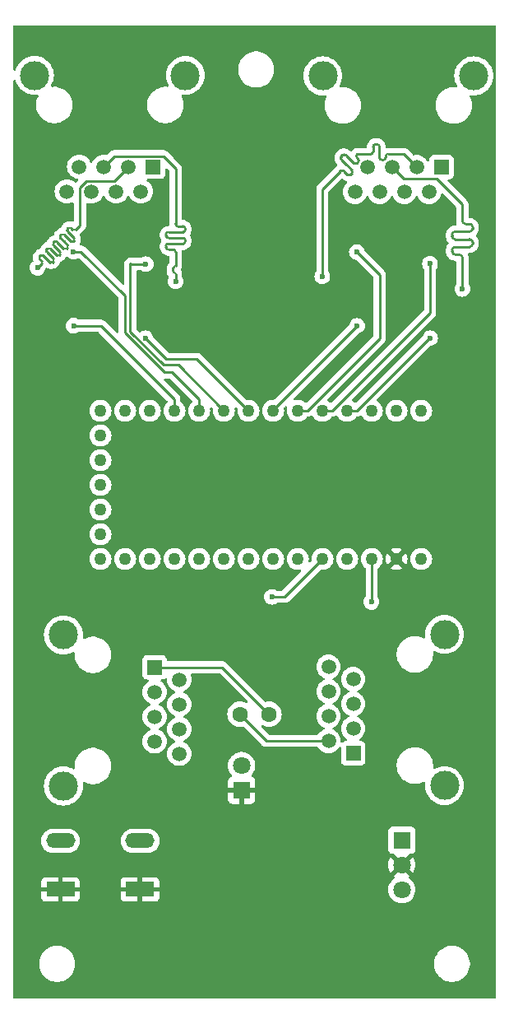
<source format=gbl>
G04 #@! TF.GenerationSoftware,KiCad,Pcbnew,8.0.0*
G04 #@! TF.CreationDate,2024-12-09T13:49:38-06:00*
G04 #@! TF.ProjectId,LightControlBoard,4c696768-7443-46f6-9e74-726f6c426f61,rev?*
G04 #@! TF.SameCoordinates,Original*
G04 #@! TF.FileFunction,Copper,L2,Bot*
G04 #@! TF.FilePolarity,Positive*
%FSLAX46Y46*%
G04 Gerber Fmt 4.6, Leading zero omitted, Abs format (unit mm)*
G04 Created by KiCad (PCBNEW 8.0.0) date 2024-12-09 13:49:38*
%MOMM*%
%LPD*%
G01*
G04 APERTURE LIST*
G04 #@! TA.AperFunction,ComponentPad*
%ADD10R,1.800000X1.800000*%
G04 #@! TD*
G04 #@! TA.AperFunction,ComponentPad*
%ADD11C,1.800000*%
G04 #@! TD*
G04 #@! TA.AperFunction,ComponentPad*
%ADD12C,3.000000*%
G04 #@! TD*
G04 #@! TA.AperFunction,ComponentPad*
%ADD13C,1.500000*%
G04 #@! TD*
G04 #@! TA.AperFunction,ComponentPad*
%ADD14R,1.500000X1.500000*%
G04 #@! TD*
G04 #@! TA.AperFunction,ComponentPad*
%ADD15C,1.600000*%
G04 #@! TD*
G04 #@! TA.AperFunction,ComponentPad*
%ADD16C,1.265000*%
G04 #@! TD*
G04 #@! TA.AperFunction,ComponentPad*
%ADD17R,3.000000X1.500000*%
G04 #@! TD*
G04 #@! TA.AperFunction,ComponentPad*
%ADD18O,3.000000X1.500000*%
G04 #@! TD*
G04 #@! TA.AperFunction,ViaPad*
%ADD19C,0.600000*%
G04 #@! TD*
G04 #@! TA.AperFunction,Conductor*
%ADD20C,0.254000*%
G04 #@! TD*
G04 APERTURE END LIST*
D10*
X134930000Y-112080000D03*
D11*
X134930000Y-109540000D03*
D12*
X116580000Y-111645000D03*
X116580000Y-96105000D03*
D13*
X128520000Y-108320000D03*
X125980000Y-107050000D03*
X128520000Y-105780000D03*
X125980000Y-104510000D03*
X128520000Y-103240000D03*
X125980000Y-101970000D03*
X128520000Y-100700000D03*
D14*
X125980000Y-99430000D03*
D15*
X134755000Y-104255000D03*
X137755000Y-104255000D03*
D14*
X125815000Y-47950000D03*
D13*
X124545000Y-50490000D03*
X123275000Y-47950000D03*
X122005000Y-50490000D03*
X120735000Y-47950000D03*
X119465000Y-50490000D03*
X118195000Y-47950000D03*
X116925000Y-50490000D03*
D12*
X129140000Y-38550000D03*
X113600000Y-38550000D03*
D10*
X151430000Y-117225000D03*
D11*
X151430000Y-119765000D03*
X151430000Y-122305000D03*
D14*
X155505000Y-47995000D03*
D13*
X154235000Y-50535000D03*
X152965000Y-47995000D03*
X151695000Y-50535000D03*
X150425000Y-47995000D03*
X149155000Y-50535000D03*
X147885000Y-47995000D03*
X146615000Y-50535000D03*
D12*
X158830000Y-38595000D03*
X143290000Y-38595000D03*
D16*
X153410000Y-73040000D03*
X150870000Y-73040000D03*
X148330000Y-73040000D03*
X145790000Y-73040000D03*
X143250000Y-73040000D03*
X140710000Y-73040000D03*
X138170000Y-73040000D03*
X135630000Y-73040000D03*
X133090000Y-73040000D03*
X130550000Y-73040000D03*
X128010000Y-73040000D03*
X125470000Y-73040000D03*
X122930000Y-73040000D03*
X120390000Y-73040000D03*
X120390000Y-75580000D03*
X120390000Y-78120000D03*
X120390000Y-80660000D03*
X120390000Y-83200000D03*
X120390000Y-85740000D03*
X120390000Y-88280000D03*
X122930000Y-88280000D03*
X125470000Y-88280000D03*
X128010000Y-88280000D03*
X130550000Y-88280000D03*
X133090000Y-88280000D03*
X135630000Y-88280000D03*
X138170000Y-88280000D03*
X140710000Y-88280000D03*
X143250000Y-88280000D03*
X145790000Y-88280000D03*
X148330000Y-88280000D03*
X150870000Y-88280000D03*
X153410000Y-88280000D03*
D17*
X116280000Y-122280000D03*
X124480000Y-122280000D03*
D18*
X116280000Y-117280000D03*
X124480000Y-117280000D03*
D14*
X146420000Y-108270000D03*
D13*
X143880000Y-107000000D03*
X146420000Y-105730000D03*
X143880000Y-104460000D03*
X146420000Y-103190000D03*
X143880000Y-101920000D03*
X146420000Y-100650000D03*
X143880000Y-99380000D03*
D12*
X155820000Y-111595000D03*
X155820000Y-96055000D03*
D19*
X148305000Y-92715000D03*
X136230000Y-96840000D03*
X138055000Y-92190000D03*
X125060000Y-55900000D03*
X154630000Y-56690000D03*
X125080000Y-57960000D03*
X117640000Y-64300000D03*
X125030000Y-65580000D03*
X154330000Y-57930000D03*
X154350000Y-65580000D03*
X146800000Y-56710000D03*
X117630000Y-56684262D03*
X146820000Y-64310000D03*
X143240000Y-59240000D03*
X157660000Y-60520000D03*
X113930000Y-58340000D03*
X128140000Y-59730000D03*
D20*
X148330000Y-92690000D02*
X148330000Y-88280000D01*
X148305000Y-92715000D02*
X148330000Y-92690000D01*
X132930000Y-99430000D02*
X125980000Y-99430000D01*
X137755000Y-104255000D02*
X132930000Y-99430000D01*
X137500000Y-107000000D02*
X143880000Y-107000000D01*
X134755000Y-104255000D02*
X137500000Y-107000000D01*
X139340000Y-92190000D02*
X143250000Y-88280000D01*
X138055000Y-92190000D02*
X139340000Y-92190000D01*
X128400000Y-68350000D02*
X132990000Y-72940000D01*
X125080000Y-57960000D02*
X123500000Y-57960000D01*
X123470000Y-57930000D02*
X123470000Y-64906712D01*
X123500000Y-57960000D02*
X123470000Y-57930000D01*
X126913288Y-68350000D02*
X128400000Y-68350000D01*
X123470000Y-64906712D02*
X126913288Y-68350000D01*
X117640000Y-64300000D02*
X120450000Y-64300000D01*
X120450000Y-64300000D02*
X128010000Y-71860000D01*
X128010000Y-71860000D02*
X128010000Y-73040000D01*
X127160000Y-67710000D02*
X125030000Y-65580000D01*
X135530000Y-72940000D02*
X130300000Y-67710000D01*
X130300000Y-67710000D02*
X127160000Y-67710000D01*
X154330000Y-57930000D02*
X154330000Y-62940000D01*
X144230000Y-73040000D02*
X143250000Y-73040000D01*
X154330000Y-62940000D02*
X144230000Y-73040000D01*
X145790000Y-73040000D02*
X146770000Y-73040000D01*
X154230000Y-65580000D02*
X154350000Y-65580000D01*
X146770000Y-73040000D02*
X154230000Y-65580000D01*
X149130000Y-65600000D02*
X149130000Y-59040000D01*
X140710000Y-73040000D02*
X141690000Y-73040000D01*
X149130000Y-59040000D02*
X146800000Y-56710000D01*
X141690000Y-73040000D02*
X149130000Y-65600000D01*
X122890000Y-64968764D02*
X122890000Y-61180000D01*
X127780000Y-69090000D02*
X127011236Y-69090000D01*
X118394262Y-56684262D02*
X117630000Y-56684262D01*
X122890000Y-61180000D02*
X118394262Y-56684262D01*
X130550000Y-71860000D02*
X127780000Y-69090000D01*
X127011236Y-69090000D02*
X122890000Y-64968764D01*
X130550000Y-73040000D02*
X130550000Y-71860000D01*
X138170000Y-73040000D02*
X138170000Y-72960000D01*
X138170000Y-72960000D02*
X146820000Y-64310000D01*
X149770677Y-46910000D02*
X149770677Y-46990000D01*
X149510677Y-47250000D02*
X149380677Y-47250000D01*
X146830000Y-47017696D02*
X146921924Y-47109620D01*
X145726911Y-47753087D02*
X146250172Y-48276348D01*
X146250171Y-48644044D02*
X146158249Y-48735967D01*
X145083446Y-48396557D02*
X144991520Y-48488481D01*
X149120677Y-46910000D02*
X149120677Y-45910000D01*
X146921924Y-47477316D02*
X146830000Y-47569241D01*
X145203652Y-47229828D02*
X145726911Y-47753087D01*
X148080677Y-46650000D02*
X146830000Y-46650000D01*
X148470677Y-45910000D02*
X148470677Y-46390000D01*
X148860677Y-45650000D02*
X148730677Y-45650000D01*
X145295576Y-46770209D02*
X145203652Y-46862132D01*
X151620000Y-46650000D02*
X150030677Y-46650000D01*
X146462304Y-47569241D02*
X146370381Y-47477318D01*
X148210677Y-46650000D02*
X148080677Y-46650000D01*
X143240000Y-50240000D02*
X143240000Y-59240000D01*
X146370381Y-47477318D02*
X145663271Y-46770209D01*
X149120677Y-46990000D02*
X149120677Y-46910000D01*
X152965000Y-47995000D02*
X151620000Y-46650000D01*
X145790553Y-48735967D02*
X145451142Y-48396556D01*
X144728593Y-48751407D02*
X143240000Y-50240000D01*
X144991520Y-48488481D02*
X144728593Y-48751407D01*
X145203652Y-46862132D02*
G75*
G03*
X145203632Y-47229848I183848J-183868D01*
G01*
X146250172Y-48276348D02*
G75*
G02*
X146250175Y-48644048I-183872J-183852D01*
G01*
X146158249Y-48735967D02*
G75*
G02*
X145790553Y-48735967I-183848J183849D01*
G01*
X149120677Y-45910000D02*
G75*
G03*
X148860677Y-45650023I-259977J0D01*
G01*
X148470677Y-46390000D02*
G75*
G02*
X148210677Y-46649977I-259977J0D01*
G01*
X148730677Y-45650000D02*
G75*
G03*
X148470700Y-45910000I23J-260000D01*
G01*
X150030677Y-46650000D02*
G75*
G03*
X149770700Y-46910000I23J-260000D01*
G01*
X149380677Y-47250000D02*
G75*
G02*
X149120700Y-46990000I23J260000D01*
G01*
X145663271Y-46770209D02*
G75*
G03*
X145295577Y-46770210I-183847J-183845D01*
G01*
X146830000Y-46650000D02*
G75*
G03*
X146830048Y-47017648I183800J-183800D01*
G01*
X145451142Y-48396556D02*
G75*
G03*
X145083452Y-48396563I-183842J-183844D01*
G01*
X146921923Y-47109621D02*
G75*
G02*
X146921955Y-47477347I-183823J-183879D01*
G01*
X149770677Y-46990000D02*
G75*
G02*
X149510677Y-47249977I-259977J0D01*
G01*
X146830000Y-47569241D02*
G75*
G02*
X146462304Y-47569241I-183848J183849D01*
G01*
X157976000Y-53826465D02*
X158404000Y-53826465D01*
X156600000Y-56512465D02*
X156600000Y-56670465D01*
X158720000Y-54142465D02*
X158720000Y-54300465D01*
X156600000Y-54932465D02*
X156600000Y-55090465D01*
X158404000Y-54616465D02*
X157976000Y-54616465D01*
X158404000Y-56196465D02*
X157660000Y-56196465D01*
X157660000Y-55406465D02*
X158404000Y-55406465D01*
X151630000Y-49200000D02*
X155030000Y-49200000D01*
X157660000Y-56196465D02*
X156916000Y-56196465D01*
X155030000Y-49200000D02*
X157660000Y-51830000D01*
X157660000Y-51830000D02*
X157660000Y-53510465D01*
X157660000Y-57460465D02*
X157660000Y-57878281D01*
X156916000Y-55406465D02*
X157660000Y-55406465D01*
X157976000Y-54616465D02*
X156916000Y-54616465D01*
X158720000Y-55722465D02*
X158720000Y-55880465D01*
X157660000Y-57302465D02*
X157660000Y-57460465D01*
X157660000Y-57878281D02*
X157660000Y-60520000D01*
X156916000Y-56986465D02*
X157344000Y-56986465D01*
X150425000Y-47995000D02*
X151630000Y-49200000D01*
X158404000Y-55406465D02*
G75*
G02*
X158720035Y-55722465I0J-316035D01*
G01*
X158404000Y-53826465D02*
G75*
G02*
X158720035Y-54142465I0J-316035D01*
G01*
X156916000Y-54616465D02*
G75*
G03*
X156599965Y-54932465I0J-316035D01*
G01*
X157344000Y-56986465D02*
G75*
G02*
X157660035Y-57302465I0J-316035D01*
G01*
X158720000Y-55880465D02*
G75*
G02*
X158404000Y-56196500I-316000J-35D01*
G01*
X158720000Y-54300465D02*
G75*
G02*
X158404000Y-54616500I-316000J-35D01*
G01*
X156916000Y-56196465D02*
G75*
G03*
X156599965Y-56512465I0J-316035D01*
G01*
X157660000Y-53510465D02*
G75*
G03*
X157976000Y-53826500I316000J-35D01*
G01*
X156600000Y-56670465D02*
G75*
G03*
X156916000Y-56986500I316000J-35D01*
G01*
X156600000Y-55090465D02*
G75*
G03*
X156916000Y-55406500I316000J-35D01*
G01*
X115910999Y-55654158D02*
X116263422Y-56006581D01*
X116623764Y-54941393D02*
X116976187Y-55293816D01*
X114338958Y-57645937D02*
X114129089Y-57436068D01*
X116619801Y-55650196D02*
X116267381Y-55297775D01*
X117613713Y-55646236D02*
X117684989Y-55574959D01*
X114841852Y-56438199D02*
X114913128Y-56366924D01*
X115554617Y-55725434D02*
X115625893Y-55654159D01*
X116972224Y-56002619D02*
X116619801Y-55650196D01*
X117332566Y-54937431D02*
X116980146Y-54585010D01*
X116188183Y-57071766D02*
X116259459Y-57000489D01*
X116267382Y-55012669D02*
X116338658Y-54941394D01*
X115907036Y-56362961D02*
X115554616Y-56010540D01*
X115198234Y-56366923D02*
X115550657Y-56719346D01*
X118280000Y-53990000D02*
X118280000Y-53775346D01*
X116900948Y-56359001D02*
X116972224Y-56287724D01*
X121835000Y-49390000D02*
X123275000Y-47950000D01*
X114485470Y-57079688D02*
X114695340Y-57289558D01*
X116263422Y-56006581D02*
X116615843Y-56359001D01*
X114129088Y-57150964D02*
X114200366Y-57079687D01*
X122680000Y-47950000D02*
X123275000Y-47950000D01*
X117336529Y-54228628D02*
X117546399Y-54438498D01*
X118980000Y-49390000D02*
X121835000Y-49390000D01*
X116976187Y-55293816D02*
X117328608Y-55646236D01*
X116259459Y-56715384D02*
X115907036Y-56362961D01*
X115194271Y-57075726D02*
X114841851Y-56723305D01*
X113930000Y-58340000D02*
X114338957Y-57931043D01*
X118280000Y-53775346D02*
X118280000Y-50090000D01*
X115550657Y-56719346D02*
X115903078Y-57071766D01*
X117902780Y-54367221D02*
X118280000Y-53990000D01*
X117831503Y-54438499D02*
X117902780Y-54367221D01*
X116980147Y-54299904D02*
X117051423Y-54228629D01*
X117684989Y-55289854D02*
X117332566Y-54937431D01*
X115475418Y-57784531D02*
X115546694Y-57713254D01*
X115546694Y-57428149D02*
X115194271Y-57075726D01*
X118280000Y-50090000D02*
X118980000Y-49390000D01*
X114695340Y-57289558D02*
X115190313Y-57784531D01*
X115190313Y-57784531D02*
G75*
G03*
X115475418Y-57784531I142553J142553D01*
G01*
X115903078Y-57071766D02*
G75*
G03*
X116188183Y-57071766I142553J142553D01*
G01*
X117328608Y-55646236D02*
G75*
G03*
X117613712Y-55646235I142552J142553D01*
G01*
X117546399Y-54438498D02*
G75*
G03*
X117831551Y-54438547I142601J142598D01*
G01*
X114200366Y-57079687D02*
G75*
G02*
X114485452Y-57079706I142534J-142513D01*
G01*
X115546694Y-57713254D02*
G75*
G03*
X115546695Y-57428148I-142594J142554D01*
G01*
X114913128Y-56366924D02*
G75*
G02*
X115198252Y-56366905I142572J-142576D01*
G01*
X115554616Y-56010540D02*
G75*
G02*
X115554630Y-55725447I142584J142540D01*
G01*
X114129089Y-57436068D02*
G75*
G02*
X114129073Y-57150949I142511J142568D01*
G01*
X117051423Y-54228629D02*
G75*
G02*
X117336552Y-54228605I142577J-142571D01*
G01*
X116980146Y-54585010D02*
G75*
G02*
X116980190Y-54299947I142554J142510D01*
G01*
X116338658Y-54941394D02*
G75*
G02*
X116623752Y-54941405I142542J-142506D01*
G01*
X116972224Y-56287724D02*
G75*
G03*
X116972195Y-56002648I-142524J142524D01*
G01*
X116259459Y-57000489D02*
G75*
G03*
X116259495Y-56715348I-142559J142589D01*
G01*
X114338957Y-57931043D02*
G75*
G03*
X114338947Y-57645948I-142557J142543D01*
G01*
X117684989Y-55574959D02*
G75*
G03*
X117684995Y-55289848I-142589J142559D01*
G01*
X116615843Y-56359001D02*
G75*
G03*
X116900947Y-56359000I142552J142553D01*
G01*
X114841851Y-56723305D02*
G75*
G02*
X114841900Y-56438247I142549J142505D01*
G01*
X116267382Y-55297774D02*
G75*
G02*
X116267360Y-55012647I142518J142574D01*
G01*
X115625893Y-55654159D02*
G75*
G02*
X115910952Y-55654205I142507J-142541D01*
G01*
X128140000Y-59730000D02*
X128140000Y-58974903D01*
X128140000Y-58124903D02*
X128140000Y-57874903D01*
X128140000Y-53831618D02*
X128140000Y-53711618D01*
X127380000Y-55871618D02*
X127900000Y-55871618D01*
X128140000Y-48121000D02*
X126892000Y-46873000D01*
X126892000Y-46873000D02*
X121812000Y-46873000D01*
X129140000Y-54431618D02*
X129140000Y-54311618D01*
X127900000Y-55871618D02*
X128900000Y-55871618D01*
X127140000Y-55031618D02*
X127140000Y-54911618D01*
X128140000Y-53711618D02*
X128140000Y-53205560D01*
X129140000Y-55631618D02*
X129140000Y-55511618D01*
X127840000Y-58674903D02*
X127840000Y-58424903D01*
X128900000Y-55271618D02*
X128140000Y-55271618D01*
X127900000Y-56471618D02*
X127380000Y-56471618D01*
X127140000Y-56231618D02*
X127140000Y-56111618D01*
X127380000Y-54671618D02*
X128140000Y-54671618D01*
X128140000Y-57874903D02*
X128140000Y-57452735D01*
X128900000Y-54071618D02*
X128380000Y-54071618D01*
X121812000Y-46873000D02*
X120735000Y-47950000D01*
X128140000Y-57452735D02*
X128140000Y-56711618D01*
X128140000Y-54671618D02*
X128900000Y-54671618D01*
X128140000Y-55271618D02*
X127380000Y-55271618D01*
X128140000Y-53205560D02*
X128140000Y-48121000D01*
X127380000Y-56471618D02*
G75*
G02*
X127139982Y-56231618I0J240018D01*
G01*
X127140000Y-54911618D02*
G75*
G02*
X127380000Y-54671600I240000J18D01*
G01*
X127140000Y-56111618D02*
G75*
G02*
X127380000Y-55871600I240000J18D01*
G01*
X128900000Y-55871618D02*
G75*
G03*
X129140018Y-55631618I0J240018D01*
G01*
X128380000Y-54071618D02*
G75*
G02*
X128139982Y-53831618I0J240018D01*
G01*
X129140000Y-55511618D02*
G75*
G03*
X128900000Y-55271600I-240000J18D01*
G01*
X129140000Y-54311618D02*
G75*
G03*
X128900000Y-54071600I-240000J18D01*
G01*
X128140000Y-58974903D02*
G75*
G03*
X127990000Y-58824900I-150000J3D01*
G01*
X128900000Y-54671618D02*
G75*
G03*
X129140018Y-54431618I0J240018D01*
G01*
X127380000Y-55271618D02*
G75*
G02*
X127139982Y-55031618I0J240018D01*
G01*
X127990000Y-58274903D02*
G75*
G03*
X128140003Y-58124903I0J150003D01*
G01*
X127990000Y-58824903D02*
G75*
G02*
X127839997Y-58674903I0J150003D01*
G01*
X127840000Y-58424903D02*
G75*
G02*
X127990000Y-58274900I150000J3D01*
G01*
X128140000Y-56711618D02*
G75*
G03*
X127900000Y-56471600I-240000J18D01*
G01*
G04 #@! TA.AperFunction,Conductor*
G36*
X161042539Y-33405185D02*
G01*
X161088294Y-33457989D01*
X161099500Y-33509500D01*
X161099500Y-133365500D01*
X161079815Y-133432539D01*
X161027011Y-133478294D01*
X160975500Y-133489500D01*
X111554500Y-133489500D01*
X111487461Y-133469815D01*
X111441706Y-133417011D01*
X111430500Y-133365500D01*
X111430500Y-130061288D01*
X114079500Y-130061288D01*
X114111161Y-130301785D01*
X114173947Y-130536104D01*
X114266773Y-130760205D01*
X114266776Y-130760212D01*
X114388064Y-130970289D01*
X114388066Y-130970292D01*
X114388067Y-130970293D01*
X114535733Y-131162736D01*
X114535739Y-131162743D01*
X114707256Y-131334260D01*
X114707262Y-131334265D01*
X114899711Y-131481936D01*
X115109788Y-131603224D01*
X115333900Y-131696054D01*
X115568211Y-131758838D01*
X115748586Y-131782584D01*
X115808711Y-131790500D01*
X115808712Y-131790500D01*
X116051289Y-131790500D01*
X116099388Y-131784167D01*
X116291789Y-131758838D01*
X116526100Y-131696054D01*
X116750212Y-131603224D01*
X116960289Y-131481936D01*
X117152738Y-131334265D01*
X117324265Y-131162738D01*
X117471936Y-130970289D01*
X117593224Y-130760212D01*
X117686054Y-130536100D01*
X117748838Y-130301789D01*
X117780500Y-130061288D01*
X154749500Y-130061288D01*
X154781161Y-130301785D01*
X154843947Y-130536104D01*
X154936773Y-130760205D01*
X154936776Y-130760212D01*
X155058064Y-130970289D01*
X155058066Y-130970292D01*
X155058067Y-130970293D01*
X155205733Y-131162736D01*
X155205739Y-131162743D01*
X155377256Y-131334260D01*
X155377262Y-131334265D01*
X155569711Y-131481936D01*
X155779788Y-131603224D01*
X156003900Y-131696054D01*
X156238211Y-131758838D01*
X156418586Y-131782584D01*
X156478711Y-131790500D01*
X156478712Y-131790500D01*
X156721289Y-131790500D01*
X156769388Y-131784167D01*
X156961789Y-131758838D01*
X157196100Y-131696054D01*
X157420212Y-131603224D01*
X157630289Y-131481936D01*
X157822738Y-131334265D01*
X157994265Y-131162738D01*
X158141936Y-130970289D01*
X158263224Y-130760212D01*
X158356054Y-130536100D01*
X158418838Y-130301789D01*
X158450500Y-130061288D01*
X158450500Y-129818712D01*
X158418838Y-129578211D01*
X158356054Y-129343900D01*
X158263224Y-129119788D01*
X158141936Y-128909711D01*
X157994265Y-128717262D01*
X157994260Y-128717256D01*
X157822743Y-128545739D01*
X157822736Y-128545733D01*
X157630293Y-128398067D01*
X157630292Y-128398066D01*
X157630289Y-128398064D01*
X157420212Y-128276776D01*
X157420205Y-128276773D01*
X157196104Y-128183947D01*
X156961785Y-128121161D01*
X156721289Y-128089500D01*
X156721288Y-128089500D01*
X156478712Y-128089500D01*
X156478711Y-128089500D01*
X156238214Y-128121161D01*
X156003895Y-128183947D01*
X155779794Y-128276773D01*
X155779785Y-128276777D01*
X155569706Y-128398067D01*
X155377263Y-128545733D01*
X155377256Y-128545739D01*
X155205739Y-128717256D01*
X155205733Y-128717263D01*
X155058067Y-128909706D01*
X154936777Y-129119785D01*
X154936773Y-129119794D01*
X154843947Y-129343895D01*
X154781161Y-129578214D01*
X154749500Y-129818711D01*
X154749500Y-130061288D01*
X117780500Y-130061288D01*
X117780500Y-129818712D01*
X117748838Y-129578211D01*
X117686054Y-129343900D01*
X117593224Y-129119788D01*
X117471936Y-128909711D01*
X117324265Y-128717262D01*
X117324260Y-128717256D01*
X117152743Y-128545739D01*
X117152736Y-128545733D01*
X116960293Y-128398067D01*
X116960292Y-128398066D01*
X116960289Y-128398064D01*
X116750212Y-128276776D01*
X116750205Y-128276773D01*
X116526104Y-128183947D01*
X116291785Y-128121161D01*
X116051289Y-128089500D01*
X116051288Y-128089500D01*
X115808712Y-128089500D01*
X115808711Y-128089500D01*
X115568214Y-128121161D01*
X115333895Y-128183947D01*
X115109794Y-128276773D01*
X115109785Y-128276777D01*
X114899706Y-128398067D01*
X114707263Y-128545733D01*
X114707256Y-128545739D01*
X114535739Y-128717256D01*
X114535733Y-128717263D01*
X114388067Y-128909706D01*
X114266777Y-129119785D01*
X114266773Y-129119794D01*
X114173947Y-129343895D01*
X114111161Y-129578214D01*
X114079500Y-129818711D01*
X114079500Y-130061288D01*
X111430500Y-130061288D01*
X111430500Y-123077844D01*
X114280000Y-123077844D01*
X114286401Y-123137372D01*
X114286403Y-123137379D01*
X114336645Y-123272086D01*
X114336649Y-123272093D01*
X114422809Y-123387187D01*
X114422812Y-123387190D01*
X114537906Y-123473350D01*
X114537913Y-123473354D01*
X114672620Y-123523596D01*
X114672627Y-123523598D01*
X114732155Y-123529999D01*
X114732172Y-123530000D01*
X116030000Y-123530000D01*
X116030000Y-122799615D01*
X116058058Y-122815815D01*
X116204300Y-122855000D01*
X116355700Y-122855000D01*
X116501942Y-122815815D01*
X116530000Y-122799615D01*
X116530000Y-123530000D01*
X117827828Y-123530000D01*
X117827844Y-123529999D01*
X117887372Y-123523598D01*
X117887379Y-123523596D01*
X118022086Y-123473354D01*
X118022093Y-123473350D01*
X118137187Y-123387190D01*
X118137190Y-123387187D01*
X118223350Y-123272093D01*
X118223354Y-123272086D01*
X118273596Y-123137379D01*
X118273598Y-123137372D01*
X118279999Y-123077844D01*
X122480000Y-123077844D01*
X122486401Y-123137372D01*
X122486403Y-123137379D01*
X122536645Y-123272086D01*
X122536649Y-123272093D01*
X122622809Y-123387187D01*
X122622812Y-123387190D01*
X122737906Y-123473350D01*
X122737913Y-123473354D01*
X122872620Y-123523596D01*
X122872627Y-123523598D01*
X122932155Y-123529999D01*
X122932172Y-123530000D01*
X124230000Y-123530000D01*
X124230000Y-122799615D01*
X124258058Y-122815815D01*
X124404300Y-122855000D01*
X124555700Y-122855000D01*
X124701942Y-122815815D01*
X124730000Y-122799615D01*
X124730000Y-123530000D01*
X126027828Y-123530000D01*
X126027844Y-123529999D01*
X126087372Y-123523598D01*
X126087379Y-123523596D01*
X126222086Y-123473354D01*
X126222093Y-123473350D01*
X126337187Y-123387190D01*
X126337190Y-123387187D01*
X126423350Y-123272093D01*
X126423354Y-123272086D01*
X126473596Y-123137379D01*
X126473598Y-123137372D01*
X126479999Y-123077844D01*
X126480000Y-123077827D01*
X126480000Y-122530000D01*
X124999616Y-122530000D01*
X125015815Y-122501942D01*
X125055000Y-122355700D01*
X125055000Y-122305006D01*
X150024700Y-122305006D01*
X150043864Y-122536297D01*
X150043866Y-122536308D01*
X150100842Y-122761300D01*
X150194075Y-122973848D01*
X150321016Y-123168147D01*
X150321019Y-123168151D01*
X150321021Y-123168153D01*
X150478216Y-123338913D01*
X150478219Y-123338915D01*
X150478222Y-123338918D01*
X150661365Y-123481464D01*
X150661371Y-123481468D01*
X150661374Y-123481470D01*
X150865497Y-123591936D01*
X150979487Y-123631068D01*
X151085015Y-123667297D01*
X151085017Y-123667297D01*
X151085019Y-123667298D01*
X151313951Y-123705500D01*
X151313952Y-123705500D01*
X151546048Y-123705500D01*
X151546049Y-123705500D01*
X151774981Y-123667298D01*
X151994503Y-123591936D01*
X152198626Y-123481470D01*
X152209054Y-123473354D01*
X152319761Y-123387187D01*
X152381784Y-123338913D01*
X152538979Y-123168153D01*
X152665924Y-122973849D01*
X152759157Y-122761300D01*
X152816134Y-122536305D01*
X152816135Y-122536297D01*
X152835300Y-122305006D01*
X152835300Y-122304993D01*
X152816135Y-122073702D01*
X152816133Y-122073691D01*
X152759157Y-121848699D01*
X152665924Y-121636151D01*
X152538983Y-121441852D01*
X152538980Y-121441849D01*
X152538979Y-121441847D01*
X152381784Y-121271087D01*
X152203773Y-121132536D01*
X152162961Y-121075826D01*
X152159286Y-121006053D01*
X152193917Y-120945370D01*
X152203772Y-120936831D01*
X152228797Y-120917352D01*
X152228798Y-120917350D01*
X151559410Y-120247962D01*
X151622993Y-120230925D01*
X151737007Y-120165099D01*
X151830099Y-120072007D01*
X151895925Y-119957993D01*
X151912962Y-119894409D01*
X152581186Y-120562633D01*
X152665482Y-120433611D01*
X152758682Y-120221135D01*
X152815638Y-119996218D01*
X152834798Y-119765005D01*
X152834798Y-119764994D01*
X152815638Y-119533781D01*
X152758682Y-119308864D01*
X152665484Y-119096393D01*
X152581186Y-118967365D01*
X151912962Y-119635589D01*
X151895925Y-119572007D01*
X151830099Y-119457993D01*
X151737007Y-119364901D01*
X151622993Y-119299075D01*
X151559409Y-119282037D01*
X152179627Y-118661818D01*
X152240950Y-118628333D01*
X152267307Y-118625499D01*
X152377872Y-118625499D01*
X152437483Y-118619091D01*
X152572331Y-118568796D01*
X152687546Y-118482546D01*
X152773796Y-118367331D01*
X152824091Y-118232483D01*
X152830500Y-118172873D01*
X152830499Y-116277128D01*
X152824091Y-116217517D01*
X152773796Y-116082669D01*
X152773795Y-116082668D01*
X152773793Y-116082664D01*
X152687547Y-115967455D01*
X152687544Y-115967452D01*
X152572335Y-115881206D01*
X152572328Y-115881202D01*
X152437482Y-115830908D01*
X152437483Y-115830908D01*
X152377883Y-115824501D01*
X152377881Y-115824500D01*
X152377873Y-115824500D01*
X152377864Y-115824500D01*
X150482129Y-115824500D01*
X150482123Y-115824501D01*
X150422516Y-115830908D01*
X150287671Y-115881202D01*
X150287664Y-115881206D01*
X150172455Y-115967452D01*
X150172452Y-115967455D01*
X150086206Y-116082664D01*
X150086202Y-116082671D01*
X150035908Y-116217517D01*
X150029501Y-116277116D01*
X150029501Y-116277123D01*
X150029500Y-116277135D01*
X150029500Y-118172870D01*
X150029501Y-118172876D01*
X150035908Y-118232483D01*
X150086202Y-118367328D01*
X150086206Y-118367335D01*
X150172452Y-118482544D01*
X150172455Y-118482547D01*
X150287664Y-118568793D01*
X150287671Y-118568797D01*
X150332618Y-118585561D01*
X150422517Y-118619091D01*
X150482127Y-118625500D01*
X150592693Y-118625499D01*
X150659730Y-118645183D01*
X150680372Y-118661818D01*
X151300591Y-119282037D01*
X151237007Y-119299075D01*
X151122993Y-119364901D01*
X151029901Y-119457993D01*
X150964075Y-119572007D01*
X150947037Y-119635591D01*
X150278811Y-118967365D01*
X150194516Y-119096390D01*
X150101317Y-119308864D01*
X150044361Y-119533781D01*
X150025202Y-119764994D01*
X150025202Y-119765005D01*
X150044361Y-119996218D01*
X150101317Y-120221135D01*
X150194515Y-120433606D01*
X150278812Y-120562633D01*
X150947037Y-119894408D01*
X150964075Y-119957993D01*
X151029901Y-120072007D01*
X151122993Y-120165099D01*
X151237007Y-120230925D01*
X151300590Y-120247962D01*
X150631201Y-120917351D01*
X150656226Y-120936829D01*
X150697038Y-120993539D01*
X150700713Y-121063312D01*
X150666081Y-121123995D01*
X150656226Y-121132535D01*
X150478218Y-121271085D01*
X150321016Y-121441852D01*
X150194075Y-121636151D01*
X150100842Y-121848699D01*
X150043866Y-122073691D01*
X150043864Y-122073702D01*
X150024700Y-122304993D01*
X150024700Y-122305006D01*
X125055000Y-122305006D01*
X125055000Y-122204300D01*
X125015815Y-122058058D01*
X124999616Y-122030000D01*
X126480000Y-122030000D01*
X126480000Y-121482172D01*
X126479999Y-121482155D01*
X126473598Y-121422627D01*
X126473596Y-121422620D01*
X126423354Y-121287913D01*
X126423350Y-121287906D01*
X126337190Y-121172812D01*
X126337187Y-121172809D01*
X126222093Y-121086649D01*
X126222086Y-121086645D01*
X126087379Y-121036403D01*
X126087372Y-121036401D01*
X126027844Y-121030000D01*
X124730000Y-121030000D01*
X124730000Y-121760384D01*
X124701942Y-121744185D01*
X124555700Y-121705000D01*
X124404300Y-121705000D01*
X124258058Y-121744185D01*
X124230000Y-121760384D01*
X124230000Y-121030000D01*
X122932155Y-121030000D01*
X122872627Y-121036401D01*
X122872620Y-121036403D01*
X122737913Y-121086645D01*
X122737906Y-121086649D01*
X122622812Y-121172809D01*
X122622809Y-121172812D01*
X122536649Y-121287906D01*
X122536645Y-121287913D01*
X122486403Y-121422620D01*
X122486401Y-121422627D01*
X122480000Y-121482155D01*
X122480000Y-122030000D01*
X123960384Y-122030000D01*
X123944185Y-122058058D01*
X123905000Y-122204300D01*
X123905000Y-122355700D01*
X123944185Y-122501942D01*
X123960384Y-122530000D01*
X122480000Y-122530000D01*
X122480000Y-123077844D01*
X118279999Y-123077844D01*
X118280000Y-123077827D01*
X118280000Y-122530000D01*
X116799616Y-122530000D01*
X116815815Y-122501942D01*
X116855000Y-122355700D01*
X116855000Y-122204300D01*
X116815815Y-122058058D01*
X116799616Y-122030000D01*
X118280000Y-122030000D01*
X118280000Y-121482172D01*
X118279999Y-121482155D01*
X118273598Y-121422627D01*
X118273596Y-121422620D01*
X118223354Y-121287913D01*
X118223350Y-121287906D01*
X118137190Y-121172812D01*
X118137187Y-121172809D01*
X118022093Y-121086649D01*
X118022086Y-121086645D01*
X117887379Y-121036403D01*
X117887372Y-121036401D01*
X117827844Y-121030000D01*
X116530000Y-121030000D01*
X116530000Y-121760384D01*
X116501942Y-121744185D01*
X116355700Y-121705000D01*
X116204300Y-121705000D01*
X116058058Y-121744185D01*
X116030000Y-121760384D01*
X116030000Y-121030000D01*
X114732155Y-121030000D01*
X114672627Y-121036401D01*
X114672620Y-121036403D01*
X114537913Y-121086645D01*
X114537906Y-121086649D01*
X114422812Y-121172809D01*
X114422809Y-121172812D01*
X114336649Y-121287906D01*
X114336645Y-121287913D01*
X114286403Y-121422620D01*
X114286401Y-121422627D01*
X114280000Y-121482155D01*
X114280000Y-122030000D01*
X115760384Y-122030000D01*
X115744185Y-122058058D01*
X115705000Y-122204300D01*
X115705000Y-122355700D01*
X115744185Y-122501942D01*
X115760384Y-122530000D01*
X114280000Y-122530000D01*
X114280000Y-123077844D01*
X111430500Y-123077844D01*
X111430500Y-117378422D01*
X114279500Y-117378422D01*
X114310290Y-117572826D01*
X114371117Y-117760029D01*
X114460476Y-117935405D01*
X114576172Y-118094646D01*
X114715354Y-118233828D01*
X114874595Y-118349524D01*
X114957455Y-118391743D01*
X115049970Y-118438882D01*
X115049972Y-118438882D01*
X115049975Y-118438884D01*
X115150317Y-118471487D01*
X115237173Y-118499709D01*
X115431578Y-118530500D01*
X115431583Y-118530500D01*
X117128422Y-118530500D01*
X117322826Y-118499709D01*
X117510025Y-118438884D01*
X117685405Y-118349524D01*
X117844646Y-118233828D01*
X117983828Y-118094646D01*
X118099524Y-117935405D01*
X118188884Y-117760025D01*
X118249709Y-117572826D01*
X118280500Y-117378422D01*
X122479500Y-117378422D01*
X122510290Y-117572826D01*
X122571117Y-117760029D01*
X122660476Y-117935405D01*
X122776172Y-118094646D01*
X122915354Y-118233828D01*
X123074595Y-118349524D01*
X123157455Y-118391743D01*
X123249970Y-118438882D01*
X123249972Y-118438882D01*
X123249975Y-118438884D01*
X123350317Y-118471487D01*
X123437173Y-118499709D01*
X123631578Y-118530500D01*
X123631583Y-118530500D01*
X125328422Y-118530500D01*
X125522826Y-118499709D01*
X125710025Y-118438884D01*
X125885405Y-118349524D01*
X126044646Y-118233828D01*
X126183828Y-118094646D01*
X126299524Y-117935405D01*
X126388884Y-117760025D01*
X126449709Y-117572826D01*
X126480500Y-117378422D01*
X126480500Y-117181577D01*
X126449709Y-116987173D01*
X126388882Y-116799970D01*
X126299523Y-116624594D01*
X126183828Y-116465354D01*
X126044646Y-116326172D01*
X125885405Y-116210476D01*
X125710029Y-116121117D01*
X125522826Y-116060290D01*
X125328422Y-116029500D01*
X125328417Y-116029500D01*
X123631583Y-116029500D01*
X123631578Y-116029500D01*
X123437173Y-116060290D01*
X123249970Y-116121117D01*
X123074594Y-116210476D01*
X122983741Y-116276485D01*
X122915354Y-116326172D01*
X122915352Y-116326174D01*
X122915351Y-116326174D01*
X122776174Y-116465351D01*
X122776174Y-116465352D01*
X122776172Y-116465354D01*
X122726485Y-116533741D01*
X122660476Y-116624594D01*
X122571117Y-116799970D01*
X122510290Y-116987173D01*
X122479500Y-117181577D01*
X122479500Y-117378422D01*
X118280500Y-117378422D01*
X118280500Y-117181577D01*
X118249709Y-116987173D01*
X118188882Y-116799970D01*
X118099523Y-116624594D01*
X117983828Y-116465354D01*
X117844646Y-116326172D01*
X117685405Y-116210476D01*
X117510029Y-116121117D01*
X117322826Y-116060290D01*
X117128422Y-116029500D01*
X117128417Y-116029500D01*
X115431583Y-116029500D01*
X115431578Y-116029500D01*
X115237173Y-116060290D01*
X115049970Y-116121117D01*
X114874594Y-116210476D01*
X114783741Y-116276485D01*
X114715354Y-116326172D01*
X114715352Y-116326174D01*
X114715351Y-116326174D01*
X114576174Y-116465351D01*
X114576174Y-116465352D01*
X114576172Y-116465354D01*
X114526485Y-116533741D01*
X114460476Y-116624594D01*
X114371117Y-116799970D01*
X114310290Y-116987173D01*
X114279500Y-117181577D01*
X114279500Y-117378422D01*
X111430500Y-117378422D01*
X111430500Y-111645001D01*
X114574390Y-111645001D01*
X114594804Y-111930433D01*
X114655628Y-112210037D01*
X114655630Y-112210043D01*
X114655631Y-112210046D01*
X114736984Y-112428161D01*
X114755635Y-112478166D01*
X114892770Y-112729309D01*
X114892775Y-112729317D01*
X115064254Y-112958387D01*
X115064270Y-112958405D01*
X115266594Y-113160729D01*
X115266612Y-113160745D01*
X115495682Y-113332224D01*
X115495690Y-113332229D01*
X115746833Y-113469364D01*
X115746832Y-113469364D01*
X115746836Y-113469365D01*
X115746839Y-113469367D01*
X116014954Y-113569369D01*
X116014960Y-113569370D01*
X116014962Y-113569371D01*
X116294566Y-113630195D01*
X116294568Y-113630195D01*
X116294572Y-113630196D01*
X116548220Y-113648337D01*
X116579999Y-113650610D01*
X116580000Y-113650610D01*
X116580001Y-113650610D01*
X116608595Y-113648564D01*
X116865428Y-113630196D01*
X117145046Y-113569369D01*
X117413161Y-113469367D01*
X117664315Y-113332226D01*
X117893395Y-113160739D01*
X118095739Y-112958395D01*
X118267226Y-112729315D01*
X118404367Y-112478161D01*
X118504369Y-112210046D01*
X118565196Y-111930428D01*
X118583564Y-111673595D01*
X118585610Y-111645001D01*
X118585610Y-111644998D01*
X118572772Y-111465499D01*
X118565549Y-111364514D01*
X118580401Y-111296244D01*
X118629806Y-111246839D01*
X118698079Y-111231987D01*
X118751230Y-111248282D01*
X118798708Y-111275694D01*
X118974384Y-111348461D01*
X119001207Y-111359572D01*
X119025847Y-111369778D01*
X119263323Y-111433409D01*
X119507073Y-111465500D01*
X119507080Y-111465500D01*
X119752920Y-111465500D01*
X119752927Y-111465500D01*
X119996677Y-111433409D01*
X120234153Y-111369778D01*
X120461292Y-111275694D01*
X120674208Y-111152767D01*
X120869256Y-111003101D01*
X121043101Y-110829256D01*
X121192767Y-110634208D01*
X121315694Y-110421292D01*
X121409778Y-110194153D01*
X121473409Y-109956677D01*
X121505500Y-109712927D01*
X121505500Y-109467073D01*
X121473409Y-109223323D01*
X121409778Y-108985847D01*
X121315694Y-108758708D01*
X121192767Y-108545792D01*
X121043101Y-108350744D01*
X121043096Y-108350738D01*
X120869261Y-108176903D01*
X120869254Y-108176897D01*
X120674212Y-108027236D01*
X120674211Y-108027235D01*
X120674208Y-108027233D01*
X120461292Y-107904306D01*
X120428367Y-107890668D01*
X120234162Y-107810225D01*
X120234155Y-107810223D01*
X120234153Y-107810222D01*
X119996677Y-107746591D01*
X119955939Y-107741227D01*
X119752934Y-107714500D01*
X119752927Y-107714500D01*
X119507073Y-107714500D01*
X119507065Y-107714500D01*
X119275059Y-107745045D01*
X119263323Y-107746591D01*
X119212440Y-107760225D01*
X119025847Y-107810222D01*
X119025837Y-107810225D01*
X118798714Y-107904303D01*
X118798705Y-107904307D01*
X118585787Y-108027236D01*
X118390745Y-108176897D01*
X118390738Y-108176903D01*
X118216903Y-108350738D01*
X118216897Y-108350745D01*
X118067236Y-108545787D01*
X117944307Y-108758705D01*
X117944303Y-108758714D01*
X117850225Y-108985837D01*
X117850222Y-108985847D01*
X117799989Y-109173323D01*
X117786592Y-109223320D01*
X117786590Y-109223331D01*
X117754500Y-109467065D01*
X117754500Y-109712920D01*
X117754501Y-109712939D01*
X117764357Y-109787805D01*
X117753591Y-109856840D01*
X117707211Y-109909095D01*
X117639942Y-109927980D01*
X117581991Y-109912821D01*
X117413166Y-109820635D01*
X117413167Y-109820635D01*
X117280886Y-109771297D01*
X117145046Y-109720631D01*
X117145043Y-109720630D01*
X117145037Y-109720628D01*
X116865433Y-109659804D01*
X116580001Y-109639390D01*
X116579999Y-109639390D01*
X116294566Y-109659804D01*
X116014962Y-109720628D01*
X115746833Y-109820635D01*
X115495690Y-109957770D01*
X115495682Y-109957775D01*
X115266612Y-110129254D01*
X115266594Y-110129270D01*
X115064270Y-110331594D01*
X115064254Y-110331612D01*
X114892775Y-110560682D01*
X114892770Y-110560690D01*
X114755635Y-110811833D01*
X114655628Y-111079962D01*
X114594804Y-111359566D01*
X114574390Y-111644998D01*
X114574390Y-111645001D01*
X111430500Y-111645001D01*
X111430500Y-107050002D01*
X124724723Y-107050002D01*
X124743793Y-107267975D01*
X124743793Y-107267979D01*
X124800422Y-107479322D01*
X124800424Y-107479326D01*
X124800425Y-107479330D01*
X124836212Y-107556076D01*
X124892897Y-107677638D01*
X124903206Y-107692361D01*
X125018402Y-107856877D01*
X125173123Y-108011598D01*
X125352361Y-108137102D01*
X125550670Y-108229575D01*
X125762023Y-108286207D01*
X125944926Y-108302208D01*
X125979998Y-108305277D01*
X125980000Y-108305277D01*
X125980002Y-108305277D01*
X126008254Y-108302805D01*
X126197977Y-108286207D01*
X126409330Y-108229575D01*
X126607639Y-108137102D01*
X126786877Y-108011598D01*
X126941598Y-107856877D01*
X127067102Y-107677639D01*
X127159575Y-107479330D01*
X127216207Y-107267977D01*
X127235277Y-107050000D01*
X127216207Y-106832023D01*
X127159575Y-106620670D01*
X127067102Y-106422362D01*
X127067100Y-106422359D01*
X127067099Y-106422357D01*
X126941599Y-106243124D01*
X126891595Y-106193120D01*
X126786877Y-106088402D01*
X126607639Y-105962898D01*
X126456414Y-105892381D01*
X126403977Y-105846210D01*
X126384825Y-105779016D01*
X126405041Y-105712135D01*
X126456414Y-105667618D01*
X126607639Y-105597102D01*
X126786877Y-105471598D01*
X126941598Y-105316877D01*
X127067102Y-105137639D01*
X127159575Y-104939330D01*
X127216207Y-104727977D01*
X127235277Y-104510000D01*
X127232800Y-104481692D01*
X127230817Y-104459016D01*
X127216207Y-104292023D01*
X127159575Y-104080670D01*
X127067102Y-103882362D01*
X127067100Y-103882359D01*
X127067099Y-103882357D01*
X126941599Y-103703124D01*
X126891596Y-103653121D01*
X126786877Y-103548402D01*
X126607639Y-103422898D01*
X126456414Y-103352381D01*
X126403977Y-103306210D01*
X126384825Y-103239016D01*
X126405041Y-103172135D01*
X126456414Y-103127618D01*
X126607639Y-103057102D01*
X126786877Y-102931598D01*
X126941598Y-102776877D01*
X127067102Y-102597639D01*
X127159575Y-102399330D01*
X127216207Y-102187977D01*
X127235277Y-101970000D01*
X127216207Y-101752023D01*
X127159575Y-101540670D01*
X127067102Y-101342362D01*
X127067100Y-101342359D01*
X127067099Y-101342357D01*
X126941599Y-101163124D01*
X126891596Y-101113121D01*
X126786877Y-101008402D01*
X126640733Y-100906071D01*
X126597112Y-100851497D01*
X126589919Y-100781998D01*
X126621441Y-100719644D01*
X126681671Y-100684230D01*
X126711859Y-100680499D01*
X126777872Y-100680499D01*
X126837483Y-100674091D01*
X126972331Y-100623796D01*
X127070340Y-100550426D01*
X127135802Y-100526009D01*
X127204075Y-100540860D01*
X127253481Y-100590265D01*
X127268334Y-100658537D01*
X127268178Y-100660499D01*
X127264723Y-100699996D01*
X127264723Y-100700002D01*
X127283793Y-100917975D01*
X127283793Y-100917979D01*
X127340422Y-101129322D01*
X127340424Y-101129326D01*
X127340425Y-101129330D01*
X127386661Y-101228484D01*
X127432897Y-101327638D01*
X127443206Y-101342361D01*
X127558402Y-101506877D01*
X127713123Y-101661598D01*
X127842265Y-101752024D01*
X127892361Y-101787102D01*
X128043583Y-101857618D01*
X128096022Y-101903790D01*
X128115174Y-101970984D01*
X128094958Y-102037865D01*
X128043583Y-102082382D01*
X127892361Y-102152898D01*
X127892357Y-102152900D01*
X127713121Y-102278402D01*
X127558402Y-102433121D01*
X127432900Y-102612357D01*
X127432898Y-102612361D01*
X127340426Y-102810668D01*
X127340422Y-102810677D01*
X127283793Y-103022020D01*
X127283793Y-103022024D01*
X127264723Y-103239997D01*
X127264723Y-103240002D01*
X127270515Y-103306210D01*
X127280108Y-103415861D01*
X127283793Y-103457975D01*
X127283793Y-103457979D01*
X127340422Y-103669322D01*
X127340424Y-103669326D01*
X127340425Y-103669330D01*
X127386661Y-103768484D01*
X127432897Y-103867638D01*
X127443206Y-103882361D01*
X127558402Y-104046877D01*
X127713123Y-104201598D01*
X127842265Y-104292024D01*
X127892361Y-104327102D01*
X128043583Y-104397618D01*
X128096022Y-104443790D01*
X128115174Y-104510984D01*
X128094958Y-104577865D01*
X128043583Y-104622382D01*
X127892361Y-104692898D01*
X127892357Y-104692900D01*
X127713121Y-104818402D01*
X127558402Y-104973121D01*
X127432900Y-105152357D01*
X127432898Y-105152361D01*
X127340426Y-105350668D01*
X127340422Y-105350677D01*
X127283793Y-105562020D01*
X127283793Y-105562024D01*
X127264723Y-105779997D01*
X127264723Y-105780002D01*
X127283793Y-105997975D01*
X127283793Y-105997979D01*
X127340422Y-106209322D01*
X127340424Y-106209326D01*
X127340425Y-106209330D01*
X127386661Y-106308484D01*
X127432897Y-106407638D01*
X127443206Y-106422361D01*
X127558402Y-106586877D01*
X127713123Y-106741598D01*
X127892360Y-106867101D01*
X127892361Y-106867102D01*
X128043583Y-106937618D01*
X128096022Y-106983790D01*
X128115174Y-107050984D01*
X128094958Y-107117865D01*
X128043583Y-107162382D01*
X127892361Y-107232898D01*
X127892357Y-107232900D01*
X127713121Y-107358402D01*
X127558402Y-107513121D01*
X127432900Y-107692357D01*
X127432898Y-107692361D01*
X127340426Y-107890668D01*
X127340422Y-107890677D01*
X127283793Y-108102020D01*
X127283793Y-108102024D01*
X127264723Y-108319997D01*
X127264723Y-108320002D01*
X127283793Y-108537975D01*
X127283793Y-108537979D01*
X127340422Y-108749322D01*
X127340424Y-108749326D01*
X127340425Y-108749330D01*
X127344801Y-108758714D01*
X127432897Y-108947638D01*
X127432898Y-108947639D01*
X127558402Y-109126877D01*
X127713123Y-109281598D01*
X127892361Y-109407102D01*
X128090670Y-109499575D01*
X128302023Y-109556207D01*
X128484926Y-109572208D01*
X128519998Y-109575277D01*
X128520000Y-109575277D01*
X128520002Y-109575277D01*
X128548254Y-109572805D01*
X128737977Y-109556207D01*
X128798440Y-109540006D01*
X133524700Y-109540006D01*
X133543864Y-109771297D01*
X133543866Y-109771308D01*
X133600842Y-109996300D01*
X133694075Y-110208848D01*
X133821018Y-110403150D01*
X133916167Y-110506510D01*
X133947089Y-110569164D01*
X133939228Y-110638590D01*
X133895081Y-110692746D01*
X133868271Y-110706674D01*
X133787911Y-110736646D01*
X133787906Y-110736649D01*
X133672812Y-110822809D01*
X133672809Y-110822812D01*
X133586649Y-110937906D01*
X133586645Y-110937913D01*
X133536403Y-111072620D01*
X133536401Y-111072627D01*
X133530000Y-111132155D01*
X133530000Y-111830000D01*
X134554722Y-111830000D01*
X134510667Y-111906306D01*
X134480000Y-112020756D01*
X134480000Y-112139244D01*
X134510667Y-112253694D01*
X134554722Y-112330000D01*
X133530000Y-112330000D01*
X133530000Y-113027844D01*
X133536401Y-113087372D01*
X133536403Y-113087379D01*
X133586645Y-113222086D01*
X133586649Y-113222093D01*
X133672809Y-113337187D01*
X133672812Y-113337190D01*
X133787906Y-113423350D01*
X133787913Y-113423354D01*
X133922620Y-113473596D01*
X133922627Y-113473598D01*
X133982155Y-113479999D01*
X133982172Y-113480000D01*
X134680000Y-113480000D01*
X134680000Y-112455277D01*
X134756306Y-112499333D01*
X134870756Y-112530000D01*
X134989244Y-112530000D01*
X135103694Y-112499333D01*
X135180000Y-112455277D01*
X135180000Y-113480000D01*
X135877828Y-113480000D01*
X135877844Y-113479999D01*
X135937372Y-113473598D01*
X135937379Y-113473596D01*
X136072086Y-113423354D01*
X136072093Y-113423350D01*
X136187187Y-113337190D01*
X136187190Y-113337187D01*
X136273350Y-113222093D01*
X136273354Y-113222086D01*
X136323596Y-113087379D01*
X136323598Y-113087372D01*
X136329999Y-113027844D01*
X136330000Y-113027827D01*
X136330000Y-112330000D01*
X135305278Y-112330000D01*
X135349333Y-112253694D01*
X135380000Y-112139244D01*
X135380000Y-112020756D01*
X135349333Y-111906306D01*
X135305278Y-111830000D01*
X136330000Y-111830000D01*
X136330000Y-111132172D01*
X136329999Y-111132155D01*
X136323598Y-111072627D01*
X136323596Y-111072620D01*
X136273354Y-110937913D01*
X136273350Y-110937906D01*
X136187190Y-110822812D01*
X136187187Y-110822809D01*
X136072093Y-110736649D01*
X136072086Y-110736645D01*
X135991729Y-110706674D01*
X135935795Y-110664803D01*
X135911378Y-110599338D01*
X135926230Y-110531065D01*
X135943826Y-110506516D01*
X136038979Y-110403153D01*
X136165924Y-110208849D01*
X136259157Y-109996300D01*
X136316134Y-109771305D01*
X136320333Y-109720628D01*
X136325114Y-109662934D01*
X150894500Y-109662934D01*
X150908769Y-109771308D01*
X150926591Y-109906677D01*
X150972837Y-110079270D01*
X150990222Y-110144152D01*
X150990225Y-110144162D01*
X151067867Y-110331605D01*
X151084306Y-110371292D01*
X151207233Y-110584208D01*
X151207235Y-110584211D01*
X151207236Y-110584212D01*
X151356897Y-110779254D01*
X151356903Y-110779261D01*
X151530738Y-110953096D01*
X151530745Y-110953102D01*
X151630911Y-111029962D01*
X151725792Y-111102767D01*
X151938708Y-111225694D01*
X152059424Y-111275696D01*
X152141207Y-111309572D01*
X152165847Y-111319778D01*
X152403323Y-111383409D01*
X152647073Y-111415500D01*
X152647080Y-111415500D01*
X152892920Y-111415500D01*
X152892927Y-111415500D01*
X153136677Y-111383409D01*
X153374153Y-111319778D01*
X153601292Y-111225694D01*
X153648766Y-111198284D01*
X153716665Y-111181811D01*
X153782692Y-111204663D01*
X153825883Y-111259583D01*
X153834450Y-111314517D01*
X153814390Y-111594998D01*
X153814390Y-111595001D01*
X153834804Y-111880433D01*
X153895628Y-112160037D01*
X153895630Y-112160043D01*
X153895631Y-112160046D01*
X153995633Y-112428161D01*
X153995635Y-112428166D01*
X154132770Y-112679309D01*
X154132775Y-112679317D01*
X154304254Y-112908387D01*
X154304270Y-112908405D01*
X154506594Y-113110729D01*
X154506612Y-113110745D01*
X154735682Y-113282224D01*
X154735690Y-113282229D01*
X154986833Y-113419364D01*
X154986832Y-113419364D01*
X154986836Y-113419365D01*
X154986839Y-113419367D01*
X155254954Y-113519369D01*
X155254960Y-113519370D01*
X155254962Y-113519371D01*
X155534566Y-113580195D01*
X155534568Y-113580195D01*
X155534572Y-113580196D01*
X155788220Y-113598337D01*
X155819999Y-113600610D01*
X155820000Y-113600610D01*
X155820001Y-113600610D01*
X155848595Y-113598564D01*
X156105428Y-113580196D01*
X156385046Y-113519369D01*
X156653161Y-113419367D01*
X156904315Y-113282226D01*
X157133395Y-113110739D01*
X157335739Y-112908395D01*
X157507226Y-112679315D01*
X157644367Y-112428161D01*
X157744369Y-112160046D01*
X157805196Y-111880428D01*
X157825610Y-111595000D01*
X157805196Y-111309572D01*
X157797826Y-111275694D01*
X157744371Y-111029962D01*
X157744370Y-111029960D01*
X157744369Y-111029954D01*
X157644367Y-110761839D01*
X157555634Y-110599338D01*
X157507229Y-110510690D01*
X157507224Y-110510682D01*
X157335745Y-110281612D01*
X157335729Y-110281594D01*
X157133405Y-110079270D01*
X157133387Y-110079254D01*
X156904317Y-109907775D01*
X156904309Y-109907770D01*
X156653166Y-109770635D01*
X156653167Y-109770635D01*
X156498464Y-109712934D01*
X156385046Y-109670631D01*
X156385043Y-109670630D01*
X156385037Y-109670628D01*
X156105433Y-109609804D01*
X155820001Y-109589390D01*
X155819999Y-109589390D01*
X155534566Y-109609804D01*
X155254962Y-109670628D01*
X154986832Y-109770635D01*
X154818008Y-109862821D01*
X154749735Y-109877673D01*
X154684270Y-109853256D01*
X154642399Y-109797322D01*
X154635642Y-109737803D01*
X154645499Y-109662934D01*
X154645500Y-109662927D01*
X154645500Y-109417073D01*
X154613409Y-109173323D01*
X154549778Y-108935847D01*
X154455694Y-108708708D01*
X154332767Y-108495792D01*
X154221468Y-108350745D01*
X154183102Y-108300745D01*
X154183096Y-108300738D01*
X154009261Y-108126903D01*
X154009254Y-108126897D01*
X153814212Y-107977236D01*
X153814211Y-107977235D01*
X153814208Y-107977233D01*
X153601292Y-107854306D01*
X153601285Y-107854303D01*
X153374162Y-107760225D01*
X153374155Y-107760223D01*
X153374153Y-107760222D01*
X153136677Y-107696591D01*
X153095939Y-107691227D01*
X152892934Y-107664500D01*
X152892927Y-107664500D01*
X152647073Y-107664500D01*
X152647065Y-107664500D01*
X152415059Y-107695045D01*
X152403323Y-107696591D01*
X152271689Y-107731862D01*
X152165847Y-107760222D01*
X152165837Y-107760225D01*
X151938714Y-107854303D01*
X151938705Y-107854307D01*
X151725787Y-107977236D01*
X151530745Y-108126897D01*
X151530738Y-108126903D01*
X151356903Y-108300738D01*
X151356897Y-108300745D01*
X151207236Y-108495787D01*
X151084307Y-108708705D01*
X151084303Y-108708714D01*
X150990225Y-108935837D01*
X150990222Y-108935847D01*
X150950606Y-109083699D01*
X150926592Y-109173320D01*
X150926590Y-109173331D01*
X150894500Y-109417065D01*
X150894500Y-109662934D01*
X136325114Y-109662934D01*
X136335300Y-109540006D01*
X136335300Y-109539993D01*
X136316135Y-109308702D01*
X136316133Y-109308691D01*
X136259157Y-109083699D01*
X136165924Y-108871151D01*
X136038983Y-108676852D01*
X136038980Y-108676849D01*
X136038979Y-108676847D01*
X135881784Y-108506087D01*
X135881779Y-108506083D01*
X135881777Y-108506081D01*
X135698634Y-108363535D01*
X135698628Y-108363531D01*
X135494504Y-108253064D01*
X135494495Y-108253061D01*
X135274984Y-108177702D01*
X135103282Y-108149050D01*
X135046049Y-108139500D01*
X134813951Y-108139500D01*
X134768164Y-108147140D01*
X134585015Y-108177702D01*
X134365504Y-108253061D01*
X134365495Y-108253064D01*
X134161371Y-108363531D01*
X134161365Y-108363535D01*
X133978222Y-108506081D01*
X133978219Y-108506084D01*
X133978216Y-108506086D01*
X133978216Y-108506087D01*
X133941670Y-108545787D01*
X133821016Y-108676852D01*
X133694075Y-108871151D01*
X133600842Y-109083699D01*
X133543866Y-109308691D01*
X133543864Y-109308702D01*
X133524700Y-109539993D01*
X133524700Y-109540006D01*
X128798440Y-109540006D01*
X128949330Y-109499575D01*
X129147639Y-109407102D01*
X129326877Y-109281598D01*
X129481598Y-109126877D01*
X129607102Y-108947639D01*
X129699575Y-108749330D01*
X129756207Y-108537977D01*
X129775277Y-108320000D01*
X129773592Y-108300745D01*
X129771569Y-108277618D01*
X129756207Y-108102023D01*
X129699575Y-107890670D01*
X129607102Y-107692362D01*
X129607100Y-107692359D01*
X129607099Y-107692357D01*
X129481599Y-107513124D01*
X129440598Y-107472123D01*
X129326877Y-107358402D01*
X129147639Y-107232898D01*
X128996414Y-107162381D01*
X128943977Y-107116210D01*
X128924825Y-107049016D01*
X128945041Y-106982135D01*
X128996414Y-106937618D01*
X129147639Y-106867102D01*
X129326877Y-106741598D01*
X129481598Y-106586877D01*
X129607102Y-106407639D01*
X129699575Y-106209330D01*
X129756207Y-105997977D01*
X129775277Y-105780000D01*
X129756207Y-105562023D01*
X129699575Y-105350670D01*
X129607102Y-105152362D01*
X129607100Y-105152359D01*
X129607099Y-105152357D01*
X129481599Y-104973124D01*
X129416207Y-104907732D01*
X129326877Y-104818402D01*
X129147639Y-104692898D01*
X128996414Y-104622381D01*
X128943977Y-104576210D01*
X128924825Y-104509016D01*
X128945041Y-104442135D01*
X128996414Y-104397618D01*
X129147639Y-104327102D01*
X129326877Y-104201598D01*
X129481598Y-104046877D01*
X129607102Y-103867639D01*
X129699575Y-103669330D01*
X129756207Y-103457977D01*
X129775277Y-103240000D01*
X129756207Y-103022023D01*
X129699575Y-102810670D01*
X129607102Y-102612362D01*
X129607100Y-102612359D01*
X129607099Y-102612357D01*
X129481599Y-102433124D01*
X129431596Y-102383121D01*
X129326877Y-102278402D01*
X129147639Y-102152898D01*
X128996414Y-102082381D01*
X128943977Y-102036210D01*
X128924825Y-101969016D01*
X128945041Y-101902135D01*
X128996414Y-101857618D01*
X129147639Y-101787102D01*
X129326877Y-101661598D01*
X129481598Y-101506877D01*
X129607102Y-101327639D01*
X129699575Y-101129330D01*
X129756207Y-100917977D01*
X129775277Y-100700000D01*
X129773897Y-100684230D01*
X129770817Y-100649016D01*
X129756207Y-100482023D01*
X129699575Y-100270670D01*
X129682430Y-100233904D01*
X129671939Y-100164827D01*
X129700459Y-100101043D01*
X129758935Y-100062804D01*
X129794813Y-100057500D01*
X132618719Y-100057500D01*
X132685758Y-100077185D01*
X132706400Y-100093819D01*
X135527452Y-102914871D01*
X135560937Y-102976194D01*
X135555953Y-103045886D01*
X135514081Y-103101819D01*
X135448617Y-103126236D01*
X135387366Y-103114934D01*
X135340042Y-103092866D01*
X135201496Y-103028261D01*
X135201492Y-103028260D01*
X135201488Y-103028258D01*
X134981697Y-102969366D01*
X134981693Y-102969365D01*
X134981692Y-102969365D01*
X134981691Y-102969364D01*
X134981686Y-102969364D01*
X134755002Y-102949532D01*
X134754998Y-102949532D01*
X134528313Y-102969364D01*
X134528302Y-102969366D01*
X134308511Y-103028258D01*
X134308502Y-103028261D01*
X134102267Y-103124431D01*
X134102265Y-103124432D01*
X133915858Y-103254954D01*
X133754954Y-103415858D01*
X133624432Y-103602265D01*
X133624431Y-103602267D01*
X133528261Y-103808502D01*
X133528258Y-103808511D01*
X133469366Y-104028302D01*
X133469364Y-104028313D01*
X133449532Y-104254998D01*
X133449532Y-104255001D01*
X133469364Y-104481686D01*
X133469366Y-104481697D01*
X133528258Y-104701488D01*
X133528261Y-104701497D01*
X133624431Y-104907732D01*
X133624432Y-104907734D01*
X133754954Y-105094141D01*
X133915858Y-105255045D01*
X133915861Y-105255047D01*
X134102266Y-105385568D01*
X134308504Y-105481739D01*
X134528308Y-105540635D01*
X134690230Y-105554801D01*
X134754998Y-105560468D01*
X134755000Y-105560468D01*
X134755002Y-105560468D01*
X134786421Y-105557719D01*
X134981692Y-105540635D01*
X135047815Y-105522917D01*
X135117665Y-105524578D01*
X135167591Y-105555010D01*
X137012589Y-107400008D01*
X137084704Y-107472123D01*
X137099994Y-107487413D01*
X137099996Y-107487414D01*
X137202756Y-107556076D01*
X137202760Y-107556078D01*
X137202767Y-107556083D01*
X137264608Y-107581698D01*
X137316965Y-107603385D01*
X137316969Y-107603385D01*
X137316970Y-107603386D01*
X137438194Y-107627500D01*
X137438197Y-107627500D01*
X137561803Y-107627500D01*
X142728251Y-107627500D01*
X142795290Y-107647185D01*
X142829822Y-107680372D01*
X142918402Y-107806877D01*
X143073123Y-107961598D01*
X143252361Y-108087102D01*
X143450670Y-108179575D01*
X143662023Y-108236207D01*
X143844926Y-108252208D01*
X143879998Y-108255277D01*
X143880000Y-108255277D01*
X143880002Y-108255277D01*
X143908254Y-108252805D01*
X144097977Y-108236207D01*
X144309330Y-108179575D01*
X144507639Y-108087102D01*
X144686877Y-107961598D01*
X144841598Y-107806877D01*
X144943926Y-107660736D01*
X144998502Y-107617113D01*
X145068001Y-107609921D01*
X145130355Y-107641443D01*
X145165769Y-107701673D01*
X145169500Y-107731862D01*
X145169500Y-109067870D01*
X145169501Y-109067876D01*
X145175908Y-109127483D01*
X145226202Y-109262328D01*
X145226206Y-109262335D01*
X145312452Y-109377544D01*
X145312455Y-109377547D01*
X145427664Y-109463793D01*
X145427671Y-109463797D01*
X145562517Y-109514091D01*
X145562516Y-109514091D01*
X145569444Y-109514835D01*
X145622127Y-109520500D01*
X147217872Y-109520499D01*
X147277483Y-109514091D01*
X147412331Y-109463796D01*
X147527546Y-109377546D01*
X147613796Y-109262331D01*
X147664091Y-109127483D01*
X147670500Y-109067873D01*
X147670499Y-107472128D01*
X147664091Y-107412517D01*
X147659425Y-107400008D01*
X147613797Y-107277671D01*
X147613793Y-107277664D01*
X147527547Y-107162455D01*
X147527544Y-107162452D01*
X147412335Y-107076206D01*
X147412328Y-107076202D01*
X147277482Y-107025908D01*
X147277483Y-107025908D01*
X147217883Y-107019501D01*
X147217881Y-107019500D01*
X147217873Y-107019500D01*
X147217865Y-107019500D01*
X147151862Y-107019500D01*
X147084823Y-106999815D01*
X147039068Y-106947011D01*
X147029124Y-106877853D01*
X147058149Y-106814297D01*
X147080734Y-106793928D01*
X147226877Y-106691598D01*
X147381598Y-106536877D01*
X147507102Y-106357639D01*
X147599575Y-106159330D01*
X147656207Y-105947977D01*
X147675277Y-105730000D01*
X147656207Y-105512023D01*
X147612974Y-105350677D01*
X147599577Y-105300677D01*
X147599576Y-105300676D01*
X147599575Y-105300670D01*
X147507102Y-105102362D01*
X147507100Y-105102359D01*
X147507099Y-105102357D01*
X147381599Y-104923124D01*
X147345841Y-104887366D01*
X147226877Y-104768402D01*
X147047639Y-104642898D01*
X146896414Y-104572381D01*
X146843977Y-104526210D01*
X146824825Y-104459016D01*
X146845041Y-104392135D01*
X146896414Y-104347618D01*
X147047639Y-104277102D01*
X147226877Y-104151598D01*
X147381598Y-103996877D01*
X147507102Y-103817639D01*
X147599575Y-103619330D01*
X147656207Y-103407977D01*
X147675277Y-103190000D01*
X147656207Y-102972023D01*
X147612974Y-102810677D01*
X147599577Y-102760677D01*
X147599576Y-102760676D01*
X147599575Y-102760670D01*
X147507102Y-102562362D01*
X147507100Y-102562359D01*
X147507099Y-102562357D01*
X147381599Y-102383124D01*
X147347797Y-102349322D01*
X147226877Y-102228402D01*
X147047639Y-102102898D01*
X146896414Y-102032381D01*
X146843977Y-101986210D01*
X146824825Y-101919016D01*
X146845041Y-101852135D01*
X146896414Y-101807618D01*
X147047639Y-101737102D01*
X147226877Y-101611598D01*
X147381598Y-101456877D01*
X147507102Y-101277639D01*
X147599575Y-101079330D01*
X147656207Y-100867977D01*
X147673989Y-100664723D01*
X147675277Y-100650002D01*
X147675277Y-100649997D01*
X147670051Y-100590265D01*
X147656207Y-100432023D01*
X147612974Y-100270677D01*
X147599577Y-100220677D01*
X147599576Y-100220676D01*
X147599575Y-100220670D01*
X147507102Y-100022362D01*
X147507100Y-100022359D01*
X147507099Y-100022357D01*
X147381599Y-99843124D01*
X147334167Y-99795692D01*
X147226877Y-99688402D01*
X147062212Y-99573102D01*
X147047638Y-99562897D01*
X146948484Y-99516661D01*
X146849330Y-99470425D01*
X146849326Y-99470424D01*
X146849322Y-99470422D01*
X146637977Y-99413793D01*
X146420002Y-99394723D01*
X146419998Y-99394723D01*
X146274682Y-99407436D01*
X146202023Y-99413793D01*
X146202020Y-99413793D01*
X145990677Y-99470422D01*
X145990668Y-99470426D01*
X145792361Y-99562898D01*
X145792357Y-99562900D01*
X145613121Y-99688402D01*
X145458402Y-99843121D01*
X145332900Y-100022357D01*
X145332898Y-100022361D01*
X145240426Y-100220668D01*
X145240422Y-100220677D01*
X145183793Y-100432020D01*
X145183793Y-100432024D01*
X145164723Y-100649997D01*
X145164723Y-100650002D01*
X145183793Y-100867975D01*
X145183793Y-100867979D01*
X145240422Y-101079322D01*
X145240424Y-101079326D01*
X145240425Y-101079330D01*
X145263741Y-101129331D01*
X145332897Y-101277638D01*
X145343206Y-101292361D01*
X145458402Y-101456877D01*
X145613123Y-101611598D01*
X145742265Y-101702024D01*
X145792361Y-101737102D01*
X145943583Y-101807618D01*
X145996022Y-101853790D01*
X146015174Y-101920984D01*
X145994958Y-101987865D01*
X145943583Y-102032382D01*
X145792361Y-102102898D01*
X145792357Y-102102900D01*
X145613121Y-102228402D01*
X145458402Y-102383121D01*
X145332900Y-102562357D01*
X145332898Y-102562361D01*
X145240426Y-102760668D01*
X145240422Y-102760677D01*
X145183793Y-102972020D01*
X145183793Y-102972023D01*
X145180854Y-103005612D01*
X145164723Y-103189997D01*
X145164723Y-103190002D01*
X145183793Y-103407975D01*
X145183793Y-103407979D01*
X145240422Y-103619322D01*
X145240424Y-103619326D01*
X145240425Y-103619330D01*
X145263741Y-103669331D01*
X145332897Y-103817638D01*
X145343206Y-103832361D01*
X145458402Y-103996877D01*
X145613123Y-104151598D01*
X145760798Y-104255001D01*
X145792361Y-104277102D01*
X145943583Y-104347618D01*
X145996022Y-104393790D01*
X146015174Y-104460984D01*
X145994958Y-104527865D01*
X145943583Y-104572382D01*
X145792361Y-104642898D01*
X145792357Y-104642900D01*
X145613121Y-104768402D01*
X145458402Y-104923121D01*
X145332900Y-105102357D01*
X145332898Y-105102361D01*
X145240426Y-105300668D01*
X145240422Y-105300677D01*
X145183793Y-105512020D01*
X145183793Y-105512024D01*
X145164723Y-105729997D01*
X145164723Y-105730002D01*
X145183793Y-105947975D01*
X145183793Y-105947979D01*
X145240422Y-106159322D01*
X145240424Y-106159326D01*
X145240425Y-106159330D01*
X145263741Y-106209331D01*
X145332897Y-106357638D01*
X145343206Y-106372361D01*
X145458402Y-106536877D01*
X145613123Y-106691598D01*
X145759263Y-106793926D01*
X145802887Y-106848502D01*
X145810081Y-106918000D01*
X145778558Y-106980355D01*
X145718328Y-107015769D01*
X145688141Y-107019500D01*
X145622130Y-107019500D01*
X145622123Y-107019501D01*
X145562516Y-107025908D01*
X145427671Y-107076202D01*
X145427668Y-107076204D01*
X145329660Y-107149573D01*
X145264195Y-107173990D01*
X145195922Y-107159138D01*
X145146517Y-107109733D01*
X145131665Y-107041460D01*
X145131815Y-107039566D01*
X145135277Y-107000000D01*
X145116207Y-106782023D01*
X145072974Y-106620677D01*
X145059577Y-106570677D01*
X145059576Y-106570676D01*
X145059575Y-106570670D01*
X144967102Y-106372362D01*
X144967100Y-106372359D01*
X144967099Y-106372357D01*
X144841599Y-106193124D01*
X144807797Y-106159322D01*
X144686877Y-106038402D01*
X144507639Y-105912898D01*
X144356414Y-105842381D01*
X144303977Y-105796210D01*
X144284825Y-105729016D01*
X144305041Y-105662135D01*
X144356414Y-105617618D01*
X144507639Y-105547102D01*
X144686877Y-105421598D01*
X144841598Y-105266877D01*
X144967102Y-105087639D01*
X145059575Y-104889330D01*
X145116207Y-104677977D01*
X145135277Y-104460000D01*
X145116207Y-104242023D01*
X145072974Y-104080677D01*
X145059577Y-104030677D01*
X145059576Y-104030676D01*
X145059575Y-104030670D01*
X144967102Y-103832362D01*
X144967100Y-103832359D01*
X144967099Y-103832357D01*
X144841599Y-103653124D01*
X144790740Y-103602265D01*
X144686877Y-103498402D01*
X144507639Y-103372898D01*
X144356414Y-103302381D01*
X144303977Y-103256210D01*
X144284825Y-103189016D01*
X144305041Y-103122135D01*
X144356414Y-103077618D01*
X144507639Y-103007102D01*
X144686877Y-102881598D01*
X144841598Y-102726877D01*
X144967102Y-102547639D01*
X145059575Y-102349330D01*
X145116207Y-102137977D01*
X145135277Y-101920000D01*
X145116207Y-101702023D01*
X145072974Y-101540677D01*
X145059577Y-101490677D01*
X145059576Y-101490676D01*
X145059575Y-101490670D01*
X144967102Y-101292362D01*
X144967100Y-101292359D01*
X144967099Y-101292357D01*
X144841599Y-101113124D01*
X144807797Y-101079322D01*
X144686877Y-100958402D01*
X144507639Y-100832898D01*
X144356414Y-100762381D01*
X144303977Y-100716210D01*
X144284825Y-100649016D01*
X144305041Y-100582135D01*
X144356414Y-100537618D01*
X144507639Y-100467102D01*
X144686877Y-100341598D01*
X144841598Y-100186877D01*
X144967102Y-100007639D01*
X145059575Y-99809330D01*
X145116207Y-99597977D01*
X145135277Y-99380000D01*
X145116207Y-99162023D01*
X145059575Y-98950670D01*
X144967102Y-98752362D01*
X144967100Y-98752359D01*
X144967099Y-98752357D01*
X144841599Y-98573124D01*
X144795143Y-98526668D01*
X144686877Y-98418402D01*
X144507639Y-98292898D01*
X144507640Y-98292898D01*
X144507638Y-98292897D01*
X144408484Y-98246661D01*
X144379046Y-98232934D01*
X150894500Y-98232934D01*
X150918919Y-98418402D01*
X150926591Y-98476677D01*
X150968244Y-98632128D01*
X150990222Y-98714152D01*
X150990225Y-98714162D01*
X151079533Y-98929769D01*
X151084306Y-98941292D01*
X151207233Y-99154208D01*
X151207235Y-99154211D01*
X151207236Y-99154212D01*
X151356897Y-99349254D01*
X151356903Y-99349261D01*
X151530738Y-99523096D01*
X151530745Y-99523102D01*
X151595905Y-99573101D01*
X151725792Y-99672767D01*
X151938708Y-99795694D01*
X152165847Y-99889778D01*
X152403323Y-99953409D01*
X152647073Y-99985500D01*
X152647080Y-99985500D01*
X152892920Y-99985500D01*
X152892927Y-99985500D01*
X153136677Y-99953409D01*
X153374153Y-99889778D01*
X153601292Y-99795694D01*
X153814208Y-99672767D01*
X154009256Y-99523101D01*
X154183101Y-99349256D01*
X154332767Y-99154208D01*
X154455694Y-98941292D01*
X154549778Y-98714153D01*
X154613409Y-98476677D01*
X154645500Y-98232927D01*
X154645500Y-97987073D01*
X154635642Y-97912195D01*
X154646407Y-97843160D01*
X154692787Y-97790904D01*
X154760056Y-97772019D01*
X154818008Y-97787178D01*
X154986833Y-97879364D01*
X154986832Y-97879364D01*
X154986836Y-97879365D01*
X154986839Y-97879367D01*
X155254954Y-97979369D01*
X155254960Y-97979370D01*
X155254962Y-97979371D01*
X155534566Y-98040195D01*
X155534568Y-98040195D01*
X155534572Y-98040196D01*
X155788220Y-98058337D01*
X155819999Y-98060610D01*
X155820000Y-98060610D01*
X155820001Y-98060610D01*
X155848595Y-98058564D01*
X156105428Y-98040196D01*
X156119785Y-98037073D01*
X156385037Y-97979371D01*
X156385037Y-97979370D01*
X156385046Y-97979369D01*
X156653161Y-97879367D01*
X156904315Y-97742226D01*
X157133395Y-97570739D01*
X157335739Y-97368395D01*
X157507226Y-97139315D01*
X157644367Y-96888161D01*
X157744369Y-96620046D01*
X157760208Y-96547236D01*
X157805195Y-96340433D01*
X157805195Y-96340432D01*
X157805196Y-96340428D01*
X157825610Y-96055000D01*
X157805196Y-95769572D01*
X157744369Y-95489954D01*
X157644367Y-95221839D01*
X157507226Y-94970685D01*
X157373169Y-94791605D01*
X157335745Y-94741612D01*
X157335729Y-94741594D01*
X157133405Y-94539270D01*
X157133387Y-94539254D01*
X156904317Y-94367775D01*
X156904309Y-94367770D01*
X156653166Y-94230635D01*
X156653167Y-94230635D01*
X156519093Y-94180628D01*
X156385046Y-94130631D01*
X156385043Y-94130630D01*
X156385037Y-94130628D01*
X156105433Y-94069804D01*
X155820001Y-94049390D01*
X155819999Y-94049390D01*
X155534566Y-94069804D01*
X155254962Y-94130628D01*
X154986833Y-94230635D01*
X154735690Y-94367770D01*
X154735682Y-94367775D01*
X154506612Y-94539254D01*
X154506594Y-94539270D01*
X154304270Y-94741594D01*
X154304254Y-94741612D01*
X154132775Y-94970682D01*
X154132770Y-94970690D01*
X153995635Y-95221833D01*
X153895628Y-95489962D01*
X153834804Y-95769566D01*
X153814390Y-96054998D01*
X153814390Y-96055001D01*
X153834450Y-96335482D01*
X153819598Y-96403755D01*
X153770193Y-96453160D01*
X153701920Y-96468012D01*
X153648766Y-96451715D01*
X153601295Y-96424307D01*
X153601285Y-96424303D01*
X153374162Y-96330225D01*
X153374155Y-96330223D01*
X153374153Y-96330222D01*
X153136677Y-96266591D01*
X153095939Y-96261227D01*
X152892934Y-96234500D01*
X152892927Y-96234500D01*
X152647073Y-96234500D01*
X152647065Y-96234500D01*
X152415059Y-96265045D01*
X152403323Y-96266591D01*
X152216723Y-96316590D01*
X152165847Y-96330222D01*
X152165837Y-96330225D01*
X151938714Y-96424303D01*
X151938705Y-96424307D01*
X151725787Y-96547236D01*
X151530745Y-96696897D01*
X151530738Y-96696903D01*
X151356903Y-96870738D01*
X151356897Y-96870745D01*
X151207236Y-97065787D01*
X151084307Y-97278705D01*
X151084303Y-97278714D01*
X150990225Y-97505837D01*
X150990222Y-97505847D01*
X150926886Y-97742224D01*
X150926592Y-97743320D01*
X150926590Y-97743331D01*
X150894500Y-97987065D01*
X150894500Y-98232934D01*
X144379046Y-98232934D01*
X144309330Y-98200425D01*
X144309326Y-98200424D01*
X144309322Y-98200422D01*
X144097977Y-98143793D01*
X143880002Y-98124723D01*
X143879998Y-98124723D01*
X143734682Y-98137436D01*
X143662023Y-98143793D01*
X143662020Y-98143793D01*
X143450677Y-98200422D01*
X143450668Y-98200426D01*
X143252361Y-98292898D01*
X143252357Y-98292900D01*
X143073121Y-98418402D01*
X142918402Y-98573121D01*
X142792900Y-98752357D01*
X142792898Y-98752361D01*
X142700426Y-98950668D01*
X142700422Y-98950677D01*
X142643793Y-99162020D01*
X142643793Y-99162024D01*
X142624723Y-99379997D01*
X142624723Y-99380002D01*
X142626408Y-99399261D01*
X142637242Y-99523102D01*
X142643793Y-99597975D01*
X142643793Y-99597979D01*
X142700422Y-99809322D01*
X142700424Y-99809326D01*
X142700425Y-99809330D01*
X142717381Y-99845692D01*
X142792897Y-100007638D01*
X142817998Y-100043486D01*
X142918402Y-100186877D01*
X143073123Y-100341598D01*
X143202265Y-100432024D01*
X143252361Y-100467102D01*
X143403583Y-100537618D01*
X143456022Y-100583790D01*
X143475174Y-100650984D01*
X143454958Y-100717865D01*
X143403583Y-100762382D01*
X143252361Y-100832898D01*
X143252357Y-100832900D01*
X143073121Y-100958402D01*
X142918402Y-101113121D01*
X142792900Y-101292357D01*
X142792898Y-101292361D01*
X142700426Y-101490668D01*
X142700422Y-101490677D01*
X142643793Y-101702020D01*
X142643793Y-101702024D01*
X142624723Y-101919997D01*
X142624723Y-101920002D01*
X142643793Y-102137975D01*
X142643793Y-102137979D01*
X142700422Y-102349322D01*
X142700424Y-102349326D01*
X142700425Y-102349330D01*
X142723741Y-102399331D01*
X142792897Y-102547638D01*
X142803206Y-102562361D01*
X142918402Y-102726877D01*
X143073123Y-102881598D01*
X143202265Y-102972024D01*
X143252361Y-103007102D01*
X143403583Y-103077618D01*
X143456022Y-103123790D01*
X143475174Y-103190984D01*
X143454958Y-103257865D01*
X143403583Y-103302382D01*
X143252361Y-103372898D01*
X143252357Y-103372900D01*
X143073121Y-103498402D01*
X142918402Y-103653121D01*
X142792900Y-103832357D01*
X142792898Y-103832361D01*
X142700426Y-104030668D01*
X142700422Y-104030677D01*
X142643793Y-104242020D01*
X142643793Y-104242024D01*
X142628260Y-104419575D01*
X142624723Y-104460000D01*
X142642884Y-104667591D01*
X142643793Y-104677975D01*
X142643793Y-104677979D01*
X142700422Y-104889322D01*
X142700424Y-104889326D01*
X142700425Y-104889330D01*
X142723741Y-104939331D01*
X142792897Y-105087638D01*
X142803206Y-105102361D01*
X142918402Y-105266877D01*
X143073123Y-105421598D01*
X143233371Y-105533805D01*
X143252361Y-105547102D01*
X143403583Y-105617618D01*
X143456022Y-105663790D01*
X143475174Y-105730984D01*
X143454958Y-105797865D01*
X143403583Y-105842382D01*
X143252361Y-105912898D01*
X143252357Y-105912900D01*
X143073121Y-106038402D01*
X142918403Y-106193120D01*
X142829826Y-106319623D01*
X142775249Y-106363248D01*
X142728251Y-106372500D01*
X137811281Y-106372500D01*
X137744242Y-106352815D01*
X137723600Y-106336181D01*
X136982547Y-105595128D01*
X136949062Y-105533805D01*
X136954046Y-105464113D01*
X136995918Y-105408180D01*
X137061382Y-105383763D01*
X137122631Y-105395064D01*
X137308504Y-105481739D01*
X137528308Y-105540635D01*
X137690230Y-105554801D01*
X137754998Y-105560468D01*
X137755000Y-105560468D01*
X137755002Y-105560468D01*
X137817385Y-105555010D01*
X137981692Y-105540635D01*
X138201496Y-105481739D01*
X138407734Y-105385568D01*
X138594139Y-105255047D01*
X138755047Y-105094139D01*
X138885568Y-104907734D01*
X138981739Y-104701496D01*
X139040635Y-104481692D01*
X139060468Y-104255000D01*
X139059332Y-104242020D01*
X139051421Y-104151593D01*
X139040635Y-104028308D01*
X138984187Y-103817639D01*
X138981741Y-103808511D01*
X138981738Y-103808502D01*
X138932599Y-103703124D01*
X138885568Y-103602266D01*
X138755047Y-103415861D01*
X138755045Y-103415858D01*
X138594141Y-103254954D01*
X138407734Y-103124432D01*
X138407732Y-103124431D01*
X138201497Y-103028261D01*
X138201488Y-103028258D01*
X137981697Y-102969366D01*
X137981693Y-102969365D01*
X137981692Y-102969365D01*
X137981691Y-102969364D01*
X137981686Y-102969364D01*
X137755002Y-102949532D01*
X137754998Y-102949532D01*
X137528313Y-102969364D01*
X137528302Y-102969366D01*
X137462182Y-102987083D01*
X137392332Y-102985420D01*
X137342408Y-102954989D01*
X133330009Y-98942590D01*
X133330008Y-98942589D01*
X133310822Y-98929770D01*
X133310821Y-98929768D01*
X133310821Y-98929769D01*
X133227238Y-98873920D01*
X133227226Y-98873913D01*
X133193785Y-98860062D01*
X133113035Y-98826614D01*
X133113027Y-98826612D01*
X132991807Y-98802500D01*
X132991803Y-98802500D01*
X127354499Y-98802500D01*
X127287460Y-98782815D01*
X127241705Y-98730011D01*
X127230499Y-98678500D01*
X127230499Y-98632129D01*
X127230498Y-98632123D01*
X127230497Y-98632116D01*
X127224091Y-98572517D01*
X127206990Y-98526668D01*
X127173797Y-98437671D01*
X127173793Y-98437664D01*
X127087547Y-98322455D01*
X127087544Y-98322452D01*
X126972335Y-98236206D01*
X126972328Y-98236202D01*
X126837482Y-98185908D01*
X126837483Y-98185908D01*
X126777883Y-98179501D01*
X126777881Y-98179500D01*
X126777873Y-98179500D01*
X126777864Y-98179500D01*
X125182129Y-98179500D01*
X125182123Y-98179501D01*
X125122516Y-98185908D01*
X124987671Y-98236202D01*
X124987664Y-98236206D01*
X124872455Y-98322452D01*
X124872452Y-98322455D01*
X124786206Y-98437664D01*
X124786202Y-98437671D01*
X124735908Y-98572517D01*
X124729501Y-98632116D01*
X124729501Y-98632123D01*
X124729500Y-98632135D01*
X124729500Y-100227870D01*
X124729501Y-100227876D01*
X124735908Y-100287483D01*
X124786202Y-100422328D01*
X124786206Y-100422335D01*
X124872452Y-100537544D01*
X124872455Y-100537547D01*
X124987664Y-100623793D01*
X124987671Y-100623797D01*
X125122517Y-100674091D01*
X125122516Y-100674091D01*
X125129444Y-100674835D01*
X125182127Y-100680500D01*
X125248139Y-100680499D01*
X125315176Y-100700183D01*
X125360932Y-100752986D01*
X125370876Y-100822144D01*
X125341852Y-100885700D01*
X125319262Y-100906074D01*
X125173118Y-101008405D01*
X125018402Y-101163121D01*
X124892900Y-101342357D01*
X124892898Y-101342361D01*
X124800426Y-101540668D01*
X124800422Y-101540677D01*
X124743793Y-101752020D01*
X124743793Y-101752024D01*
X124724723Y-101969997D01*
X124724723Y-101970002D01*
X124743793Y-102187975D01*
X124743793Y-102187979D01*
X124800422Y-102399322D01*
X124800424Y-102399326D01*
X124800425Y-102399330D01*
X124846661Y-102498484D01*
X124892897Y-102597638D01*
X124903206Y-102612361D01*
X125018402Y-102776877D01*
X125173123Y-102931598D01*
X125336343Y-103045886D01*
X125352361Y-103057102D01*
X125503583Y-103127618D01*
X125556022Y-103173790D01*
X125575174Y-103240984D01*
X125554958Y-103307865D01*
X125503583Y-103352382D01*
X125352361Y-103422898D01*
X125352357Y-103422900D01*
X125173121Y-103548402D01*
X125018402Y-103703121D01*
X124892900Y-103882357D01*
X124892898Y-103882361D01*
X124800426Y-104080668D01*
X124800422Y-104080677D01*
X124743793Y-104292020D01*
X124743793Y-104292024D01*
X124724723Y-104509997D01*
X124724723Y-104510002D01*
X124743793Y-104727975D01*
X124743793Y-104727979D01*
X124800422Y-104939322D01*
X124800424Y-104939326D01*
X124800425Y-104939330D01*
X124838148Y-105020228D01*
X124892897Y-105137638D01*
X124903206Y-105152361D01*
X125018402Y-105316877D01*
X125173123Y-105471598D01*
X125302265Y-105562024D01*
X125352361Y-105597102D01*
X125503583Y-105667618D01*
X125556022Y-105713790D01*
X125575174Y-105780984D01*
X125554958Y-105847865D01*
X125503583Y-105892382D01*
X125352361Y-105962898D01*
X125352357Y-105962900D01*
X125173121Y-106088402D01*
X125018402Y-106243121D01*
X124892900Y-106422357D01*
X124892898Y-106422361D01*
X124800426Y-106620668D01*
X124800422Y-106620677D01*
X124743793Y-106832020D01*
X124743793Y-106832024D01*
X124724723Y-107049997D01*
X124724723Y-107050002D01*
X111430500Y-107050002D01*
X111430500Y-96105001D01*
X114574390Y-96105001D01*
X114594804Y-96390433D01*
X114655628Y-96670037D01*
X114655630Y-96670043D01*
X114655631Y-96670046D01*
X114730488Y-96870744D01*
X114755635Y-96938166D01*
X114892770Y-97189309D01*
X114892775Y-97189317D01*
X115064254Y-97418387D01*
X115064270Y-97418405D01*
X115266594Y-97620729D01*
X115266612Y-97620745D01*
X115495682Y-97792224D01*
X115495690Y-97792229D01*
X115746833Y-97929364D01*
X115746832Y-97929364D01*
X115746836Y-97929365D01*
X115746839Y-97929367D01*
X116014954Y-98029369D01*
X116014960Y-98029370D01*
X116014962Y-98029371D01*
X116294566Y-98090195D01*
X116294568Y-98090195D01*
X116294572Y-98090196D01*
X116548220Y-98108337D01*
X116579999Y-98110610D01*
X116580000Y-98110610D01*
X116580001Y-98110610D01*
X116608595Y-98108564D01*
X116865428Y-98090196D01*
X117145046Y-98029369D01*
X117413161Y-97929367D01*
X117581993Y-97837177D01*
X117650263Y-97822326D01*
X117715728Y-97846742D01*
X117757599Y-97902676D01*
X117764357Y-97962194D01*
X117754501Y-98037060D01*
X117754500Y-98037079D01*
X117754500Y-98282934D01*
X117774873Y-98437671D01*
X117786591Y-98526677D01*
X117847063Y-98752362D01*
X117850222Y-98764152D01*
X117850225Y-98764162D01*
X117924133Y-98942590D01*
X117944306Y-98991292D01*
X118067233Y-99204208D01*
X118067235Y-99204211D01*
X118067236Y-99204212D01*
X118216897Y-99399254D01*
X118216903Y-99399261D01*
X118390738Y-99573096D01*
X118390745Y-99573102D01*
X118505335Y-99661030D01*
X118585792Y-99722767D01*
X118798708Y-99845694D01*
X119025847Y-99939778D01*
X119263323Y-100003409D01*
X119507073Y-100035500D01*
X119507080Y-100035500D01*
X119752920Y-100035500D01*
X119752927Y-100035500D01*
X119996677Y-100003409D01*
X120234153Y-99939778D01*
X120461292Y-99845694D01*
X120674208Y-99722767D01*
X120869256Y-99573101D01*
X121043101Y-99399256D01*
X121192767Y-99204208D01*
X121315694Y-98991292D01*
X121409778Y-98764153D01*
X121473409Y-98526677D01*
X121505500Y-98282927D01*
X121505500Y-98037073D01*
X121473409Y-97793323D01*
X121409778Y-97555847D01*
X121315694Y-97328708D01*
X121192767Y-97115792D01*
X121131030Y-97035335D01*
X121043102Y-96920745D01*
X121043096Y-96920738D01*
X120869261Y-96746903D01*
X120869254Y-96746897D01*
X120674212Y-96597236D01*
X120674211Y-96597235D01*
X120674208Y-96597233D01*
X120461292Y-96474306D01*
X120446097Y-96468012D01*
X120234162Y-96380225D01*
X120234155Y-96380223D01*
X120234153Y-96380222D01*
X119996677Y-96316591D01*
X119955939Y-96311227D01*
X119752934Y-96284500D01*
X119752927Y-96284500D01*
X119507073Y-96284500D01*
X119507065Y-96284500D01*
X119275059Y-96315045D01*
X119263323Y-96316591D01*
X119174343Y-96340433D01*
X119025847Y-96380222D01*
X119025837Y-96380225D01*
X118798714Y-96474303D01*
X118798709Y-96474305D01*
X118751232Y-96501716D01*
X118683332Y-96518187D01*
X118617305Y-96495335D01*
X118574115Y-96440413D01*
X118565549Y-96385485D01*
X118585610Y-96105000D01*
X118565196Y-95819572D01*
X118504369Y-95539954D01*
X118404367Y-95271839D01*
X118267226Y-95020685D01*
X118267224Y-95020682D01*
X118095745Y-94791612D01*
X118095729Y-94791594D01*
X117893405Y-94589270D01*
X117893387Y-94589254D01*
X117664317Y-94417775D01*
X117664309Y-94417770D01*
X117413166Y-94280635D01*
X117413167Y-94280635D01*
X117305915Y-94240632D01*
X117145046Y-94180631D01*
X117145043Y-94180630D01*
X117145037Y-94180628D01*
X116865433Y-94119804D01*
X116580001Y-94099390D01*
X116579999Y-94099390D01*
X116294566Y-94119804D01*
X116014962Y-94180628D01*
X115746833Y-94280635D01*
X115495690Y-94417770D01*
X115495682Y-94417775D01*
X115266612Y-94589254D01*
X115266594Y-94589270D01*
X115064270Y-94791594D01*
X115064254Y-94791612D01*
X114892775Y-95020682D01*
X114892770Y-95020690D01*
X114755635Y-95271833D01*
X114655628Y-95539962D01*
X114594804Y-95819566D01*
X114574390Y-96104998D01*
X114574390Y-96105001D01*
X111430500Y-96105001D01*
X111430500Y-92190003D01*
X137249435Y-92190003D01*
X137269630Y-92369249D01*
X137269631Y-92369254D01*
X137329211Y-92539523D01*
X137360933Y-92590008D01*
X137425184Y-92692262D01*
X137552738Y-92819816D01*
X137705478Y-92915789D01*
X137875745Y-92975368D01*
X137875750Y-92975369D01*
X138054996Y-92995565D01*
X138055000Y-92995565D01*
X138055004Y-92995565D01*
X138234249Y-92975369D01*
X138234252Y-92975368D01*
X138234255Y-92975368D01*
X138404522Y-92915789D01*
X138530700Y-92836505D01*
X138596672Y-92817500D01*
X139401804Y-92817500D01*
X139401805Y-92817499D01*
X139523035Y-92793386D01*
X139603784Y-92759937D01*
X139637233Y-92746083D01*
X139740008Y-92677411D01*
X139827411Y-92590008D01*
X142980344Y-89437073D01*
X143041665Y-89403590D01*
X143090806Y-89402867D01*
X143145012Y-89413000D01*
X143145014Y-89413000D01*
X143354986Y-89413000D01*
X143354988Y-89413000D01*
X143561389Y-89374417D01*
X143757185Y-89298565D01*
X143935710Y-89188027D01*
X144090884Y-89046567D01*
X144217423Y-88879003D01*
X144311017Y-88691040D01*
X144368480Y-88489080D01*
X144387854Y-88280000D01*
X144652146Y-88280000D01*
X144671519Y-88489079D01*
X144728982Y-88691037D01*
X144728987Y-88691050D01*
X144822577Y-88879003D01*
X144949117Y-89046569D01*
X145104289Y-89188026D01*
X145104291Y-89188028D01*
X145282811Y-89298563D01*
X145282812Y-89298563D01*
X145282815Y-89298565D01*
X145478611Y-89374417D01*
X145685012Y-89413000D01*
X145685014Y-89413000D01*
X145894986Y-89413000D01*
X145894988Y-89413000D01*
X146101389Y-89374417D01*
X146297185Y-89298565D01*
X146475710Y-89188027D01*
X146630884Y-89046567D01*
X146757423Y-88879003D01*
X146851017Y-88691040D01*
X146908480Y-88489080D01*
X146927854Y-88280000D01*
X147192146Y-88280000D01*
X147211519Y-88489079D01*
X147268982Y-88691037D01*
X147268987Y-88691050D01*
X147362577Y-88879003D01*
X147489117Y-89046569D01*
X147644289Y-89188026D01*
X147648866Y-89191483D01*
X147648083Y-89192518D01*
X147690406Y-89239721D01*
X147702500Y-89293136D01*
X147702500Y-92135095D01*
X147682815Y-92202134D01*
X147675450Y-92212404D01*
X147675186Y-92212734D01*
X147579211Y-92365476D01*
X147519631Y-92535745D01*
X147519630Y-92535750D01*
X147499435Y-92714996D01*
X147499435Y-92715003D01*
X147519630Y-92894249D01*
X147519631Y-92894254D01*
X147579211Y-93064523D01*
X147675184Y-93217262D01*
X147802738Y-93344816D01*
X147955478Y-93440789D01*
X148125745Y-93500368D01*
X148125750Y-93500369D01*
X148304996Y-93520565D01*
X148305000Y-93520565D01*
X148305004Y-93520565D01*
X148484249Y-93500369D01*
X148484252Y-93500368D01*
X148484255Y-93500368D01*
X148654522Y-93440789D01*
X148807262Y-93344816D01*
X148934816Y-93217262D01*
X149030789Y-93064522D01*
X149090368Y-92894255D01*
X149096875Y-92836506D01*
X149110565Y-92715003D01*
X149110565Y-92714996D01*
X149090369Y-92535750D01*
X149090366Y-92535737D01*
X149032110Y-92369254D01*
X149030789Y-92365478D01*
X149009740Y-92331979D01*
X148976506Y-92279086D01*
X148957500Y-92213114D01*
X148957500Y-89293136D01*
X148977185Y-89226097D01*
X149011668Y-89192191D01*
X149011134Y-89191483D01*
X149015702Y-89188031D01*
X149015710Y-89188027D01*
X149170884Y-89046567D01*
X149297423Y-88879003D01*
X149391017Y-88691040D01*
X149448480Y-88489080D01*
X149467854Y-88280000D01*
X149732648Y-88280000D01*
X149752013Y-88488983D01*
X149809452Y-88690862D01*
X149903005Y-88878742D01*
X149909329Y-88887116D01*
X149909330Y-88887116D01*
X150401326Y-88395120D01*
X150420382Y-88466238D01*
X150483904Y-88576262D01*
X150573738Y-88666096D01*
X150683762Y-88729618D01*
X150754878Y-88748673D01*
X150265703Y-89237848D01*
X150265704Y-89237849D01*
X150363033Y-89298112D01*
X150363040Y-89298116D01*
X150558746Y-89373932D01*
X150765060Y-89412500D01*
X150974940Y-89412500D01*
X151181253Y-89373932D01*
X151376960Y-89298116D01*
X151376961Y-89298115D01*
X151474295Y-89237848D01*
X150985121Y-88748673D01*
X151056238Y-88729618D01*
X151166262Y-88666096D01*
X151256096Y-88576262D01*
X151319618Y-88466238D01*
X151338673Y-88395121D01*
X151830668Y-88887116D01*
X151830668Y-88887115D01*
X151836996Y-88878738D01*
X151930547Y-88690862D01*
X151987986Y-88488983D01*
X152007351Y-88280000D01*
X152272146Y-88280000D01*
X152291519Y-88489079D01*
X152348982Y-88691037D01*
X152348987Y-88691050D01*
X152442577Y-88879003D01*
X152569117Y-89046569D01*
X152724289Y-89188026D01*
X152724291Y-89188028D01*
X152902811Y-89298563D01*
X152902812Y-89298563D01*
X152902815Y-89298565D01*
X153098611Y-89374417D01*
X153305012Y-89413000D01*
X153305014Y-89413000D01*
X153514986Y-89413000D01*
X153514988Y-89413000D01*
X153721389Y-89374417D01*
X153917185Y-89298565D01*
X154095710Y-89188027D01*
X154250884Y-89046567D01*
X154377423Y-88879003D01*
X154471017Y-88691040D01*
X154528480Y-88489080D01*
X154547854Y-88280000D01*
X154528480Y-88070920D01*
X154471017Y-87868960D01*
X154377423Y-87680997D01*
X154250884Y-87513433D01*
X154250882Y-87513430D01*
X154095710Y-87371973D01*
X154095708Y-87371971D01*
X153917188Y-87261436D01*
X153917182Y-87261434D01*
X153721389Y-87185583D01*
X153514988Y-87147000D01*
X153305012Y-87147000D01*
X153098611Y-87185583D01*
X152974792Y-87233550D01*
X152902817Y-87261434D01*
X152902811Y-87261436D01*
X152724291Y-87371971D01*
X152724289Y-87371973D01*
X152569117Y-87513430D01*
X152442577Y-87680996D01*
X152348987Y-87868949D01*
X152348982Y-87868962D01*
X152291519Y-88070920D01*
X152272146Y-88279999D01*
X152272146Y-88280000D01*
X152007351Y-88280000D01*
X151987986Y-88071016D01*
X151930547Y-87869137D01*
X151836999Y-87681266D01*
X151836994Y-87681258D01*
X151830668Y-87672882D01*
X151338673Y-88164877D01*
X151319618Y-88093762D01*
X151256096Y-87983738D01*
X151166262Y-87893904D01*
X151056238Y-87830382D01*
X150985120Y-87811325D01*
X151474295Y-87322150D01*
X151474294Y-87322149D01*
X151376966Y-87261887D01*
X151376959Y-87261883D01*
X151181253Y-87186067D01*
X150974940Y-87147500D01*
X150765060Y-87147500D01*
X150558746Y-87186067D01*
X150363040Y-87261883D01*
X150363036Y-87261885D01*
X150265703Y-87322149D01*
X150265703Y-87322150D01*
X150754879Y-87811325D01*
X150683762Y-87830382D01*
X150573738Y-87893904D01*
X150483904Y-87983738D01*
X150420382Y-88093762D01*
X150401326Y-88164879D01*
X149909330Y-87672883D01*
X149903001Y-87681265D01*
X149809452Y-87869137D01*
X149752013Y-88071016D01*
X149732648Y-88280000D01*
X149467854Y-88280000D01*
X149448480Y-88070920D01*
X149391017Y-87868960D01*
X149297423Y-87680997D01*
X149170884Y-87513433D01*
X149170882Y-87513430D01*
X149015710Y-87371973D01*
X149015708Y-87371971D01*
X148837188Y-87261436D01*
X148837182Y-87261434D01*
X148641389Y-87185583D01*
X148434988Y-87147000D01*
X148225012Y-87147000D01*
X148018611Y-87185583D01*
X147894792Y-87233550D01*
X147822817Y-87261434D01*
X147822811Y-87261436D01*
X147644291Y-87371971D01*
X147644289Y-87371973D01*
X147489117Y-87513430D01*
X147362577Y-87680996D01*
X147268987Y-87868949D01*
X147268982Y-87868962D01*
X147211519Y-88070920D01*
X147192146Y-88279999D01*
X147192146Y-88280000D01*
X146927854Y-88280000D01*
X146908480Y-88070920D01*
X146851017Y-87868960D01*
X146757423Y-87680997D01*
X146630884Y-87513433D01*
X146630882Y-87513430D01*
X146475710Y-87371973D01*
X146475708Y-87371971D01*
X146297188Y-87261436D01*
X146297182Y-87261434D01*
X146101389Y-87185583D01*
X145894988Y-87147000D01*
X145685012Y-87147000D01*
X145478611Y-87185583D01*
X145354792Y-87233550D01*
X145282817Y-87261434D01*
X145282811Y-87261436D01*
X145104291Y-87371971D01*
X145104289Y-87371973D01*
X144949117Y-87513430D01*
X144822577Y-87680996D01*
X144728987Y-87868949D01*
X144728982Y-87868962D01*
X144671519Y-88070920D01*
X144652146Y-88279999D01*
X144652146Y-88280000D01*
X144387854Y-88280000D01*
X144368480Y-88070920D01*
X144311017Y-87868960D01*
X144217423Y-87680997D01*
X144090884Y-87513433D01*
X144090882Y-87513430D01*
X143935710Y-87371973D01*
X143935708Y-87371971D01*
X143757188Y-87261436D01*
X143757182Y-87261434D01*
X143561389Y-87185583D01*
X143354988Y-87147000D01*
X143145012Y-87147000D01*
X142938611Y-87185583D01*
X142814792Y-87233550D01*
X142742817Y-87261434D01*
X142742811Y-87261436D01*
X142564291Y-87371971D01*
X142564289Y-87371973D01*
X142409117Y-87513430D01*
X142282577Y-87680996D01*
X142188987Y-87868949D01*
X142188982Y-87868962D01*
X142131519Y-88070920D01*
X142112146Y-88279999D01*
X142112146Y-88280000D01*
X142128013Y-88451234D01*
X142114598Y-88519804D01*
X142092223Y-88550356D01*
X142036835Y-88605744D01*
X141975512Y-88639229D01*
X141905820Y-88634245D01*
X141849887Y-88592373D01*
X141825470Y-88526909D01*
X141828790Y-88494966D01*
X141827427Y-88494712D01*
X141828480Y-88489079D01*
X141847854Y-88280000D01*
X141847854Y-88279999D01*
X141828480Y-88070920D01*
X141771067Y-87869137D01*
X141771017Y-87868960D01*
X141677423Y-87680997D01*
X141550884Y-87513433D01*
X141550882Y-87513430D01*
X141395710Y-87371973D01*
X141395708Y-87371971D01*
X141217188Y-87261436D01*
X141217182Y-87261434D01*
X141021389Y-87185583D01*
X140814988Y-87147000D01*
X140605012Y-87147000D01*
X140398611Y-87185583D01*
X140274792Y-87233550D01*
X140202817Y-87261434D01*
X140202811Y-87261436D01*
X140024291Y-87371971D01*
X140024289Y-87371973D01*
X139869117Y-87513430D01*
X139742577Y-87680996D01*
X139648987Y-87868949D01*
X139648982Y-87868962D01*
X139591519Y-88070920D01*
X139572146Y-88279999D01*
X139572146Y-88280000D01*
X139591519Y-88489079D01*
X139648982Y-88691037D01*
X139648987Y-88691050D01*
X139742577Y-88879003D01*
X139869117Y-89046569D01*
X140024289Y-89188026D01*
X140024291Y-89188028D01*
X140202811Y-89298563D01*
X140202812Y-89298563D01*
X140202815Y-89298565D01*
X140398611Y-89374417D01*
X140605012Y-89413000D01*
X140605014Y-89413000D01*
X140814987Y-89413000D01*
X140814988Y-89413000D01*
X140931285Y-89391260D01*
X141000798Y-89398290D01*
X141055477Y-89441787D01*
X141077960Y-89507940D01*
X141061108Y-89575747D01*
X141041750Y-89600829D01*
X139116400Y-91526181D01*
X139055077Y-91559666D01*
X139028719Y-91562500D01*
X138596672Y-91562500D01*
X138530700Y-91543494D01*
X138404523Y-91464211D01*
X138234254Y-91404631D01*
X138234249Y-91404630D01*
X138055004Y-91384435D01*
X138054996Y-91384435D01*
X137875750Y-91404630D01*
X137875745Y-91404631D01*
X137705476Y-91464211D01*
X137552737Y-91560184D01*
X137425184Y-91687737D01*
X137329211Y-91840476D01*
X137269631Y-92010745D01*
X137269630Y-92010750D01*
X137249435Y-92189996D01*
X137249435Y-92190003D01*
X111430500Y-92190003D01*
X111430500Y-88280000D01*
X119252146Y-88280000D01*
X119271519Y-88489079D01*
X119328982Y-88691037D01*
X119328987Y-88691050D01*
X119422577Y-88879003D01*
X119549117Y-89046569D01*
X119704289Y-89188026D01*
X119704291Y-89188028D01*
X119882811Y-89298563D01*
X119882812Y-89298563D01*
X119882815Y-89298565D01*
X120078611Y-89374417D01*
X120285012Y-89413000D01*
X120285014Y-89413000D01*
X120494986Y-89413000D01*
X120494988Y-89413000D01*
X120701389Y-89374417D01*
X120897185Y-89298565D01*
X121075710Y-89188027D01*
X121230884Y-89046567D01*
X121357423Y-88879003D01*
X121451017Y-88691040D01*
X121508480Y-88489080D01*
X121527854Y-88280000D01*
X121792146Y-88280000D01*
X121811519Y-88489079D01*
X121868982Y-88691037D01*
X121868987Y-88691050D01*
X121962577Y-88879003D01*
X122089117Y-89046569D01*
X122244289Y-89188026D01*
X122244291Y-89188028D01*
X122422811Y-89298563D01*
X122422812Y-89298563D01*
X122422815Y-89298565D01*
X122618611Y-89374417D01*
X122825012Y-89413000D01*
X122825014Y-89413000D01*
X123034986Y-89413000D01*
X123034988Y-89413000D01*
X123241389Y-89374417D01*
X123437185Y-89298565D01*
X123615710Y-89188027D01*
X123770884Y-89046567D01*
X123897423Y-88879003D01*
X123991017Y-88691040D01*
X124048480Y-88489080D01*
X124067854Y-88280000D01*
X124332146Y-88280000D01*
X124351519Y-88489079D01*
X124408982Y-88691037D01*
X124408987Y-88691050D01*
X124502577Y-88879003D01*
X124629117Y-89046569D01*
X124784289Y-89188026D01*
X124784291Y-89188028D01*
X124962811Y-89298563D01*
X124962812Y-89298563D01*
X124962815Y-89298565D01*
X125158611Y-89374417D01*
X125365012Y-89413000D01*
X125365014Y-89413000D01*
X125574986Y-89413000D01*
X125574988Y-89413000D01*
X125781389Y-89374417D01*
X125977185Y-89298565D01*
X126155710Y-89188027D01*
X126310884Y-89046567D01*
X126437423Y-88879003D01*
X126531017Y-88691040D01*
X126588480Y-88489080D01*
X126607854Y-88280000D01*
X126872146Y-88280000D01*
X126891519Y-88489079D01*
X126948982Y-88691037D01*
X126948987Y-88691050D01*
X127042577Y-88879003D01*
X127169117Y-89046569D01*
X127324289Y-89188026D01*
X127324291Y-89188028D01*
X127502811Y-89298563D01*
X127502812Y-89298563D01*
X127502815Y-89298565D01*
X127698611Y-89374417D01*
X127905012Y-89413000D01*
X127905014Y-89413000D01*
X128114986Y-89413000D01*
X128114988Y-89413000D01*
X128321389Y-89374417D01*
X128517185Y-89298565D01*
X128695710Y-89188027D01*
X128850884Y-89046567D01*
X128977423Y-88879003D01*
X129071017Y-88691040D01*
X129128480Y-88489080D01*
X129147854Y-88280000D01*
X129412146Y-88280000D01*
X129431519Y-88489079D01*
X129488982Y-88691037D01*
X129488987Y-88691050D01*
X129582577Y-88879003D01*
X129709117Y-89046569D01*
X129864289Y-89188026D01*
X129864291Y-89188028D01*
X130042811Y-89298563D01*
X130042812Y-89298563D01*
X130042815Y-89298565D01*
X130238611Y-89374417D01*
X130445012Y-89413000D01*
X130445014Y-89413000D01*
X130654986Y-89413000D01*
X130654988Y-89413000D01*
X130861389Y-89374417D01*
X131057185Y-89298565D01*
X131235710Y-89188027D01*
X131390884Y-89046567D01*
X131517423Y-88879003D01*
X131611017Y-88691040D01*
X131668480Y-88489080D01*
X131687854Y-88280000D01*
X131952146Y-88280000D01*
X131971519Y-88489079D01*
X132028982Y-88691037D01*
X132028987Y-88691050D01*
X132122577Y-88879003D01*
X132249117Y-89046569D01*
X132404289Y-89188026D01*
X132404291Y-89188028D01*
X132582811Y-89298563D01*
X132582812Y-89298563D01*
X132582815Y-89298565D01*
X132778611Y-89374417D01*
X132985012Y-89413000D01*
X132985014Y-89413000D01*
X133194986Y-89413000D01*
X133194988Y-89413000D01*
X133401389Y-89374417D01*
X133597185Y-89298565D01*
X133775710Y-89188027D01*
X133930884Y-89046567D01*
X134057423Y-88879003D01*
X134151017Y-88691040D01*
X134208480Y-88489080D01*
X134227854Y-88280000D01*
X134492146Y-88280000D01*
X134511519Y-88489079D01*
X134568982Y-88691037D01*
X134568987Y-88691050D01*
X134662577Y-88879003D01*
X134789117Y-89046569D01*
X134944289Y-89188026D01*
X134944291Y-89188028D01*
X135122811Y-89298563D01*
X135122812Y-89298563D01*
X135122815Y-89298565D01*
X135318611Y-89374417D01*
X135525012Y-89413000D01*
X135525014Y-89413000D01*
X135734986Y-89413000D01*
X135734988Y-89413000D01*
X135941389Y-89374417D01*
X136137185Y-89298565D01*
X136315710Y-89188027D01*
X136470884Y-89046567D01*
X136597423Y-88879003D01*
X136691017Y-88691040D01*
X136748480Y-88489080D01*
X136767854Y-88280000D01*
X137032146Y-88280000D01*
X137051519Y-88489079D01*
X137108982Y-88691037D01*
X137108987Y-88691050D01*
X137202577Y-88879003D01*
X137329117Y-89046569D01*
X137484289Y-89188026D01*
X137484291Y-89188028D01*
X137662811Y-89298563D01*
X137662812Y-89298563D01*
X137662815Y-89298565D01*
X137858611Y-89374417D01*
X138065012Y-89413000D01*
X138065014Y-89413000D01*
X138274986Y-89413000D01*
X138274988Y-89413000D01*
X138481389Y-89374417D01*
X138677185Y-89298565D01*
X138855710Y-89188027D01*
X139010884Y-89046567D01*
X139137423Y-88879003D01*
X139231017Y-88691040D01*
X139288480Y-88489080D01*
X139307854Y-88280000D01*
X139288480Y-88070920D01*
X139231017Y-87868960D01*
X139137423Y-87680997D01*
X139010884Y-87513433D01*
X139010882Y-87513430D01*
X138855710Y-87371973D01*
X138855708Y-87371971D01*
X138677188Y-87261436D01*
X138677182Y-87261434D01*
X138481389Y-87185583D01*
X138274988Y-87147000D01*
X138065012Y-87147000D01*
X137858611Y-87185583D01*
X137734792Y-87233550D01*
X137662817Y-87261434D01*
X137662811Y-87261436D01*
X137484291Y-87371971D01*
X137484289Y-87371973D01*
X137329117Y-87513430D01*
X137202577Y-87680996D01*
X137108987Y-87868949D01*
X137108982Y-87868962D01*
X137051519Y-88070920D01*
X137032146Y-88279999D01*
X137032146Y-88280000D01*
X136767854Y-88280000D01*
X136748480Y-88070920D01*
X136691017Y-87868960D01*
X136597423Y-87680997D01*
X136470884Y-87513433D01*
X136470882Y-87513430D01*
X136315710Y-87371973D01*
X136315708Y-87371971D01*
X136137188Y-87261436D01*
X136137182Y-87261434D01*
X135941389Y-87185583D01*
X135734988Y-87147000D01*
X135525012Y-87147000D01*
X135318611Y-87185583D01*
X135194792Y-87233550D01*
X135122817Y-87261434D01*
X135122811Y-87261436D01*
X134944291Y-87371971D01*
X134944289Y-87371973D01*
X134789117Y-87513430D01*
X134662577Y-87680996D01*
X134568987Y-87868949D01*
X134568982Y-87868962D01*
X134511519Y-88070920D01*
X134492146Y-88279999D01*
X134492146Y-88280000D01*
X134227854Y-88280000D01*
X134208480Y-88070920D01*
X134151017Y-87868960D01*
X134057423Y-87680997D01*
X133930884Y-87513433D01*
X133930882Y-87513430D01*
X133775710Y-87371973D01*
X133775708Y-87371971D01*
X133597188Y-87261436D01*
X133597182Y-87261434D01*
X133401389Y-87185583D01*
X133194988Y-87147000D01*
X132985012Y-87147000D01*
X132778611Y-87185583D01*
X132654792Y-87233550D01*
X132582817Y-87261434D01*
X132582811Y-87261436D01*
X132404291Y-87371971D01*
X132404289Y-87371973D01*
X132249117Y-87513430D01*
X132122577Y-87680996D01*
X132028987Y-87868949D01*
X132028982Y-87868962D01*
X131971519Y-88070920D01*
X131952146Y-88279999D01*
X131952146Y-88280000D01*
X131687854Y-88280000D01*
X131668480Y-88070920D01*
X131611017Y-87868960D01*
X131517423Y-87680997D01*
X131390884Y-87513433D01*
X131390882Y-87513430D01*
X131235710Y-87371973D01*
X131235708Y-87371971D01*
X131057188Y-87261436D01*
X131057182Y-87261434D01*
X130861389Y-87185583D01*
X130654988Y-87147000D01*
X130445012Y-87147000D01*
X130238611Y-87185583D01*
X130114792Y-87233550D01*
X130042817Y-87261434D01*
X130042811Y-87261436D01*
X129864291Y-87371971D01*
X129864289Y-87371973D01*
X129709117Y-87513430D01*
X129582577Y-87680996D01*
X129488987Y-87868949D01*
X129488982Y-87868962D01*
X129431519Y-88070920D01*
X129412146Y-88279999D01*
X129412146Y-88280000D01*
X129147854Y-88280000D01*
X129128480Y-88070920D01*
X129071017Y-87868960D01*
X128977423Y-87680997D01*
X128850884Y-87513433D01*
X128850882Y-87513430D01*
X128695710Y-87371973D01*
X128695708Y-87371971D01*
X128517188Y-87261436D01*
X128517182Y-87261434D01*
X128321389Y-87185583D01*
X128114988Y-87147000D01*
X127905012Y-87147000D01*
X127698611Y-87185583D01*
X127574792Y-87233550D01*
X127502817Y-87261434D01*
X127502811Y-87261436D01*
X127324291Y-87371971D01*
X127324289Y-87371973D01*
X127169117Y-87513430D01*
X127042577Y-87680996D01*
X126948987Y-87868949D01*
X126948982Y-87868962D01*
X126891519Y-88070920D01*
X126872146Y-88279999D01*
X126872146Y-88280000D01*
X126607854Y-88280000D01*
X126588480Y-88070920D01*
X126531017Y-87868960D01*
X126437423Y-87680997D01*
X126310884Y-87513433D01*
X126310882Y-87513430D01*
X126155710Y-87371973D01*
X126155708Y-87371971D01*
X125977188Y-87261436D01*
X125977182Y-87261434D01*
X125781389Y-87185583D01*
X125574988Y-87147000D01*
X125365012Y-87147000D01*
X125158611Y-87185583D01*
X125034792Y-87233550D01*
X124962817Y-87261434D01*
X124962811Y-87261436D01*
X124784291Y-87371971D01*
X124784289Y-87371973D01*
X124629117Y-87513430D01*
X124502577Y-87680996D01*
X124408987Y-87868949D01*
X124408982Y-87868962D01*
X124351519Y-88070920D01*
X124332146Y-88279999D01*
X124332146Y-88280000D01*
X124067854Y-88280000D01*
X124048480Y-88070920D01*
X123991017Y-87868960D01*
X123897423Y-87680997D01*
X123770884Y-87513433D01*
X123770882Y-87513430D01*
X123615710Y-87371973D01*
X123615708Y-87371971D01*
X123437188Y-87261436D01*
X123437182Y-87261434D01*
X123241389Y-87185583D01*
X123034988Y-87147000D01*
X122825012Y-87147000D01*
X122618611Y-87185583D01*
X122494792Y-87233550D01*
X122422817Y-87261434D01*
X122422811Y-87261436D01*
X122244291Y-87371971D01*
X122244289Y-87371973D01*
X122089117Y-87513430D01*
X121962577Y-87680996D01*
X121868987Y-87868949D01*
X121868982Y-87868962D01*
X121811519Y-88070920D01*
X121792146Y-88279999D01*
X121792146Y-88280000D01*
X121527854Y-88280000D01*
X121508480Y-88070920D01*
X121451017Y-87868960D01*
X121357423Y-87680997D01*
X121230884Y-87513433D01*
X121230882Y-87513430D01*
X121075710Y-87371973D01*
X121075708Y-87371971D01*
X120897188Y-87261436D01*
X120897182Y-87261434D01*
X120701389Y-87185583D01*
X120494988Y-87147000D01*
X120285012Y-87147000D01*
X120078611Y-87185583D01*
X119954792Y-87233550D01*
X119882817Y-87261434D01*
X119882811Y-87261436D01*
X119704291Y-87371971D01*
X119704289Y-87371973D01*
X119549117Y-87513430D01*
X119422577Y-87680996D01*
X119328987Y-87868949D01*
X119328982Y-87868962D01*
X119271519Y-88070920D01*
X119252146Y-88279999D01*
X119252146Y-88280000D01*
X111430500Y-88280000D01*
X111430500Y-85740000D01*
X119252146Y-85740000D01*
X119271519Y-85949079D01*
X119328982Y-86151037D01*
X119328987Y-86151050D01*
X119422577Y-86339003D01*
X119549117Y-86506569D01*
X119704289Y-86648026D01*
X119704291Y-86648028D01*
X119882811Y-86758563D01*
X119882812Y-86758563D01*
X119882815Y-86758565D01*
X120078611Y-86834417D01*
X120285012Y-86873000D01*
X120285014Y-86873000D01*
X120494986Y-86873000D01*
X120494988Y-86873000D01*
X120701389Y-86834417D01*
X120897185Y-86758565D01*
X121075710Y-86648027D01*
X121230884Y-86506567D01*
X121357423Y-86339003D01*
X121451017Y-86151040D01*
X121508480Y-85949080D01*
X121527854Y-85740000D01*
X121508480Y-85530920D01*
X121451017Y-85328960D01*
X121357423Y-85140997D01*
X121230884Y-84973433D01*
X121230882Y-84973430D01*
X121075710Y-84831973D01*
X121075708Y-84831971D01*
X120897188Y-84721436D01*
X120897182Y-84721434D01*
X120701389Y-84645583D01*
X120494988Y-84607000D01*
X120285012Y-84607000D01*
X120078611Y-84645583D01*
X119954792Y-84693550D01*
X119882817Y-84721434D01*
X119882811Y-84721436D01*
X119704291Y-84831971D01*
X119704289Y-84831973D01*
X119549117Y-84973430D01*
X119422577Y-85140996D01*
X119328987Y-85328949D01*
X119328982Y-85328962D01*
X119271519Y-85530920D01*
X119252146Y-85739999D01*
X119252146Y-85740000D01*
X111430500Y-85740000D01*
X111430500Y-83200000D01*
X119252146Y-83200000D01*
X119271519Y-83409079D01*
X119328982Y-83611037D01*
X119328987Y-83611050D01*
X119422577Y-83799003D01*
X119549117Y-83966569D01*
X119704289Y-84108026D01*
X119704291Y-84108028D01*
X119882811Y-84218563D01*
X119882812Y-84218563D01*
X119882815Y-84218565D01*
X120078611Y-84294417D01*
X120285012Y-84333000D01*
X120285014Y-84333000D01*
X120494986Y-84333000D01*
X120494988Y-84333000D01*
X120701389Y-84294417D01*
X120897185Y-84218565D01*
X121075710Y-84108027D01*
X121230884Y-83966567D01*
X121357423Y-83799003D01*
X121451017Y-83611040D01*
X121508480Y-83409080D01*
X121527854Y-83200000D01*
X121508480Y-82990920D01*
X121451017Y-82788960D01*
X121357423Y-82600997D01*
X121230884Y-82433433D01*
X121230882Y-82433430D01*
X121075710Y-82291973D01*
X121075708Y-82291971D01*
X120897188Y-82181436D01*
X120897182Y-82181434D01*
X120701389Y-82105583D01*
X120494988Y-82067000D01*
X120285012Y-82067000D01*
X120078611Y-82105583D01*
X119954792Y-82153550D01*
X119882817Y-82181434D01*
X119882811Y-82181436D01*
X119704291Y-82291971D01*
X119704289Y-82291973D01*
X119549117Y-82433430D01*
X119422577Y-82600996D01*
X119328987Y-82788949D01*
X119328982Y-82788962D01*
X119271519Y-82990920D01*
X119252146Y-83199999D01*
X119252146Y-83200000D01*
X111430500Y-83200000D01*
X111430500Y-80660000D01*
X119252146Y-80660000D01*
X119271519Y-80869079D01*
X119328982Y-81071037D01*
X119328987Y-81071050D01*
X119422577Y-81259003D01*
X119549117Y-81426569D01*
X119704289Y-81568026D01*
X119704291Y-81568028D01*
X119882811Y-81678563D01*
X119882812Y-81678563D01*
X119882815Y-81678565D01*
X120078611Y-81754417D01*
X120285012Y-81793000D01*
X120285014Y-81793000D01*
X120494986Y-81793000D01*
X120494988Y-81793000D01*
X120701389Y-81754417D01*
X120897185Y-81678565D01*
X121075710Y-81568027D01*
X121230884Y-81426567D01*
X121357423Y-81259003D01*
X121451017Y-81071040D01*
X121508480Y-80869080D01*
X121527854Y-80660000D01*
X121508480Y-80450920D01*
X121451017Y-80248960D01*
X121357423Y-80060997D01*
X121230884Y-79893433D01*
X121230882Y-79893430D01*
X121075710Y-79751973D01*
X121075708Y-79751971D01*
X120897188Y-79641436D01*
X120897182Y-79641434D01*
X120701389Y-79565583D01*
X120494988Y-79527000D01*
X120285012Y-79527000D01*
X120078611Y-79565583D01*
X119954792Y-79613550D01*
X119882817Y-79641434D01*
X119882811Y-79641436D01*
X119704291Y-79751971D01*
X119704289Y-79751973D01*
X119549117Y-79893430D01*
X119422577Y-80060996D01*
X119328987Y-80248949D01*
X119328982Y-80248962D01*
X119271519Y-80450920D01*
X119252146Y-80659999D01*
X119252146Y-80660000D01*
X111430500Y-80660000D01*
X111430500Y-78120000D01*
X119252146Y-78120000D01*
X119271519Y-78329079D01*
X119328982Y-78531037D01*
X119328987Y-78531050D01*
X119422577Y-78719003D01*
X119549117Y-78886569D01*
X119704289Y-79028026D01*
X119704291Y-79028028D01*
X119882811Y-79138563D01*
X119882812Y-79138563D01*
X119882815Y-79138565D01*
X120078611Y-79214417D01*
X120285012Y-79253000D01*
X120285014Y-79253000D01*
X120494986Y-79253000D01*
X120494988Y-79253000D01*
X120701389Y-79214417D01*
X120897185Y-79138565D01*
X121075710Y-79028027D01*
X121230884Y-78886567D01*
X121357423Y-78719003D01*
X121451017Y-78531040D01*
X121508480Y-78329080D01*
X121527854Y-78120000D01*
X121508480Y-77910920D01*
X121451017Y-77708960D01*
X121357423Y-77520997D01*
X121230884Y-77353433D01*
X121230882Y-77353430D01*
X121075710Y-77211973D01*
X121075708Y-77211971D01*
X120897188Y-77101436D01*
X120897182Y-77101434D01*
X120701389Y-77025583D01*
X120494988Y-76987000D01*
X120285012Y-76987000D01*
X120078611Y-77025583D01*
X119954792Y-77073550D01*
X119882817Y-77101434D01*
X119882811Y-77101436D01*
X119704291Y-77211971D01*
X119704289Y-77211973D01*
X119549117Y-77353430D01*
X119422577Y-77520996D01*
X119328987Y-77708949D01*
X119328982Y-77708962D01*
X119271519Y-77910920D01*
X119252146Y-78119999D01*
X119252146Y-78120000D01*
X111430500Y-78120000D01*
X111430500Y-75580000D01*
X119252146Y-75580000D01*
X119271519Y-75789079D01*
X119328982Y-75991037D01*
X119328987Y-75991050D01*
X119422577Y-76179003D01*
X119549117Y-76346569D01*
X119704289Y-76488026D01*
X119704291Y-76488028D01*
X119882811Y-76598563D01*
X119882812Y-76598563D01*
X119882815Y-76598565D01*
X120078611Y-76674417D01*
X120285012Y-76713000D01*
X120285014Y-76713000D01*
X120494986Y-76713000D01*
X120494988Y-76713000D01*
X120701389Y-76674417D01*
X120897185Y-76598565D01*
X121075710Y-76488027D01*
X121230884Y-76346567D01*
X121357423Y-76179003D01*
X121451017Y-75991040D01*
X121508480Y-75789080D01*
X121527854Y-75580000D01*
X121508480Y-75370920D01*
X121451017Y-75168960D01*
X121357423Y-74980997D01*
X121230884Y-74813433D01*
X121230882Y-74813430D01*
X121075710Y-74671973D01*
X121075708Y-74671971D01*
X120897188Y-74561436D01*
X120897182Y-74561434D01*
X120701389Y-74485583D01*
X120494988Y-74447000D01*
X120285012Y-74447000D01*
X120078611Y-74485583D01*
X119954792Y-74533550D01*
X119882817Y-74561434D01*
X119882811Y-74561436D01*
X119704291Y-74671971D01*
X119704289Y-74671973D01*
X119549117Y-74813430D01*
X119422577Y-74980996D01*
X119328987Y-75168949D01*
X119328982Y-75168962D01*
X119271519Y-75370920D01*
X119252146Y-75579999D01*
X119252146Y-75580000D01*
X111430500Y-75580000D01*
X111430500Y-73040000D01*
X119252146Y-73040000D01*
X119271519Y-73249079D01*
X119328982Y-73451037D01*
X119328987Y-73451050D01*
X119422577Y-73639003D01*
X119549117Y-73806569D01*
X119704289Y-73948026D01*
X119704291Y-73948028D01*
X119882811Y-74058563D01*
X119882812Y-74058563D01*
X119882815Y-74058565D01*
X120078611Y-74134417D01*
X120285012Y-74173000D01*
X120285014Y-74173000D01*
X120494986Y-74173000D01*
X120494988Y-74173000D01*
X120701389Y-74134417D01*
X120897185Y-74058565D01*
X121075710Y-73948027D01*
X121230884Y-73806567D01*
X121357423Y-73639003D01*
X121451017Y-73451040D01*
X121508480Y-73249080D01*
X121527854Y-73040000D01*
X121792146Y-73040000D01*
X121811519Y-73249079D01*
X121868982Y-73451037D01*
X121868987Y-73451050D01*
X121962577Y-73639003D01*
X122089117Y-73806569D01*
X122244289Y-73948026D01*
X122244291Y-73948028D01*
X122422811Y-74058563D01*
X122422812Y-74058563D01*
X122422815Y-74058565D01*
X122618611Y-74134417D01*
X122825012Y-74173000D01*
X122825014Y-74173000D01*
X123034986Y-74173000D01*
X123034988Y-74173000D01*
X123241389Y-74134417D01*
X123437185Y-74058565D01*
X123615710Y-73948027D01*
X123770884Y-73806567D01*
X123897423Y-73639003D01*
X123991017Y-73451040D01*
X124048480Y-73249080D01*
X124067854Y-73040000D01*
X124332146Y-73040000D01*
X124351519Y-73249079D01*
X124408982Y-73451037D01*
X124408987Y-73451050D01*
X124502577Y-73639003D01*
X124629117Y-73806569D01*
X124784289Y-73948026D01*
X124784291Y-73948028D01*
X124962811Y-74058563D01*
X124962812Y-74058563D01*
X124962815Y-74058565D01*
X125158611Y-74134417D01*
X125365012Y-74173000D01*
X125365014Y-74173000D01*
X125574986Y-74173000D01*
X125574988Y-74173000D01*
X125781389Y-74134417D01*
X125977185Y-74058565D01*
X126155710Y-73948027D01*
X126310884Y-73806567D01*
X126437423Y-73639003D01*
X126531017Y-73451040D01*
X126588480Y-73249080D01*
X126607854Y-73040000D01*
X126588480Y-72830920D01*
X126531017Y-72628960D01*
X126437423Y-72440997D01*
X126310884Y-72273433D01*
X126310882Y-72273430D01*
X126155710Y-72131973D01*
X126155708Y-72131971D01*
X125977188Y-72021436D01*
X125977182Y-72021434D01*
X125938984Y-72006636D01*
X125781389Y-71945583D01*
X125574988Y-71907000D01*
X125365012Y-71907000D01*
X125158611Y-71945583D01*
X125079004Y-71976423D01*
X124962817Y-72021434D01*
X124962811Y-72021436D01*
X124784291Y-72131971D01*
X124784289Y-72131973D01*
X124629117Y-72273430D01*
X124502577Y-72440996D01*
X124408987Y-72628949D01*
X124408982Y-72628962D01*
X124351519Y-72830920D01*
X124332146Y-73039999D01*
X124332146Y-73040000D01*
X124067854Y-73040000D01*
X124048480Y-72830920D01*
X123991017Y-72628960D01*
X123897423Y-72440997D01*
X123770884Y-72273433D01*
X123770882Y-72273430D01*
X123615710Y-72131973D01*
X123615708Y-72131971D01*
X123437188Y-72021436D01*
X123437182Y-72021434D01*
X123398984Y-72006636D01*
X123241389Y-71945583D01*
X123034988Y-71907000D01*
X122825012Y-71907000D01*
X122618611Y-71945583D01*
X122539004Y-71976423D01*
X122422817Y-72021434D01*
X122422811Y-72021436D01*
X122244291Y-72131971D01*
X122244289Y-72131973D01*
X122089117Y-72273430D01*
X121962577Y-72440996D01*
X121868987Y-72628949D01*
X121868982Y-72628962D01*
X121811519Y-72830920D01*
X121792146Y-73039999D01*
X121792146Y-73040000D01*
X121527854Y-73040000D01*
X121508480Y-72830920D01*
X121451017Y-72628960D01*
X121357423Y-72440997D01*
X121230884Y-72273433D01*
X121230882Y-72273430D01*
X121075710Y-72131973D01*
X121075708Y-72131971D01*
X120897188Y-72021436D01*
X120897182Y-72021434D01*
X120858984Y-72006636D01*
X120701389Y-71945583D01*
X120494988Y-71907000D01*
X120285012Y-71907000D01*
X120078611Y-71945583D01*
X119999004Y-71976423D01*
X119882817Y-72021434D01*
X119882811Y-72021436D01*
X119704291Y-72131971D01*
X119704289Y-72131973D01*
X119549117Y-72273430D01*
X119422577Y-72440996D01*
X119328987Y-72628949D01*
X119328982Y-72628962D01*
X119271519Y-72830920D01*
X119252146Y-73039999D01*
X119252146Y-73040000D01*
X111430500Y-73040000D01*
X111430500Y-58340003D01*
X113124435Y-58340003D01*
X113144630Y-58519249D01*
X113144631Y-58519254D01*
X113204211Y-58689523D01*
X113243149Y-58751492D01*
X113300184Y-58842262D01*
X113427738Y-58969816D01*
X113518080Y-59026582D01*
X113572450Y-59060745D01*
X113580478Y-59065789D01*
X113750745Y-59125368D01*
X113750750Y-59125369D01*
X113929996Y-59145565D01*
X113930000Y-59145565D01*
X113930004Y-59145565D01*
X114109249Y-59125369D01*
X114109252Y-59125368D01*
X114109255Y-59125368D01*
X114279522Y-59065789D01*
X114432262Y-58969816D01*
X114559816Y-58842262D01*
X114655789Y-58689522D01*
X114715368Y-58519255D01*
X114720310Y-58475388D01*
X114747375Y-58410977D01*
X114755844Y-58401597D01*
X114772613Y-58384826D01*
X114833934Y-58351337D01*
X114903626Y-58356318D01*
X114929190Y-58369400D01*
X114937169Y-58374731D01*
X114940140Y-58376716D01*
X114940142Y-58376717D01*
X114940146Y-58376719D01*
X115074240Y-58432262D01*
X115091026Y-58439215D01*
X115251201Y-58471076D01*
X115251203Y-58471077D01*
X115251206Y-58471077D01*
X115414524Y-58471078D01*
X115574703Y-58439216D01*
X115725590Y-58376717D01*
X115861384Y-58285983D01*
X115869575Y-58277790D01*
X115869593Y-58277776D01*
X115875430Y-58271939D01*
X115919126Y-58228242D01*
X115930895Y-58216471D01*
X115931016Y-58216366D01*
X115936593Y-58210787D01*
X115936597Y-58210785D01*
X115990466Y-58156901D01*
X115990465Y-58156900D01*
X115992750Y-58154615D01*
X116034107Y-58113259D01*
X116034111Y-58113252D01*
X116038485Y-58108879D01*
X116038605Y-58108745D01*
X116048190Y-58099159D01*
X116120792Y-57990478D01*
X116138894Y-57963381D01*
X116138895Y-57963378D01*
X116138897Y-57963376D01*
X116201376Y-57812508D01*
X116201378Y-57812492D01*
X116202157Y-57809930D01*
X116202936Y-57808739D01*
X116203707Y-57806880D01*
X116204059Y-57807026D01*
X116240448Y-57751487D01*
X116281874Y-57728864D01*
X116281840Y-57728782D01*
X116282608Y-57728463D01*
X116284831Y-57727250D01*
X116287453Y-57726453D01*
X116287468Y-57726451D01*
X116438355Y-57663952D01*
X116574149Y-57573218D01*
X116582340Y-57565025D01*
X116582358Y-57565011D01*
X116631889Y-57515479D01*
X116631891Y-57515477D01*
X116657541Y-57489827D01*
X116685767Y-57461601D01*
X116685767Y-57461599D01*
X116695972Y-57451395D01*
X116695976Y-57451390D01*
X116746872Y-57400494D01*
X116746873Y-57400491D01*
X116750927Y-57396438D01*
X116751522Y-57395781D01*
X116760830Y-57386476D01*
X116851575Y-57250699D01*
X116851576Y-57250695D01*
X116852868Y-57248763D01*
X116906485Y-57203964D01*
X116975811Y-57195264D01*
X117038835Y-57225425D01*
X117043644Y-57229984D01*
X117127738Y-57314078D01*
X117195435Y-57356615D01*
X117262352Y-57398662D01*
X117280478Y-57410051D01*
X117450745Y-57469630D01*
X117450750Y-57469631D01*
X117629996Y-57489827D01*
X117630000Y-57489827D01*
X117630004Y-57489827D01*
X117809249Y-57469631D01*
X117809252Y-57469630D01*
X117809255Y-57469630D01*
X117979522Y-57410051D01*
X118051235Y-57364990D01*
X118118467Y-57345991D01*
X118185302Y-57366358D01*
X118204885Y-57382304D01*
X122226181Y-61403600D01*
X122259666Y-61464923D01*
X122262500Y-61491281D01*
X122262500Y-64925718D01*
X122242815Y-64992757D01*
X122190011Y-65038512D01*
X122120853Y-65048456D01*
X122057297Y-65019431D01*
X122050819Y-65013399D01*
X120850010Y-63812590D01*
X120827783Y-63797739D01*
X120827782Y-63797738D01*
X120747239Y-63743920D01*
X120747226Y-63743913D01*
X120713785Y-63730062D01*
X120633035Y-63696614D01*
X120633027Y-63696612D01*
X120511807Y-63672500D01*
X120511803Y-63672500D01*
X118181672Y-63672500D01*
X118115700Y-63653494D01*
X117989523Y-63574211D01*
X117819254Y-63514631D01*
X117819249Y-63514630D01*
X117640004Y-63494435D01*
X117639996Y-63494435D01*
X117460750Y-63514630D01*
X117460745Y-63514631D01*
X117290476Y-63574211D01*
X117137737Y-63670184D01*
X117010184Y-63797737D01*
X116914211Y-63950476D01*
X116854631Y-64120745D01*
X116854630Y-64120750D01*
X116834435Y-64299996D01*
X116834435Y-64300003D01*
X116854630Y-64479249D01*
X116854631Y-64479254D01*
X116914211Y-64649523D01*
X116935317Y-64683112D01*
X117010184Y-64802262D01*
X117137738Y-64929816D01*
X117290478Y-65025789D01*
X117355257Y-65048456D01*
X117460745Y-65085368D01*
X117460750Y-65085369D01*
X117639996Y-65105565D01*
X117640000Y-65105565D01*
X117640004Y-65105565D01*
X117819249Y-65085369D01*
X117819252Y-65085368D01*
X117819255Y-65085368D01*
X117989522Y-65025789D01*
X118115700Y-64946505D01*
X118181672Y-64927500D01*
X120138719Y-64927500D01*
X120205758Y-64947185D01*
X120226400Y-64963819D01*
X127269217Y-72006636D01*
X127302702Y-72067959D01*
X127297718Y-72137651D01*
X127265075Y-72185954D01*
X127169115Y-72273433D01*
X127042577Y-72440996D01*
X126948987Y-72628949D01*
X126948982Y-72628962D01*
X126891519Y-72830920D01*
X126872146Y-73039999D01*
X126872146Y-73040000D01*
X126891519Y-73249079D01*
X126948982Y-73451037D01*
X126948987Y-73451050D01*
X127042577Y-73639003D01*
X127169117Y-73806569D01*
X127324289Y-73948026D01*
X127324291Y-73948028D01*
X127502811Y-74058563D01*
X127502812Y-74058563D01*
X127502815Y-74058565D01*
X127698611Y-74134417D01*
X127905012Y-74173000D01*
X127905014Y-74173000D01*
X128114986Y-74173000D01*
X128114988Y-74173000D01*
X128321389Y-74134417D01*
X128517185Y-74058565D01*
X128695710Y-73948027D01*
X128850884Y-73806567D01*
X128977423Y-73639003D01*
X129071017Y-73451040D01*
X129128480Y-73249080D01*
X129147854Y-73040000D01*
X129128480Y-72830920D01*
X129071017Y-72628960D01*
X128977423Y-72440997D01*
X128850884Y-72273433D01*
X128850882Y-72273430D01*
X128695713Y-72131975D01*
X128691136Y-72128519D01*
X128691914Y-72127487D01*
X128649582Y-72080252D01*
X128637500Y-72026863D01*
X128637500Y-71798196D01*
X128637499Y-71798192D01*
X128613386Y-71676966D01*
X128568407Y-71568379D01*
X128566763Y-71563784D01*
X128497414Y-71459996D01*
X128497413Y-71459994D01*
X128497411Y-71459992D01*
X128410008Y-71372589D01*
X126966600Y-69929181D01*
X126933115Y-69867858D01*
X126938099Y-69798166D01*
X126979971Y-69742233D01*
X127045435Y-69717816D01*
X127054281Y-69717500D01*
X127073039Y-69717500D01*
X127468719Y-69717500D01*
X127535758Y-69737185D01*
X127556400Y-69753819D01*
X129809217Y-72006636D01*
X129842702Y-72067959D01*
X129837718Y-72137651D01*
X129805075Y-72185954D01*
X129709115Y-72273433D01*
X129582577Y-72440996D01*
X129488987Y-72628949D01*
X129488982Y-72628962D01*
X129431519Y-72830920D01*
X129412146Y-73039999D01*
X129412146Y-73040000D01*
X129431519Y-73249079D01*
X129488982Y-73451037D01*
X129488987Y-73451050D01*
X129582577Y-73639003D01*
X129709117Y-73806569D01*
X129864289Y-73948026D01*
X129864291Y-73948028D01*
X130042811Y-74058563D01*
X130042812Y-74058563D01*
X130042815Y-74058565D01*
X130238611Y-74134417D01*
X130445012Y-74173000D01*
X130445014Y-74173000D01*
X130654986Y-74173000D01*
X130654988Y-74173000D01*
X130861389Y-74134417D01*
X131057185Y-74058565D01*
X131235710Y-73948027D01*
X131390884Y-73806567D01*
X131517423Y-73639003D01*
X131611017Y-73451040D01*
X131668480Y-73249080D01*
X131687854Y-73040000D01*
X131668480Y-72830920D01*
X131668479Y-72830917D01*
X131667427Y-72825288D01*
X131669989Y-72824808D01*
X131670460Y-72766049D01*
X131708704Y-72707575D01*
X131772490Y-72679060D01*
X131841566Y-72689556D01*
X131876835Y-72714254D01*
X131932223Y-72769642D01*
X131965708Y-72830965D01*
X131968013Y-72868764D01*
X131952146Y-73039999D01*
X131952146Y-73040000D01*
X131971519Y-73249079D01*
X132028982Y-73451037D01*
X132028987Y-73451050D01*
X132122577Y-73639003D01*
X132249117Y-73806569D01*
X132404289Y-73948026D01*
X132404291Y-73948028D01*
X132582811Y-74058563D01*
X132582812Y-74058563D01*
X132582815Y-74058565D01*
X132778611Y-74134417D01*
X132985012Y-74173000D01*
X132985014Y-74173000D01*
X133194986Y-74173000D01*
X133194988Y-74173000D01*
X133401389Y-74134417D01*
X133597185Y-74058565D01*
X133775710Y-73948027D01*
X133930884Y-73806567D01*
X134057423Y-73639003D01*
X134151017Y-73451040D01*
X134208480Y-73249080D01*
X134227854Y-73040000D01*
X134208480Y-72830920D01*
X134208479Y-72830917D01*
X134207427Y-72825288D01*
X134209989Y-72824808D01*
X134210460Y-72766049D01*
X134248704Y-72707575D01*
X134312490Y-72679060D01*
X134381566Y-72689556D01*
X134416835Y-72714254D01*
X134472223Y-72769642D01*
X134505708Y-72830965D01*
X134508013Y-72868764D01*
X134492146Y-73039999D01*
X134492146Y-73040000D01*
X134511519Y-73249079D01*
X134568982Y-73451037D01*
X134568987Y-73451050D01*
X134662577Y-73639003D01*
X134789117Y-73806569D01*
X134944289Y-73948026D01*
X134944291Y-73948028D01*
X135122811Y-74058563D01*
X135122812Y-74058563D01*
X135122815Y-74058565D01*
X135318611Y-74134417D01*
X135525012Y-74173000D01*
X135525014Y-74173000D01*
X135734986Y-74173000D01*
X135734988Y-74173000D01*
X135941389Y-74134417D01*
X136137185Y-74058565D01*
X136315710Y-73948027D01*
X136470884Y-73806567D01*
X136597423Y-73639003D01*
X136691017Y-73451040D01*
X136748480Y-73249080D01*
X136767854Y-73040000D01*
X137032146Y-73040000D01*
X137051519Y-73249079D01*
X137108982Y-73451037D01*
X137108987Y-73451050D01*
X137202577Y-73639003D01*
X137329117Y-73806569D01*
X137484289Y-73948026D01*
X137484291Y-73948028D01*
X137662811Y-74058563D01*
X137662812Y-74058563D01*
X137662815Y-74058565D01*
X137858611Y-74134417D01*
X138065012Y-74173000D01*
X138065014Y-74173000D01*
X138274986Y-74173000D01*
X138274988Y-74173000D01*
X138481389Y-74134417D01*
X138677185Y-74058565D01*
X138855710Y-73948027D01*
X139010884Y-73806567D01*
X139137423Y-73639003D01*
X139231017Y-73451040D01*
X139288480Y-73249080D01*
X139307854Y-73040000D01*
X139288480Y-72830920D01*
X139285834Y-72821620D01*
X139286416Y-72751755D01*
X139317415Y-72700002D01*
X139414981Y-72602436D01*
X139476302Y-72568953D01*
X139545994Y-72573937D01*
X139601927Y-72615809D01*
X139626344Y-72681273D01*
X139621926Y-72724053D01*
X139591520Y-72830917D01*
X139591519Y-72830920D01*
X139572146Y-73039999D01*
X139572146Y-73040000D01*
X139591519Y-73249079D01*
X139648982Y-73451037D01*
X139648987Y-73451050D01*
X139742577Y-73639003D01*
X139869117Y-73806569D01*
X140024289Y-73948026D01*
X140024291Y-73948028D01*
X140202811Y-74058563D01*
X140202812Y-74058563D01*
X140202815Y-74058565D01*
X140398611Y-74134417D01*
X140605012Y-74173000D01*
X140605014Y-74173000D01*
X140814986Y-74173000D01*
X140814988Y-74173000D01*
X141021389Y-74134417D01*
X141217185Y-74058565D01*
X141395710Y-73948027D01*
X141550884Y-73806567D01*
X141618694Y-73716773D01*
X141674803Y-73675137D01*
X141717648Y-73667500D01*
X141751804Y-73667500D01*
X141751805Y-73667499D01*
X141873035Y-73643386D01*
X141953784Y-73609937D01*
X141987233Y-73596083D01*
X142075697Y-73536972D01*
X142142374Y-73516095D01*
X142209755Y-73534579D01*
X142255588Y-73584802D01*
X142282578Y-73639005D01*
X142409117Y-73806569D01*
X142564289Y-73948026D01*
X142564291Y-73948028D01*
X142742811Y-74058563D01*
X142742812Y-74058563D01*
X142742815Y-74058565D01*
X142938611Y-74134417D01*
X143145012Y-74173000D01*
X143145014Y-74173000D01*
X143354986Y-74173000D01*
X143354988Y-74173000D01*
X143561389Y-74134417D01*
X143757185Y-74058565D01*
X143935710Y-73948027D01*
X144090884Y-73806567D01*
X144158694Y-73716773D01*
X144214803Y-73675137D01*
X144257648Y-73667500D01*
X144291804Y-73667500D01*
X144291805Y-73667499D01*
X144413035Y-73643386D01*
X144493784Y-73609937D01*
X144527233Y-73596083D01*
X144615697Y-73536972D01*
X144682374Y-73516095D01*
X144749755Y-73534579D01*
X144795588Y-73584802D01*
X144822578Y-73639005D01*
X144949117Y-73806569D01*
X145104289Y-73948026D01*
X145104291Y-73948028D01*
X145282811Y-74058563D01*
X145282812Y-74058563D01*
X145282815Y-74058565D01*
X145478611Y-74134417D01*
X145685012Y-74173000D01*
X145685014Y-74173000D01*
X145894986Y-74173000D01*
X145894988Y-74173000D01*
X146101389Y-74134417D01*
X146297185Y-74058565D01*
X146475710Y-73948027D01*
X146630884Y-73806567D01*
X146698694Y-73716773D01*
X146754803Y-73675137D01*
X146797648Y-73667500D01*
X146831804Y-73667500D01*
X146831805Y-73667499D01*
X146953035Y-73643386D01*
X147033784Y-73609937D01*
X147067233Y-73596083D01*
X147155697Y-73536972D01*
X147222374Y-73516095D01*
X147289755Y-73534579D01*
X147335588Y-73584802D01*
X147362578Y-73639005D01*
X147489117Y-73806569D01*
X147644289Y-73948026D01*
X147644291Y-73948028D01*
X147822811Y-74058563D01*
X147822812Y-74058563D01*
X147822815Y-74058565D01*
X148018611Y-74134417D01*
X148225012Y-74173000D01*
X148225014Y-74173000D01*
X148434986Y-74173000D01*
X148434988Y-74173000D01*
X148641389Y-74134417D01*
X148837185Y-74058565D01*
X149015710Y-73948027D01*
X149170884Y-73806567D01*
X149297423Y-73639003D01*
X149391017Y-73451040D01*
X149448480Y-73249080D01*
X149467854Y-73040000D01*
X149732146Y-73040000D01*
X149751519Y-73249079D01*
X149808982Y-73451037D01*
X149808987Y-73451050D01*
X149902577Y-73639003D01*
X150029117Y-73806569D01*
X150184289Y-73948026D01*
X150184291Y-73948028D01*
X150362811Y-74058563D01*
X150362812Y-74058563D01*
X150362815Y-74058565D01*
X150558611Y-74134417D01*
X150765012Y-74173000D01*
X150765014Y-74173000D01*
X150974986Y-74173000D01*
X150974988Y-74173000D01*
X151181389Y-74134417D01*
X151377185Y-74058565D01*
X151555710Y-73948027D01*
X151710884Y-73806567D01*
X151837423Y-73639003D01*
X151931017Y-73451040D01*
X151988480Y-73249080D01*
X152007854Y-73040000D01*
X152272146Y-73040000D01*
X152291519Y-73249079D01*
X152348982Y-73451037D01*
X152348987Y-73451050D01*
X152442577Y-73639003D01*
X152569117Y-73806569D01*
X152724289Y-73948026D01*
X152724291Y-73948028D01*
X152902811Y-74058563D01*
X152902812Y-74058563D01*
X152902815Y-74058565D01*
X153098611Y-74134417D01*
X153305012Y-74173000D01*
X153305014Y-74173000D01*
X153514986Y-74173000D01*
X153514988Y-74173000D01*
X153721389Y-74134417D01*
X153917185Y-74058565D01*
X154095710Y-73948027D01*
X154250884Y-73806567D01*
X154377423Y-73639003D01*
X154471017Y-73451040D01*
X154528480Y-73249080D01*
X154547854Y-73040000D01*
X154528480Y-72830920D01*
X154471017Y-72628960D01*
X154377423Y-72440997D01*
X154250884Y-72273433D01*
X154250882Y-72273430D01*
X154095710Y-72131973D01*
X154095708Y-72131971D01*
X153917188Y-72021436D01*
X153917182Y-72021434D01*
X153878984Y-72006636D01*
X153721389Y-71945583D01*
X153514988Y-71907000D01*
X153305012Y-71907000D01*
X153098611Y-71945583D01*
X153019004Y-71976423D01*
X152902817Y-72021434D01*
X152902811Y-72021436D01*
X152724291Y-72131971D01*
X152724289Y-72131973D01*
X152569117Y-72273430D01*
X152442577Y-72440996D01*
X152348987Y-72628949D01*
X152348982Y-72628962D01*
X152291519Y-72830920D01*
X152272146Y-73039999D01*
X152272146Y-73040000D01*
X152007854Y-73040000D01*
X151988480Y-72830920D01*
X151931017Y-72628960D01*
X151837423Y-72440997D01*
X151710884Y-72273433D01*
X151710882Y-72273430D01*
X151555710Y-72131973D01*
X151555708Y-72131971D01*
X151377188Y-72021436D01*
X151377182Y-72021434D01*
X151338984Y-72006636D01*
X151181389Y-71945583D01*
X150974988Y-71907000D01*
X150765012Y-71907000D01*
X150558611Y-71945583D01*
X150479004Y-71976423D01*
X150362817Y-72021434D01*
X150362811Y-72021436D01*
X150184291Y-72131971D01*
X150184289Y-72131973D01*
X150029117Y-72273430D01*
X149902577Y-72440996D01*
X149808987Y-72628949D01*
X149808982Y-72628962D01*
X149751519Y-72830920D01*
X149732146Y-73039999D01*
X149732146Y-73040000D01*
X149467854Y-73040000D01*
X149448480Y-72830920D01*
X149391017Y-72628960D01*
X149297423Y-72440997D01*
X149170884Y-72273433D01*
X149170882Y-72273430D01*
X149015710Y-72131973D01*
X149015708Y-72131971D01*
X148870726Y-72042203D01*
X148824090Y-71990175D01*
X148812986Y-71921194D01*
X148840939Y-71857159D01*
X148848311Y-71849106D01*
X154276329Y-66421088D01*
X154337650Y-66387605D01*
X154350125Y-66385551D01*
X154529249Y-66365369D01*
X154529252Y-66365368D01*
X154529255Y-66365368D01*
X154699522Y-66305789D01*
X154852262Y-66209816D01*
X154979816Y-66082262D01*
X155075789Y-65929522D01*
X155135368Y-65759255D01*
X155155565Y-65580000D01*
X155148628Y-65518433D01*
X155135369Y-65400750D01*
X155135368Y-65400745D01*
X155096168Y-65288718D01*
X155075789Y-65230478D01*
X154979816Y-65077738D01*
X154852262Y-64950184D01*
X154844255Y-64945153D01*
X154699523Y-64854211D01*
X154529254Y-64794631D01*
X154529249Y-64794630D01*
X154350004Y-64774435D01*
X154349996Y-64774435D01*
X154170750Y-64794630D01*
X154170745Y-64794631D01*
X154000476Y-64854211D01*
X153847737Y-64950184D01*
X153720184Y-65077737D01*
X153624212Y-65230475D01*
X153624211Y-65230476D01*
X153597014Y-65308200D01*
X153567654Y-65354925D01*
X146724158Y-72198421D01*
X146662835Y-72231906D01*
X146593143Y-72226922D01*
X146552942Y-72202379D01*
X146475710Y-72131973D01*
X146475707Y-72131971D01*
X146475706Y-72131970D01*
X146330726Y-72042203D01*
X146284090Y-71990175D01*
X146272986Y-71921194D01*
X146300939Y-71857159D01*
X146308310Y-71849107D01*
X154817411Y-63340008D01*
X154886083Y-63237233D01*
X154899937Y-63203784D01*
X154933386Y-63123035D01*
X154957500Y-63001803D01*
X154957500Y-62878197D01*
X154957500Y-58471671D01*
X154976507Y-58405698D01*
X155055788Y-58279524D01*
X155073732Y-58228243D01*
X155115368Y-58109255D01*
X155115369Y-58109249D01*
X155135565Y-57930003D01*
X155135565Y-57929996D01*
X155115369Y-57750750D01*
X155115368Y-57750745D01*
X155110896Y-57737965D01*
X155055789Y-57580478D01*
X155046070Y-57565011D01*
X154986139Y-57469631D01*
X154959816Y-57427738D01*
X154832262Y-57300184D01*
X154679523Y-57204211D01*
X154509254Y-57144631D01*
X154509249Y-57144630D01*
X154330004Y-57124435D01*
X154329996Y-57124435D01*
X154150750Y-57144630D01*
X154150745Y-57144631D01*
X153980476Y-57204211D01*
X153827737Y-57300184D01*
X153700184Y-57427737D01*
X153604211Y-57580476D01*
X153544631Y-57750745D01*
X153544630Y-57750750D01*
X153524435Y-57929996D01*
X153524435Y-57930003D01*
X153544630Y-58109249D01*
X153544631Y-58109254D01*
X153604211Y-58279524D01*
X153683493Y-58405698D01*
X153702500Y-58471671D01*
X153702500Y-62628718D01*
X153682815Y-62695757D01*
X153666181Y-62716399D01*
X144184158Y-72198421D01*
X144122835Y-72231906D01*
X144053143Y-72226922D01*
X144012942Y-72202379D01*
X143935710Y-72131973D01*
X143935707Y-72131971D01*
X143935706Y-72131970D01*
X143790726Y-72042203D01*
X143744090Y-71990175D01*
X143732986Y-71921194D01*
X143760939Y-71857159D01*
X143768310Y-71849107D01*
X149617411Y-66000008D01*
X149686083Y-65897233D01*
X149699937Y-65863784D01*
X149733386Y-65783035D01*
X149757500Y-65661803D01*
X149757500Y-65538197D01*
X149757500Y-58978197D01*
X149755372Y-58967500D01*
X149733386Y-58856966D01*
X149703150Y-58783971D01*
X149686083Y-58742767D01*
X149681175Y-58735422D01*
X149617414Y-58639996D01*
X149617413Y-58639994D01*
X149576125Y-58598706D01*
X149530008Y-58552589D01*
X147625852Y-56648433D01*
X147592367Y-56587110D01*
X147590314Y-56574648D01*
X147585368Y-56530745D01*
X147525789Y-56360478D01*
X147429816Y-56207738D01*
X147302262Y-56080184D01*
X147264986Y-56056762D01*
X147149523Y-55984211D01*
X146979254Y-55924631D01*
X146979249Y-55924630D01*
X146800004Y-55904435D01*
X146799996Y-55904435D01*
X146620750Y-55924630D01*
X146620745Y-55924631D01*
X146450476Y-55984211D01*
X146297737Y-56080184D01*
X146170184Y-56207737D01*
X146074211Y-56360476D01*
X146014631Y-56530745D01*
X146014630Y-56530750D01*
X145994435Y-56709996D01*
X145994435Y-56710003D01*
X146014630Y-56889249D01*
X146014631Y-56889254D01*
X146074211Y-57059523D01*
X146127689Y-57144632D01*
X146170184Y-57212262D01*
X146297738Y-57339816D01*
X146450478Y-57435789D01*
X146620745Y-57495368D01*
X146664635Y-57500313D01*
X146729048Y-57527378D01*
X146738433Y-57535852D01*
X148466181Y-59263600D01*
X148499666Y-59324923D01*
X148502500Y-59351281D01*
X148502500Y-65288718D01*
X148482815Y-65355757D01*
X148466181Y-65376399D01*
X141644158Y-72198421D01*
X141582835Y-72231906D01*
X141513143Y-72226922D01*
X141472942Y-72202379D01*
X141395710Y-72131973D01*
X141395707Y-72131971D01*
X141395706Y-72131970D01*
X141217188Y-72021436D01*
X141217182Y-72021434D01*
X141178984Y-72006636D01*
X141021389Y-71945583D01*
X140814988Y-71907000D01*
X140605012Y-71907000D01*
X140398611Y-71945583D01*
X140398607Y-71945584D01*
X140392976Y-71946637D01*
X140392633Y-71944807D01*
X140331215Y-71944278D01*
X140272764Y-71905999D01*
X140244288Y-71842195D01*
X140254826Y-71773125D01*
X140279489Y-71737928D01*
X146881567Y-65135850D01*
X146942888Y-65102367D01*
X146955345Y-65100315D01*
X146999255Y-65095368D01*
X147169522Y-65035789D01*
X147322262Y-64939816D01*
X147449816Y-64812262D01*
X147545789Y-64659522D01*
X147605368Y-64489255D01*
X147606495Y-64479254D01*
X147625565Y-64310003D01*
X147625565Y-64309996D01*
X147605369Y-64130750D01*
X147605368Y-64130745D01*
X147545788Y-63960476D01*
X147506582Y-63898080D01*
X147449816Y-63807738D01*
X147322262Y-63680184D01*
X147279785Y-63653494D01*
X147169523Y-63584211D01*
X146999254Y-63524631D01*
X146999249Y-63524630D01*
X146820004Y-63504435D01*
X146819996Y-63504435D01*
X146640750Y-63524630D01*
X146640745Y-63524631D01*
X146470476Y-63584211D01*
X146317737Y-63680184D01*
X146190184Y-63807737D01*
X146094210Y-63960478D01*
X146034632Y-64130745D01*
X146029686Y-64174637D01*
X146002618Y-64239051D01*
X145994147Y-64248432D01*
X138371602Y-71870977D01*
X138310279Y-71904462D01*
X138280720Y-71906267D01*
X138280720Y-71907000D01*
X138274988Y-71907000D01*
X138065012Y-71907000D01*
X137858611Y-71945583D01*
X137779004Y-71976423D01*
X137662817Y-72021434D01*
X137662811Y-72021436D01*
X137484291Y-72131971D01*
X137484289Y-72131973D01*
X137329117Y-72273430D01*
X137202577Y-72440996D01*
X137108987Y-72628949D01*
X137108982Y-72628962D01*
X137051519Y-72830920D01*
X137032146Y-73039999D01*
X137032146Y-73040000D01*
X136767854Y-73040000D01*
X136748480Y-72830920D01*
X136691017Y-72628960D01*
X136597423Y-72440997D01*
X136470884Y-72273433D01*
X136470882Y-72273430D01*
X136315710Y-72131973D01*
X136315708Y-72131971D01*
X136137188Y-72021436D01*
X136137182Y-72021434D01*
X136098984Y-72006636D01*
X135941389Y-71945583D01*
X135734988Y-71907000D01*
X135525012Y-71907000D01*
X135525011Y-71907000D01*
X135470807Y-71917132D01*
X135401292Y-71910100D01*
X135360343Y-71882924D01*
X130700011Y-67222591D01*
X130700007Y-67222588D01*
X130597239Y-67153920D01*
X130597226Y-67153913D01*
X130563785Y-67140062D01*
X130483035Y-67106614D01*
X130483027Y-67106612D01*
X130361807Y-67082500D01*
X130361803Y-67082500D01*
X127471281Y-67082500D01*
X127404242Y-67062815D01*
X127383600Y-67046181D01*
X125855852Y-65518433D01*
X125822367Y-65457110D01*
X125820314Y-65444648D01*
X125815368Y-65400745D01*
X125755789Y-65230478D01*
X125659816Y-65077738D01*
X125532262Y-64950184D01*
X125524255Y-64945153D01*
X125379523Y-64854211D01*
X125209254Y-64794631D01*
X125209249Y-64794630D01*
X125030004Y-64774435D01*
X125029996Y-64774435D01*
X124850750Y-64794630D01*
X124850745Y-64794631D01*
X124680476Y-64854211D01*
X124566675Y-64925718D01*
X124533592Y-64946506D01*
X124533568Y-64946521D01*
X124466332Y-64965521D01*
X124399496Y-64945153D01*
X124379915Y-64929208D01*
X124133819Y-64683112D01*
X124100334Y-64621789D01*
X124097500Y-64595431D01*
X124097500Y-58711500D01*
X124117185Y-58644461D01*
X124169989Y-58598706D01*
X124221500Y-58587500D01*
X124538328Y-58587500D01*
X124604300Y-58606506D01*
X124713173Y-58674916D01*
X124730478Y-58685789D01*
X124803956Y-58711500D01*
X124900745Y-58745368D01*
X124900750Y-58745369D01*
X125079996Y-58765565D01*
X125080000Y-58765565D01*
X125080004Y-58765565D01*
X125259249Y-58745369D01*
X125259252Y-58745368D01*
X125259255Y-58745368D01*
X125429522Y-58685789D01*
X125582262Y-58589816D01*
X125709816Y-58462262D01*
X125805789Y-58309522D01*
X125865368Y-58139255D01*
X125868748Y-58109255D01*
X125885565Y-57960003D01*
X125885565Y-57959996D01*
X125865369Y-57780750D01*
X125865368Y-57780745D01*
X125854872Y-57750750D01*
X125805789Y-57610478D01*
X125786937Y-57580476D01*
X125758629Y-57535423D01*
X125709816Y-57457738D01*
X125582262Y-57330184D01*
X125576577Y-57326612D01*
X125429523Y-57234211D01*
X125259254Y-57174631D01*
X125259249Y-57174630D01*
X125080004Y-57154435D01*
X125079996Y-57154435D01*
X124900750Y-57174630D01*
X124900745Y-57174631D01*
X124730476Y-57234211D01*
X124604300Y-57313494D01*
X124538328Y-57332500D01*
X123690832Y-57332500D01*
X123659014Y-57327780D01*
X123659010Y-57327802D01*
X123658564Y-57327713D01*
X123654834Y-57327160D01*
X123653028Y-57326612D01*
X123531807Y-57302500D01*
X123531803Y-57302500D01*
X123408197Y-57302500D01*
X123408192Y-57302500D01*
X123286972Y-57326612D01*
X123286964Y-57326614D01*
X123214537Y-57356615D01*
X123172770Y-57373915D01*
X123172760Y-57373920D01*
X123069992Y-57442588D01*
X123069988Y-57442591D01*
X122982591Y-57529988D01*
X122982588Y-57529992D01*
X122913920Y-57632760D01*
X122913913Y-57632773D01*
X122905805Y-57652350D01*
X122905805Y-57652351D01*
X122866614Y-57746964D01*
X122866612Y-57746972D01*
X122842500Y-57868192D01*
X122842500Y-59945718D01*
X122822815Y-60012757D01*
X122770011Y-60058512D01*
X122700853Y-60068456D01*
X122637297Y-60039431D01*
X122630819Y-60033399D01*
X118794273Y-56196853D01*
X118794269Y-56196850D01*
X118783446Y-56189619D01*
X118783442Y-56189615D01*
X118783442Y-56189616D01*
X118691501Y-56128182D01*
X118691488Y-56128175D01*
X118658047Y-56114324D01*
X118577297Y-56080876D01*
X118577289Y-56080874D01*
X118456069Y-56056762D01*
X118456065Y-56056762D01*
X118354375Y-56056762D01*
X118287336Y-56037077D01*
X118241581Y-55984273D01*
X118231637Y-55915115D01*
X118251267Y-55863879D01*
X118277179Y-55825094D01*
X118339664Y-55674225D01*
X118371520Y-55514067D01*
X118371523Y-55350771D01*
X118339675Y-55190611D01*
X118277197Y-55039740D01*
X118269838Y-55028723D01*
X118248967Y-54962044D01*
X118267458Y-54894666D01*
X118285291Y-54872135D01*
X118328957Y-54828500D01*
X118328959Y-54828496D01*
X118334229Y-54823230D01*
X118334530Y-54822889D01*
X118357924Y-54799497D01*
X118767408Y-54390011D01*
X118767407Y-54390011D01*
X118767411Y-54390008D01*
X118773802Y-54380442D01*
X118786324Y-54361704D01*
X118836076Y-54287243D01*
X118836083Y-54287233D01*
X118859116Y-54231626D01*
X118883386Y-54173034D01*
X118907500Y-54051803D01*
X118907500Y-53928196D01*
X118907500Y-53713543D01*
X118907500Y-51796832D01*
X118927185Y-51729793D01*
X118979989Y-51684038D01*
X119049147Y-51674094D01*
X119063590Y-51677056D01*
X119247023Y-51726207D01*
X119434787Y-51742633D01*
X119464998Y-51745277D01*
X119465000Y-51745277D01*
X119465002Y-51745277D01*
X119493254Y-51742805D01*
X119682977Y-51726207D01*
X119894330Y-51669575D01*
X120092639Y-51577102D01*
X120271877Y-51451598D01*
X120426598Y-51296877D01*
X120552102Y-51117639D01*
X120622618Y-50966414D01*
X120668790Y-50913977D01*
X120735984Y-50894825D01*
X120802865Y-50915041D01*
X120847381Y-50966414D01*
X120917898Y-51117639D01*
X121043402Y-51296877D01*
X121198123Y-51451598D01*
X121377361Y-51577102D01*
X121575670Y-51669575D01*
X121787023Y-51726207D01*
X121969926Y-51742208D01*
X122004998Y-51745277D01*
X122005000Y-51745277D01*
X122005002Y-51745277D01*
X122033254Y-51742805D01*
X122222977Y-51726207D01*
X122434330Y-51669575D01*
X122632639Y-51577102D01*
X122811877Y-51451598D01*
X122966598Y-51296877D01*
X123092102Y-51117639D01*
X123162618Y-50966414D01*
X123208790Y-50913977D01*
X123275984Y-50894825D01*
X123342865Y-50915041D01*
X123387381Y-50966414D01*
X123457898Y-51117639D01*
X123583402Y-51296877D01*
X123738123Y-51451598D01*
X123917361Y-51577102D01*
X124115670Y-51669575D01*
X124327023Y-51726207D01*
X124509926Y-51742208D01*
X124544998Y-51745277D01*
X124545000Y-51745277D01*
X124545002Y-51745277D01*
X124573254Y-51742805D01*
X124762977Y-51726207D01*
X124974330Y-51669575D01*
X125172639Y-51577102D01*
X125351877Y-51451598D01*
X125506598Y-51296877D01*
X125632102Y-51117639D01*
X125724575Y-50919330D01*
X125781207Y-50707977D01*
X125800277Y-50490000D01*
X125781207Y-50272023D01*
X125724575Y-50060670D01*
X125632102Y-49862362D01*
X125632100Y-49862359D01*
X125632099Y-49862357D01*
X125506599Y-49683124D01*
X125435901Y-49612426D01*
X125351877Y-49528402D01*
X125323017Y-49508194D01*
X125205738Y-49426073D01*
X125162113Y-49371496D01*
X125154921Y-49301998D01*
X125186444Y-49239643D01*
X125246674Y-49204230D01*
X125276855Y-49200499D01*
X126612872Y-49200499D01*
X126672483Y-49194091D01*
X126807331Y-49143796D01*
X126922546Y-49057546D01*
X127008796Y-48942331D01*
X127059091Y-48807483D01*
X127065500Y-48747873D01*
X127065499Y-48233278D01*
X127085183Y-48166241D01*
X127137987Y-48120486D01*
X127207146Y-48110542D01*
X127270702Y-48139567D01*
X127277180Y-48145599D01*
X127476181Y-48344600D01*
X127509666Y-48405923D01*
X127512500Y-48432281D01*
X127512500Y-53748110D01*
X127512493Y-53748230D01*
X127512495Y-53780283D01*
X127512478Y-53780340D01*
X127512487Y-53920091D01*
X127492807Y-53987132D01*
X127440006Y-54032890D01*
X127388489Y-54044099D01*
X127294553Y-54044100D01*
X127126950Y-54077441D01*
X127126942Y-54077443D01*
X126969070Y-54142840D01*
X126826980Y-54237785D01*
X126706144Y-54358631D01*
X126611214Y-54500719D01*
X126611208Y-54500730D01*
X126545824Y-54658607D01*
X126545822Y-54658613D01*
X126512494Y-54826218D01*
X126512500Y-54907845D01*
X126512500Y-54948110D01*
X126512493Y-54948230D01*
X126512495Y-54980283D01*
X126512478Y-54980340D01*
X126512487Y-55117102D01*
X126545835Y-55284698D01*
X126545836Y-55284702D01*
X126611233Y-55442558D01*
X126611234Y-55442560D01*
X126611236Y-55442564D01*
X126634434Y-55477278D01*
X126651437Y-55502722D01*
X126672318Y-55569399D01*
X126653836Y-55636780D01*
X126651445Y-55640502D01*
X126611211Y-55700724D01*
X126545824Y-55858608D01*
X126545822Y-55858613D01*
X126512494Y-56026218D01*
X126512500Y-56104685D01*
X126512500Y-56148110D01*
X126512493Y-56148230D01*
X126512495Y-56180283D01*
X126512478Y-56180340D01*
X126512487Y-56317102D01*
X126545835Y-56484698D01*
X126545836Y-56484702D01*
X126611233Y-56642558D01*
X126611233Y-56642559D01*
X126611235Y-56642562D01*
X126611236Y-56642564D01*
X126706178Y-56784639D01*
X126706180Y-56784641D01*
X126706181Y-56784642D01*
X126706183Y-56784645D01*
X126827008Y-56905461D01*
X126827012Y-56905465D01*
X126842084Y-56915535D01*
X126969094Y-57000395D01*
X127126966Y-57065784D01*
X127294561Y-57099119D01*
X127380000Y-57099118D01*
X127388500Y-57099118D01*
X127455539Y-57118803D01*
X127501294Y-57171607D01*
X127512500Y-57223118D01*
X127512500Y-57751486D01*
X127492815Y-57818525D01*
X127476184Y-57839163D01*
X127447157Y-57868192D01*
X127386068Y-57929281D01*
X127300982Y-58056626D01*
X127242375Y-58198123D01*
X127242373Y-58198128D01*
X127212499Y-58348338D01*
X127212500Y-58387915D01*
X127212500Y-58591921D01*
X127212498Y-58591959D01*
X127212498Y-58623552D01*
X127212496Y-58623558D01*
X127212497Y-58751488D01*
X127242380Y-58901702D01*
X127242383Y-58901710D01*
X127270595Y-58969816D01*
X127300991Y-59043195D01*
X127300994Y-59043200D01*
X127300996Y-59043203D01*
X127386078Y-59170534D01*
X127386079Y-59170535D01*
X127386080Y-59170536D01*
X127403872Y-59188328D01*
X127414443Y-59198898D01*
X127447929Y-59260221D01*
X127442945Y-59329913D01*
X127431758Y-59352551D01*
X127414209Y-59380480D01*
X127354633Y-59550737D01*
X127354630Y-59550750D01*
X127334435Y-59729996D01*
X127334435Y-59730003D01*
X127354630Y-59909249D01*
X127354631Y-59909254D01*
X127414211Y-60079523D01*
X127510184Y-60232262D01*
X127637738Y-60359816D01*
X127790478Y-60455789D01*
X127960745Y-60515368D01*
X127960750Y-60515369D01*
X128139996Y-60535565D01*
X128140000Y-60535565D01*
X128140004Y-60535565D01*
X128319249Y-60515369D01*
X128319252Y-60515368D01*
X128319255Y-60515368D01*
X128489522Y-60455789D01*
X128642262Y-60359816D01*
X128769816Y-60232262D01*
X128865789Y-60079522D01*
X128925368Y-59909255D01*
X128929812Y-59869815D01*
X128945565Y-59730003D01*
X128945565Y-59729996D01*
X128925369Y-59550750D01*
X128925368Y-59550745D01*
X128925365Y-59550737D01*
X128865789Y-59380478D01*
X128830881Y-59324923D01*
X128786506Y-59254300D01*
X128782387Y-59240003D01*
X142434435Y-59240003D01*
X142454630Y-59419249D01*
X142454631Y-59419254D01*
X142514211Y-59589523D01*
X142602477Y-59729996D01*
X142610184Y-59742262D01*
X142737738Y-59869816D01*
X142890478Y-59965789D01*
X143024705Y-60012757D01*
X143060745Y-60025368D01*
X143060750Y-60025369D01*
X143239996Y-60045565D01*
X143240000Y-60045565D01*
X143240004Y-60045565D01*
X143419249Y-60025369D01*
X143419252Y-60025368D01*
X143419255Y-60025368D01*
X143589522Y-59965789D01*
X143742262Y-59869816D01*
X143869816Y-59742262D01*
X143965789Y-59589522D01*
X144025368Y-59419255D01*
X144029737Y-59380478D01*
X144045565Y-59240003D01*
X144045565Y-59239996D01*
X144025369Y-59060750D01*
X144025368Y-59060745D01*
X143996483Y-58978197D01*
X143965789Y-58890478D01*
X143944731Y-58856965D01*
X143886506Y-58764300D01*
X143867500Y-58698328D01*
X143867500Y-50551281D01*
X143887185Y-50484242D01*
X143903819Y-50463600D01*
X145179612Y-49187807D01*
X145240935Y-49154322D01*
X145310627Y-49159306D01*
X145354974Y-49187807D01*
X145397613Y-49230446D01*
X145397612Y-49230446D01*
X145397618Y-49230450D01*
X145408651Y-49241484D01*
X145408654Y-49241486D01*
X145554006Y-49338608D01*
X145554019Y-49338615D01*
X145633402Y-49371496D01*
X145715527Y-49405513D01*
X145715535Y-49405514D01*
X145717411Y-49406084D01*
X145718280Y-49406653D01*
X145721154Y-49407844D01*
X145720928Y-49408389D01*
X145775850Y-49444382D01*
X145804306Y-49508194D01*
X145793746Y-49577261D01*
X145769098Y-49612426D01*
X145653400Y-49728124D01*
X145527900Y-49907357D01*
X145527898Y-49907361D01*
X145458137Y-50056964D01*
X145444983Y-50085174D01*
X145435426Y-50105668D01*
X145435422Y-50105677D01*
X145378793Y-50317020D01*
X145378793Y-50317024D01*
X145359723Y-50534997D01*
X145359723Y-50535002D01*
X145378793Y-50752975D01*
X145378793Y-50752979D01*
X145435422Y-50964322D01*
X145435424Y-50964326D01*
X145435425Y-50964330D01*
X145436398Y-50966416D01*
X145527897Y-51162638D01*
X145527898Y-51162639D01*
X145653402Y-51341877D01*
X145808123Y-51496598D01*
X145987361Y-51622102D01*
X146185670Y-51714575D01*
X146397023Y-51771207D01*
X146579926Y-51787208D01*
X146614998Y-51790277D01*
X146615000Y-51790277D01*
X146615002Y-51790277D01*
X146643254Y-51787805D01*
X146832977Y-51771207D01*
X147044330Y-51714575D01*
X147242639Y-51622102D01*
X147421877Y-51496598D01*
X147576598Y-51341877D01*
X147702102Y-51162639D01*
X147772618Y-51011414D01*
X147818790Y-50958977D01*
X147885984Y-50939825D01*
X147952865Y-50960041D01*
X147997381Y-51011414D01*
X148067898Y-51162639D01*
X148193402Y-51341877D01*
X148348123Y-51496598D01*
X148527361Y-51622102D01*
X148725670Y-51714575D01*
X148937023Y-51771207D01*
X149119926Y-51787208D01*
X149154998Y-51790277D01*
X149155000Y-51790277D01*
X149155002Y-51790277D01*
X149183254Y-51787805D01*
X149372977Y-51771207D01*
X149584330Y-51714575D01*
X149782639Y-51622102D01*
X149961877Y-51496598D01*
X150116598Y-51341877D01*
X150242102Y-51162639D01*
X150312618Y-51011414D01*
X150358790Y-50958977D01*
X150425984Y-50939825D01*
X150492865Y-50960041D01*
X150537381Y-51011414D01*
X150607898Y-51162639D01*
X150733402Y-51341877D01*
X150888123Y-51496598D01*
X151067361Y-51622102D01*
X151265670Y-51714575D01*
X151477023Y-51771207D01*
X151659926Y-51787208D01*
X151694998Y-51790277D01*
X151695000Y-51790277D01*
X151695002Y-51790277D01*
X151723254Y-51787805D01*
X151912977Y-51771207D01*
X152124330Y-51714575D01*
X152322639Y-51622102D01*
X152501877Y-51496598D01*
X152656598Y-51341877D01*
X152782102Y-51162639D01*
X152852618Y-51011414D01*
X152898790Y-50958977D01*
X152965984Y-50939825D01*
X153032865Y-50960041D01*
X153077381Y-51011414D01*
X153147898Y-51162639D01*
X153273402Y-51341877D01*
X153428123Y-51496598D01*
X153607361Y-51622102D01*
X153805670Y-51714575D01*
X154017023Y-51771207D01*
X154199926Y-51787208D01*
X154234998Y-51790277D01*
X154235000Y-51790277D01*
X154235002Y-51790277D01*
X154263254Y-51787805D01*
X154452977Y-51771207D01*
X154664330Y-51714575D01*
X154862639Y-51622102D01*
X155041877Y-51496598D01*
X155196598Y-51341877D01*
X155322102Y-51162639D01*
X155414575Y-50964330D01*
X155463030Y-50783492D01*
X155499395Y-50723832D01*
X155562242Y-50693303D01*
X155631617Y-50701598D01*
X155670486Y-50727905D01*
X156996181Y-52053600D01*
X157029666Y-52114923D01*
X157032500Y-52141281D01*
X157032500Y-53578084D01*
X157032527Y-53578640D01*
X157032525Y-53592941D01*
X157032526Y-53592947D01*
X157061177Y-53755528D01*
X157061179Y-53755538D01*
X157085569Y-53822564D01*
X157089995Y-53892293D01*
X157056020Y-53953346D01*
X156994430Y-53986339D01*
X156969044Y-53988965D01*
X156848464Y-53988965D01*
X156847752Y-53989000D01*
X156833460Y-53989000D01*
X156739727Y-54005525D01*
X156670890Y-54017662D01*
X156515757Y-54074122D01*
X156372796Y-54156653D01*
X156372795Y-54156654D01*
X156246338Y-54262753D01*
X156246329Y-54262762D01*
X156140217Y-54389207D01*
X156140214Y-54389212D01*
X156057665Y-54532164D01*
X156057663Y-54532169D01*
X156001188Y-54687290D01*
X155972510Y-54849848D01*
X155972508Y-54849865D01*
X155972506Y-54865189D01*
X155972500Y-54865346D01*
X155972500Y-54932410D01*
X155972490Y-55016099D01*
X155972500Y-55016262D01*
X155972500Y-55158084D01*
X155972527Y-55158640D01*
X155972525Y-55172941D01*
X155972526Y-55172947D01*
X156001177Y-55335528D01*
X156001179Y-55335539D01*
X156057631Y-55490679D01*
X156057637Y-55490691D01*
X156140166Y-55633659D01*
X156140173Y-55633668D01*
X156214094Y-55721775D01*
X156242103Y-55785785D01*
X156231060Y-55854776D01*
X156214085Y-55881186D01*
X156140217Y-55969207D01*
X156140214Y-55969212D01*
X156057665Y-56112164D01*
X156057663Y-56112169D01*
X156001188Y-56267290D01*
X155972510Y-56429848D01*
X155972508Y-56429865D01*
X155972506Y-56445189D01*
X155972500Y-56445346D01*
X155972500Y-56512410D01*
X155972490Y-56596099D01*
X155972500Y-56596262D01*
X155972500Y-56738084D01*
X155972527Y-56738640D01*
X155972525Y-56752941D01*
X155972526Y-56752947D01*
X156001177Y-56915528D01*
X156001179Y-56915539D01*
X156057631Y-57070679D01*
X156057637Y-57070691D01*
X156140166Y-57213659D01*
X156140173Y-57213668D01*
X156169618Y-57248763D01*
X156246010Y-57339816D01*
X156246280Y-57340137D01*
X156246286Y-57340144D01*
X156296526Y-57382304D01*
X156372750Y-57446270D01*
X156515725Y-57528824D01*
X156670864Y-57585294D01*
X156833452Y-57613965D01*
X156854197Y-57613965D01*
X156908500Y-57613965D01*
X156975539Y-57633650D01*
X157021294Y-57686454D01*
X157032500Y-57737965D01*
X157032500Y-59978328D01*
X157013494Y-60044300D01*
X156934211Y-60170476D01*
X156874631Y-60340745D01*
X156874630Y-60340750D01*
X156854435Y-60519996D01*
X156854435Y-60520003D01*
X156874630Y-60699249D01*
X156874631Y-60699254D01*
X156934211Y-60869523D01*
X157030184Y-61022262D01*
X157157738Y-61149816D01*
X157310478Y-61245789D01*
X157480745Y-61305368D01*
X157480750Y-61305369D01*
X157659996Y-61325565D01*
X157660000Y-61325565D01*
X157660004Y-61325565D01*
X157839249Y-61305369D01*
X157839252Y-61305368D01*
X157839255Y-61305368D01*
X158009522Y-61245789D01*
X158162262Y-61149816D01*
X158289816Y-61022262D01*
X158385789Y-60869522D01*
X158445368Y-60699255D01*
X158445369Y-60699249D01*
X158465565Y-60520003D01*
X158465565Y-60519996D01*
X158445369Y-60340750D01*
X158445368Y-60340745D01*
X158385788Y-60170476D01*
X158306506Y-60044300D01*
X158287500Y-59978328D01*
X158287500Y-57386262D01*
X158287509Y-57386099D01*
X158287508Y-57378590D01*
X158287509Y-57378588D01*
X158287506Y-57353796D01*
X158287540Y-57353677D01*
X158287534Y-57302395D01*
X158287535Y-57302395D01*
X158287526Y-57219853D01*
X158258843Y-57057278D01*
X158256802Y-57051671D01*
X158234490Y-56990385D01*
X158230052Y-56920657D01*
X158264018Y-56859598D01*
X158325602Y-56826596D01*
X158351008Y-56823965D01*
X158352603Y-56823965D01*
X158352725Y-56824000D01*
X158404000Y-56823999D01*
X158404000Y-56824000D01*
X158486551Y-56823999D01*
X158649145Y-56795328D01*
X158804290Y-56738855D01*
X158947270Y-56656299D01*
X159073741Y-56550167D01*
X159105432Y-56512395D01*
X159179856Y-56423688D01*
X159179856Y-56423687D01*
X159179859Y-56423684D01*
X159262400Y-56280695D01*
X159318855Y-56125544D01*
X159347509Y-55962947D01*
X159347500Y-55880395D01*
X159347500Y-55877459D01*
X159347500Y-55806262D01*
X159347509Y-55806099D01*
X159347508Y-55798590D01*
X159347509Y-55798588D01*
X159347506Y-55773796D01*
X159347540Y-55773677D01*
X159347534Y-55722395D01*
X159347535Y-55722395D01*
X159347526Y-55639853D01*
X159318843Y-55477278D01*
X159262367Y-55322153D01*
X159262363Y-55322146D01*
X159262360Y-55322140D01*
X159207924Y-55227871D01*
X159179814Y-55179191D01*
X159179811Y-55179188D01*
X159179809Y-55179184D01*
X159105961Y-55091187D01*
X159077944Y-55027180D01*
X159088979Y-54958188D01*
X159105949Y-54931777D01*
X159179859Y-54843684D01*
X159262400Y-54700695D01*
X159318855Y-54545544D01*
X159347509Y-54382947D01*
X159347500Y-54300395D01*
X159347500Y-54226262D01*
X159347509Y-54226099D01*
X159347508Y-54218590D01*
X159347509Y-54218588D01*
X159347506Y-54193796D01*
X159347540Y-54193677D01*
X159347534Y-54142395D01*
X159347535Y-54142395D01*
X159347526Y-54059853D01*
X159347308Y-54058620D01*
X159322341Y-53917104D01*
X159318843Y-53897278D01*
X159262367Y-53742153D01*
X159262363Y-53742146D01*
X159262360Y-53742140D01*
X159223775Y-53675322D01*
X159179814Y-53599191D01*
X159073691Y-53472735D01*
X159073688Y-53472733D01*
X159073687Y-53472731D01*
X158947225Y-53366627D01*
X158947217Y-53366621D01*
X158804257Y-53284090D01*
X158804252Y-53284088D01*
X158649121Y-53227629D01*
X158649118Y-53227628D01*
X158649117Y-53227628D01*
X158649115Y-53227627D01*
X158565125Y-53212819D01*
X158486543Y-53198965D01*
X158486538Y-53198965D01*
X158411500Y-53198965D01*
X158344461Y-53179280D01*
X158298706Y-53126476D01*
X158287500Y-53074965D01*
X158287500Y-51768196D01*
X158287499Y-51768195D01*
X158276834Y-51714575D01*
X158263386Y-51646966D01*
X158218407Y-51538379D01*
X158216763Y-51533784D01*
X158147414Y-51429996D01*
X158147413Y-51429994D01*
X158147411Y-51429992D01*
X158060008Y-51342589D01*
X156174599Y-49457180D01*
X156141114Y-49395857D01*
X156146098Y-49326165D01*
X156187970Y-49270232D01*
X156253434Y-49245815D01*
X156262280Y-49245499D01*
X156302871Y-49245499D01*
X156302872Y-49245499D01*
X156362483Y-49239091D01*
X156497331Y-49188796D01*
X156612546Y-49102546D01*
X156698796Y-48987331D01*
X156749091Y-48852483D01*
X156755500Y-48792873D01*
X156755499Y-47197128D01*
X156749091Y-47137517D01*
X156698796Y-47002669D01*
X156698795Y-47002668D01*
X156698793Y-47002664D01*
X156612547Y-46887455D01*
X156612544Y-46887452D01*
X156497335Y-46801206D01*
X156497328Y-46801202D01*
X156362482Y-46750908D01*
X156362483Y-46750908D01*
X156302883Y-46744501D01*
X156302881Y-46744500D01*
X156302873Y-46744500D01*
X156302864Y-46744500D01*
X154707129Y-46744500D01*
X154707123Y-46744501D01*
X154647516Y-46750908D01*
X154512671Y-46801202D01*
X154512664Y-46801206D01*
X154397455Y-46887452D01*
X154397452Y-46887455D01*
X154311206Y-47002664D01*
X154311202Y-47002671D01*
X154260908Y-47137517D01*
X154255468Y-47188123D01*
X154254501Y-47197123D01*
X154254500Y-47197135D01*
X154254500Y-47263138D01*
X154234815Y-47330177D01*
X154182011Y-47375932D01*
X154112853Y-47385876D01*
X154049297Y-47356851D01*
X154028925Y-47334261D01*
X153926599Y-47188124D01*
X153871836Y-47133361D01*
X153771877Y-47033402D01*
X153592639Y-46907898D01*
X153592640Y-46907898D01*
X153592638Y-46907897D01*
X153493484Y-46861661D01*
X153394330Y-46815425D01*
X153394326Y-46815424D01*
X153394322Y-46815422D01*
X153182977Y-46758793D01*
X152965002Y-46739723D01*
X152964998Y-46739723D01*
X152747029Y-46758792D01*
X152747024Y-46758792D01*
X152747023Y-46758793D01*
X152747020Y-46758793D01*
X152747019Y-46758794D01*
X152713003Y-46767908D01*
X152643153Y-46766243D01*
X152593232Y-46735813D01*
X152020013Y-46162593D01*
X152020010Y-46162590D01*
X151970865Y-46129753D01*
X151958958Y-46121797D01*
X151917233Y-46093917D01*
X151917229Y-46093915D01*
X151917227Y-46093914D01*
X151917228Y-46093914D01*
X151868136Y-46073580D01*
X151803035Y-46046614D01*
X151803027Y-46046612D01*
X151681807Y-46022500D01*
X151681803Y-46022500D01*
X150114474Y-46022500D01*
X150114343Y-46022492D01*
X150082009Y-46022495D01*
X150081930Y-46022472D01*
X149943213Y-46022485D01*
X149943210Y-46022485D01*
X149896398Y-46031800D01*
X149826806Y-46025576D01*
X149771626Y-45982716D01*
X149748378Y-45916828D01*
X149748200Y-45910185D01*
X149748199Y-45822582D01*
X149714090Y-45651116D01*
X149714090Y-45651115D01*
X149647181Y-45489591D01*
X149647178Y-45489586D01*
X149646498Y-45488568D01*
X149550044Y-45344225D01*
X149550042Y-45344223D01*
X149550040Y-45344220D01*
X149426414Y-45220606D01*
X149426411Y-45220603D01*
X149281042Y-45123482D01*
X149119518Y-45056590D01*
X149119517Y-45056589D01*
X149119513Y-45056588D01*
X149119508Y-45056587D01*
X149119505Y-45056586D01*
X148948039Y-45022493D01*
X148948037Y-45022493D01*
X148889759Y-45022497D01*
X148860620Y-45022500D01*
X148814474Y-45022500D01*
X148814343Y-45022492D01*
X148782009Y-45022495D01*
X148781930Y-45022472D01*
X148643255Y-45022484D01*
X148643213Y-45022485D01*
X148614758Y-45028147D01*
X148471758Y-45056602D01*
X148310254Y-45123511D01*
X148310248Y-45123514D01*
X148164908Y-45220639D01*
X148164899Y-45220647D01*
X148041295Y-45344262D01*
X148041293Y-45344264D01*
X147944177Y-45489619D01*
X147944174Y-45489625D01*
X147877281Y-45651129D01*
X147843177Y-45822594D01*
X147843177Y-45898500D01*
X147823492Y-45965539D01*
X147770688Y-46011294D01*
X147719177Y-46022500D01*
X146898293Y-46022500D01*
X146875943Y-46020469D01*
X146868166Y-46019044D01*
X146868165Y-46019044D01*
X146868164Y-46019044D01*
X146814769Y-46022274D01*
X146807282Y-46022500D01*
X146768194Y-46022500D01*
X146757751Y-46024577D01*
X146741059Y-46026732D01*
X146716058Y-46028245D01*
X146681266Y-46039085D01*
X146668582Y-46042314D01*
X146646963Y-46046615D01*
X146621351Y-46057224D01*
X146610795Y-46061046D01*
X146570570Y-46073581D01*
X146554018Y-46083586D01*
X146537342Y-46092021D01*
X146532766Y-46093916D01*
X146495549Y-46118784D01*
X146490812Y-46121797D01*
X146440162Y-46152416D01*
X146440161Y-46152417D01*
X146422655Y-46169924D01*
X146422447Y-46170037D01*
X146324423Y-46268065D01*
X146297867Y-46307811D01*
X146244255Y-46352616D01*
X146174930Y-46361325D01*
X146111903Y-46331171D01*
X146107083Y-46326602D01*
X146087094Y-46306613D01*
X146045179Y-46264696D01*
X146045177Y-46264694D01*
X145899811Y-46167563D01*
X145738299Y-46100663D01*
X145738293Y-46100661D01*
X145566836Y-46066556D01*
X145566834Y-46066556D01*
X145392011Y-46066556D01*
X145392009Y-46066556D01*
X145220552Y-46100661D01*
X145220550Y-46100662D01*
X145220548Y-46100662D01*
X145220547Y-46100663D01*
X145059032Y-46167566D01*
X144913675Y-46264692D01*
X144913665Y-46264699D01*
X144913665Y-46264700D01*
X144895570Y-46282795D01*
X144712185Y-46466178D01*
X144711842Y-46466556D01*
X144698181Y-46480216D01*
X144698174Y-46480224D01*
X144601044Y-46625572D01*
X144534134Y-46787084D01*
X144500018Y-46958542D01*
X144500009Y-47133361D01*
X144534105Y-47304823D01*
X144600997Y-47466339D01*
X144698113Y-47611701D01*
X144698116Y-47611705D01*
X144711885Y-47625475D01*
X144711948Y-47625544D01*
X144755528Y-47669123D01*
X144759912Y-47673507D01*
X144759913Y-47673509D01*
X144760093Y-47673689D01*
X144793578Y-47735012D01*
X144793513Y-47735913D01*
X144796231Y-47761188D01*
X144796231Y-47761189D01*
X144791706Y-47761189D01*
X144788594Y-47804704D01*
X144746722Y-47860637D01*
X144741308Y-47864469D01*
X144701530Y-47891050D01*
X144701527Y-47891052D01*
X144643281Y-47949302D01*
X144643278Y-47949305D01*
X144511182Y-48081398D01*
X144321515Y-48271065D01*
X143566666Y-49025915D01*
X142839992Y-49752589D01*
X142765081Y-49827500D01*
X142752589Y-49839992D01*
X142683916Y-49942769D01*
X142670061Y-49976214D01*
X142670062Y-49976215D01*
X142636614Y-50056964D01*
X142635024Y-50064958D01*
X142617750Y-50151803D01*
X142617750Y-50151805D01*
X142612500Y-50178196D01*
X142612500Y-58698328D01*
X142593494Y-58764300D01*
X142514211Y-58890476D01*
X142454631Y-59060745D01*
X142454630Y-59060750D01*
X142434435Y-59239996D01*
X142434435Y-59240003D01*
X128782387Y-59240003D01*
X128767500Y-59188328D01*
X128767500Y-58905509D01*
X128767497Y-58905472D01*
X128767498Y-58898338D01*
X128747626Y-58798428D01*
X128737623Y-58748128D01*
X128737622Y-58748127D01*
X128737622Y-58748125D01*
X128679014Y-58606627D01*
X128676683Y-58600999D01*
X128678273Y-58600340D01*
X128665694Y-58539972D01*
X128677660Y-58499229D01*
X128676676Y-58498822D01*
X128737614Y-58351709D01*
X128737615Y-58351706D01*
X128737615Y-58351705D01*
X128737617Y-58351701D01*
X128767499Y-58201492D01*
X128767499Y-58194318D01*
X128767500Y-58194301D01*
X128767500Y-58109255D01*
X128767500Y-58099156D01*
X128767502Y-58048723D01*
X128767500Y-58048718D01*
X128767501Y-58041960D01*
X128767500Y-58041922D01*
X128767500Y-56643721D01*
X128767486Y-56643462D01*
X128767487Y-56634874D01*
X128767489Y-56623100D01*
X128787183Y-56556063D01*
X128839994Y-56510316D01*
X128891489Y-56499118D01*
X128967744Y-56499118D01*
X128968109Y-56499100D01*
X128985435Y-56499100D01*
X128985437Y-56499100D01*
X129153029Y-56465766D01*
X129310897Y-56400378D01*
X129452977Y-56305449D01*
X129573808Y-56184627D01*
X129668747Y-56042555D01*
X129668748Y-56042552D01*
X129668750Y-56042549D01*
X129734145Y-55884697D01*
X129734145Y-55884694D01*
X129734147Y-55884691D01*
X129767494Y-55717102D01*
X129767494Y-55700708D01*
X129767500Y-55700630D01*
X129767500Y-55626151D01*
X129767506Y-55555473D01*
X129767505Y-55555470D01*
X129767506Y-55548231D01*
X129767500Y-55548111D01*
X129767500Y-55443723D01*
X129767486Y-55443464D01*
X129767488Y-55426222D01*
X129735288Y-55264290D01*
X129734161Y-55258620D01*
X129734160Y-55258619D01*
X129734160Y-55258616D01*
X129668773Y-55100733D01*
X129628532Y-55040502D01*
X129607658Y-54973826D01*
X129626145Y-54906447D01*
X129628516Y-54902757D01*
X129668747Y-54842555D01*
X129668749Y-54842549D01*
X129668750Y-54842549D01*
X129734145Y-54684697D01*
X129734145Y-54684694D01*
X129734147Y-54684691D01*
X129767494Y-54517102D01*
X129767494Y-54500708D01*
X129767500Y-54500630D01*
X129767500Y-54429019D01*
X129767503Y-54389207D01*
X129767506Y-54355473D01*
X129767505Y-54355470D01*
X129767506Y-54348230D01*
X129767500Y-54348110D01*
X129767500Y-54243723D01*
X129767486Y-54243464D01*
X129767488Y-54226222D01*
X129737904Y-54077443D01*
X129734161Y-54058620D01*
X129734160Y-54058619D01*
X129734160Y-54058616D01*
X129668773Y-53900733D01*
X129616548Y-53822564D01*
X129573841Y-53758642D01*
X129453009Y-53637801D01*
X129310927Y-53542858D01*
X129310919Y-53542854D01*
X129153052Y-53477460D01*
X129153042Y-53477457D01*
X128985444Y-53444119D01*
X128985440Y-53444118D01*
X128961806Y-53444118D01*
X128961803Y-53444118D01*
X128891500Y-53444118D01*
X128824461Y-53424433D01*
X128778706Y-53371629D01*
X128767500Y-53320118D01*
X128767500Y-48059197D01*
X128767499Y-48059193D01*
X128764401Y-48043613D01*
X128764401Y-48043612D01*
X128743387Y-47937972D01*
X128743386Y-47937966D01*
X128715676Y-47871070D01*
X128696083Y-47823767D01*
X128634782Y-47732024D01*
X128627414Y-47720996D01*
X128627413Y-47720994D01*
X128627411Y-47720992D01*
X128540008Y-47633589D01*
X127939821Y-47033402D01*
X127292013Y-46385593D01*
X127292012Y-46385592D01*
X127292008Y-46385589D01*
X127278045Y-46376259D01*
X127189233Y-46316917D01*
X127189232Y-46316916D01*
X127189230Y-46316915D01*
X127155785Y-46303062D01*
X127075035Y-46269614D01*
X127075027Y-46269612D01*
X126953807Y-46245500D01*
X126953803Y-46245500D01*
X121873803Y-46245500D01*
X121750197Y-46245500D01*
X121750192Y-46245500D01*
X121628972Y-46269612D01*
X121628964Y-46269614D01*
X121548215Y-46303062D01*
X121514768Y-46316916D01*
X121514760Y-46316920D01*
X121425955Y-46376258D01*
X121425955Y-46376259D01*
X121416706Y-46382438D01*
X121411987Y-46385592D01*
X121106766Y-46690813D01*
X121045443Y-46724298D01*
X120986993Y-46722907D01*
X120952982Y-46713794D01*
X120952979Y-46713793D01*
X120952977Y-46713793D01*
X120843988Y-46704258D01*
X120735002Y-46694723D01*
X120734998Y-46694723D01*
X120589682Y-46707436D01*
X120517023Y-46713793D01*
X120517020Y-46713793D01*
X120305677Y-46770422D01*
X120305668Y-46770426D01*
X120107361Y-46862898D01*
X120107357Y-46862900D01*
X119928121Y-46988402D01*
X119773402Y-47143121D01*
X119647900Y-47322357D01*
X119647898Y-47322361D01*
X119577382Y-47473583D01*
X119531209Y-47526022D01*
X119464016Y-47545174D01*
X119397135Y-47524958D01*
X119352618Y-47473583D01*
X119303086Y-47367362D01*
X119282102Y-47322362D01*
X119282100Y-47322359D01*
X119282099Y-47322357D01*
X119156599Y-47143124D01*
X119146836Y-47133361D01*
X119001877Y-46988402D01*
X118822639Y-46862898D01*
X118822640Y-46862898D01*
X118822638Y-46862897D01*
X118690340Y-46801206D01*
X118624330Y-46770425D01*
X118624326Y-46770424D01*
X118624322Y-46770422D01*
X118412977Y-46713793D01*
X118195002Y-46694723D01*
X118194998Y-46694723D01*
X118049682Y-46707436D01*
X117977023Y-46713793D01*
X117977020Y-46713793D01*
X117765677Y-46770422D01*
X117765668Y-46770426D01*
X117567361Y-46862898D01*
X117567357Y-46862900D01*
X117388121Y-46988402D01*
X117233402Y-47143121D01*
X117107900Y-47322357D01*
X117107898Y-47322361D01*
X117015426Y-47520668D01*
X117015422Y-47520677D01*
X116958793Y-47732020D01*
X116958793Y-47732023D01*
X116956241Y-47761189D01*
X116939723Y-47949997D01*
X116939723Y-47950002D01*
X116958793Y-48167975D01*
X116958793Y-48167979D01*
X117015422Y-48379322D01*
X117015424Y-48379326D01*
X117015425Y-48379330D01*
X117053586Y-48461167D01*
X117107897Y-48577638D01*
X117132998Y-48613486D01*
X117233402Y-48756877D01*
X117388123Y-48911598D01*
X117567361Y-49037102D01*
X117765670Y-49129575D01*
X117765676Y-49129576D01*
X117765677Y-49129577D01*
X117810585Y-49141610D01*
X117977023Y-49186207D01*
X118005775Y-49188722D01*
X118070843Y-49214174D01*
X118111822Y-49270764D01*
X118115701Y-49340526D01*
X118082649Y-49399930D01*
X118079684Y-49402897D01*
X117930708Y-49551872D01*
X117869385Y-49585356D01*
X117799693Y-49580372D01*
X117755346Y-49551871D01*
X117731881Y-49528406D01*
X117731877Y-49528402D01*
X117556374Y-49405513D01*
X117552638Y-49402897D01*
X117450826Y-49355422D01*
X117354330Y-49310425D01*
X117354326Y-49310424D01*
X117354322Y-49310422D01*
X117142977Y-49253793D01*
X116925002Y-49234723D01*
X116924998Y-49234723D01*
X116847696Y-49241486D01*
X116707023Y-49253793D01*
X116707020Y-49253793D01*
X116495677Y-49310422D01*
X116495668Y-49310426D01*
X116297361Y-49402898D01*
X116297357Y-49402900D01*
X116118121Y-49528402D01*
X115963402Y-49683121D01*
X115837900Y-49862357D01*
X115837898Y-49862361D01*
X115745426Y-50060668D01*
X115745422Y-50060677D01*
X115688793Y-50272020D01*
X115688793Y-50272024D01*
X115669723Y-50489997D01*
X115669723Y-50490002D01*
X115688793Y-50707975D01*
X115688793Y-50707979D01*
X115745422Y-50919322D01*
X115745424Y-50919326D01*
X115745425Y-50919330D01*
X115767382Y-50966416D01*
X115837897Y-51117638D01*
X115837898Y-51117639D01*
X115963402Y-51296877D01*
X116118123Y-51451598D01*
X116297361Y-51577102D01*
X116495670Y-51669575D01*
X116707023Y-51726207D01*
X116889926Y-51742208D01*
X116924998Y-51745277D01*
X116925000Y-51745277D01*
X116925002Y-51745277D01*
X116953254Y-51742805D01*
X117142977Y-51726207D01*
X117354330Y-51669575D01*
X117476098Y-51612793D01*
X117545172Y-51602302D01*
X117608956Y-51630821D01*
X117647196Y-51689298D01*
X117652500Y-51725176D01*
X117652500Y-53478097D01*
X117632815Y-53545136D01*
X117580011Y-53590891D01*
X117510853Y-53600835D01*
X117481061Y-53592664D01*
X117435761Y-53573906D01*
X117275581Y-53542061D01*
X117112287Y-53542075D01*
X117112273Y-53542076D01*
X116952103Y-53573948D01*
X116823391Y-53627269D01*
X116801221Y-53636454D01*
X116665447Y-53727184D01*
X116665437Y-53727192D01*
X116616238Y-53776392D01*
X116616237Y-53776394D01*
X116570067Y-53822564D01*
X116488861Y-53903769D01*
X116488163Y-53904538D01*
X116478802Y-53913897D01*
X116478798Y-53913901D01*
X116388048Y-54049675D01*
X116388045Y-54049679D01*
X116325524Y-54200552D01*
X116324705Y-54203253D01*
X116323892Y-54204492D01*
X116323195Y-54206175D01*
X116322875Y-54206042D01*
X116286393Y-54261683D01*
X116244953Y-54284306D01*
X116244982Y-54284376D01*
X116244334Y-54284644D01*
X116242058Y-54285887D01*
X116239353Y-54286707D01*
X116088446Y-54349222D01*
X116088442Y-54349225D01*
X115952635Y-54439985D01*
X115952633Y-54439987D01*
X115901932Y-54490699D01*
X115860034Y-54532597D01*
X115859945Y-54532645D01*
X115823671Y-54568917D01*
X115765919Y-54626665D01*
X115765916Y-54626668D01*
X115765916Y-54626669D01*
X115675171Y-54762474D01*
X115675169Y-54762478D01*
X115612660Y-54913394D01*
X115611853Y-54916055D01*
X115611052Y-54917275D01*
X115610332Y-54919016D01*
X115610001Y-54918879D01*
X115573549Y-54974490D01*
X115532269Y-54997024D01*
X115532316Y-54997137D01*
X115531274Y-54997568D01*
X115529183Y-54998710D01*
X115526693Y-54999465D01*
X115375790Y-55061945D01*
X115239986Y-55152661D01*
X115239983Y-55152663D01*
X115229682Y-55162961D01*
X115229567Y-55163066D01*
X115179835Y-55212796D01*
X115179825Y-55212805D01*
X115169090Y-55223537D01*
X115169049Y-55223574D01*
X115154563Y-55238062D01*
X115154552Y-55238074D01*
X115123443Y-55269176D01*
X115123359Y-55269270D01*
X115114198Y-55278434D01*
X115114182Y-55278449D01*
X115063226Y-55329403D01*
X115062918Y-55329741D01*
X115053164Y-55339497D01*
X115053162Y-55339500D01*
X114962439Y-55475286D01*
X114899949Y-55626153D01*
X114899152Y-55628782D01*
X114898361Y-55629987D01*
X114897620Y-55631778D01*
X114897280Y-55631637D01*
X114860846Y-55687216D01*
X114819417Y-55709835D01*
X114819449Y-55709911D01*
X114818749Y-55710200D01*
X114816500Y-55711429D01*
X114813825Y-55712240D01*
X114662948Y-55774740D01*
X114527163Y-55865470D01*
X114527158Y-55865475D01*
X114513126Y-55879506D01*
X114513123Y-55879509D01*
X114513123Y-55879510D01*
X114452091Y-55940541D01*
X114452090Y-55940542D01*
X114422619Y-55970012D01*
X114422591Y-55970037D01*
X114350604Y-56042026D01*
X114349821Y-56042888D01*
X114340523Y-56052183D01*
X114340520Y-56052186D01*
X114249767Y-56187955D01*
X114249763Y-56187962D01*
X114187238Y-56338833D01*
X114186411Y-56341558D01*
X114185591Y-56342808D01*
X114184907Y-56344459D01*
X114184593Y-56344329D01*
X114148096Y-56399985D01*
X114106681Y-56422593D01*
X114106712Y-56422668D01*
X114106019Y-56422954D01*
X114103768Y-56424184D01*
X114101090Y-56424996D01*
X113950175Y-56487508D01*
X113950172Y-56487510D01*
X113814373Y-56578256D01*
X113770180Y-56622454D01*
X113770174Y-56622459D01*
X113721750Y-56670882D01*
X113721694Y-56670912D01*
X113627647Y-56764946D01*
X113544582Y-56889249D01*
X113536890Y-56900760D01*
X113474379Y-57051670D01*
X113447558Y-57186524D01*
X113442515Y-57211877D01*
X113442524Y-57375217D01*
X113474405Y-57535417D01*
X113474406Y-57535421D01*
X113482135Y-57554074D01*
X113489610Y-57623543D01*
X113458341Y-57686025D01*
X113433555Y-57706528D01*
X113427740Y-57710182D01*
X113427739Y-57710182D01*
X113300184Y-57837737D01*
X113204211Y-57990476D01*
X113144631Y-58160745D01*
X113144630Y-58160750D01*
X113124435Y-58339996D01*
X113124435Y-58340003D01*
X111430500Y-58340003D01*
X111430500Y-39141567D01*
X111450185Y-39074528D01*
X111502989Y-39028773D01*
X111572147Y-39018829D01*
X111635703Y-39047854D01*
X111673477Y-39106632D01*
X111675579Y-39114869D01*
X111675627Y-39115034D01*
X111675630Y-39115042D01*
X111675631Y-39115046D01*
X111757394Y-39334260D01*
X111775635Y-39383166D01*
X111912770Y-39634309D01*
X111912775Y-39634317D01*
X112084254Y-39863387D01*
X112084270Y-39863405D01*
X112286594Y-40065729D01*
X112286612Y-40065745D01*
X112515682Y-40237224D01*
X112515690Y-40237229D01*
X112766833Y-40374364D01*
X112766832Y-40374364D01*
X112766836Y-40374365D01*
X112766839Y-40374367D01*
X113034954Y-40474369D01*
X113034960Y-40474370D01*
X113034962Y-40474371D01*
X113314566Y-40535195D01*
X113314568Y-40535195D01*
X113314572Y-40535196D01*
X113568220Y-40553337D01*
X113599999Y-40555610D01*
X113600000Y-40555610D01*
X113600001Y-40555610D01*
X113624683Y-40553844D01*
X113880484Y-40535549D01*
X113948755Y-40550401D01*
X113998160Y-40599806D01*
X114013012Y-40668079D01*
X113996716Y-40721232D01*
X113969305Y-40768709D01*
X113969303Y-40768714D01*
X113875225Y-40995837D01*
X113875222Y-40995847D01*
X113811592Y-41233320D01*
X113811590Y-41233331D01*
X113779500Y-41477065D01*
X113779500Y-41722934D01*
X113785424Y-41767927D01*
X113811591Y-41966677D01*
X113875222Y-42204152D01*
X113875225Y-42204162D01*
X113893865Y-42249162D01*
X113969306Y-42431292D01*
X114092233Y-42644208D01*
X114092235Y-42644211D01*
X114092236Y-42644212D01*
X114241897Y-42839254D01*
X114241903Y-42839261D01*
X114415738Y-43013096D01*
X114415744Y-43013101D01*
X114610792Y-43162767D01*
X114823708Y-43285694D01*
X115050847Y-43379778D01*
X115288323Y-43443409D01*
X115532073Y-43475500D01*
X115532080Y-43475500D01*
X115777920Y-43475500D01*
X115777927Y-43475500D01*
X116021677Y-43443409D01*
X116259153Y-43379778D01*
X116486292Y-43285694D01*
X116699208Y-43162767D01*
X116894256Y-43013101D01*
X117068101Y-42839256D01*
X117217767Y-42644208D01*
X117340694Y-42431292D01*
X117434778Y-42204153D01*
X117498409Y-41966677D01*
X117530499Y-41722934D01*
X125209500Y-41722934D01*
X125215424Y-41767927D01*
X125241591Y-41966677D01*
X125305222Y-42204152D01*
X125305225Y-42204162D01*
X125323865Y-42249162D01*
X125399306Y-42431292D01*
X125522233Y-42644208D01*
X125522235Y-42644211D01*
X125522236Y-42644212D01*
X125671897Y-42839254D01*
X125671903Y-42839261D01*
X125845738Y-43013096D01*
X125845744Y-43013101D01*
X126040792Y-43162767D01*
X126253708Y-43285694D01*
X126480847Y-43379778D01*
X126718323Y-43443409D01*
X126962073Y-43475500D01*
X126962080Y-43475500D01*
X127207920Y-43475500D01*
X127207927Y-43475500D01*
X127451677Y-43443409D01*
X127689153Y-43379778D01*
X127916292Y-43285694D01*
X128129208Y-43162767D01*
X128324256Y-43013101D01*
X128498101Y-42839256D01*
X128647767Y-42644208D01*
X128770694Y-42431292D01*
X128864778Y-42204153D01*
X128928409Y-41966677D01*
X128960500Y-41722927D01*
X128960500Y-41477073D01*
X128928409Y-41233323D01*
X128864778Y-40995847D01*
X128770694Y-40768708D01*
X128743283Y-40721231D01*
X128726811Y-40653333D01*
X128749663Y-40587306D01*
X128804584Y-40544116D01*
X128859514Y-40535549D01*
X129112934Y-40553674D01*
X129139999Y-40555610D01*
X129140000Y-40555610D01*
X129140001Y-40555610D01*
X129168595Y-40553564D01*
X129425428Y-40535196D01*
X129485782Y-40522067D01*
X129705037Y-40474371D01*
X129705037Y-40474370D01*
X129705046Y-40474369D01*
X129973161Y-40374367D01*
X130224315Y-40237226D01*
X130453395Y-40065739D01*
X130655739Y-39863395D01*
X130827226Y-39634315D01*
X130964367Y-39383161D01*
X131064369Y-39115046D01*
X131078986Y-39047854D01*
X131125195Y-38835433D01*
X131125195Y-38835432D01*
X131125196Y-38835428D01*
X131145610Y-38550000D01*
X131125196Y-38264572D01*
X131080974Y-38061288D01*
X134579500Y-38061288D01*
X134606261Y-38264566D01*
X134611162Y-38301789D01*
X134642554Y-38418944D01*
X134673947Y-38536104D01*
X134766773Y-38760205D01*
X134766776Y-38760212D01*
X134888064Y-38970289D01*
X134888066Y-38970292D01*
X134888067Y-38970293D01*
X135035733Y-39162736D01*
X135035739Y-39162743D01*
X135207256Y-39334260D01*
X135207262Y-39334265D01*
X135399711Y-39481936D01*
X135609788Y-39603224D01*
X135833900Y-39696054D01*
X136068211Y-39758838D01*
X136224071Y-39779357D01*
X136308711Y-39790500D01*
X136308712Y-39790500D01*
X136551289Y-39790500D01*
X136599388Y-39784167D01*
X136791789Y-39758838D01*
X137026100Y-39696054D01*
X137250212Y-39603224D01*
X137460289Y-39481936D01*
X137652738Y-39334265D01*
X137824265Y-39162738D01*
X137971936Y-38970289D01*
X138093224Y-38760212D01*
X138161656Y-38595001D01*
X141284390Y-38595001D01*
X141304804Y-38880433D01*
X141365628Y-39160037D01*
X141365630Y-39160043D01*
X141365631Y-39160046D01*
X141366635Y-39162738D01*
X141465635Y-39428166D01*
X141602770Y-39679309D01*
X141602775Y-39679317D01*
X141774254Y-39908387D01*
X141774270Y-39908405D01*
X141976594Y-40110729D01*
X141976612Y-40110745D01*
X142205682Y-40282224D01*
X142205690Y-40282229D01*
X142456833Y-40419364D01*
X142456832Y-40419364D01*
X142456836Y-40419365D01*
X142456839Y-40419367D01*
X142724954Y-40519369D01*
X142724960Y-40519370D01*
X142724962Y-40519371D01*
X143004566Y-40580195D01*
X143004568Y-40580195D01*
X143004572Y-40580196D01*
X143258220Y-40598337D01*
X143289999Y-40600610D01*
X143290000Y-40600610D01*
X143290001Y-40600610D01*
X143314683Y-40598844D01*
X143570484Y-40580549D01*
X143638755Y-40595401D01*
X143688160Y-40644806D01*
X143703012Y-40713079D01*
X143686716Y-40766232D01*
X143659305Y-40813709D01*
X143659303Y-40813714D01*
X143565225Y-41040837D01*
X143565222Y-41040847D01*
X143513647Y-41233331D01*
X143501592Y-41278320D01*
X143501590Y-41278331D01*
X143469500Y-41522065D01*
X143469500Y-41767934D01*
X143495667Y-41966679D01*
X143501591Y-42011677D01*
X143553167Y-42204162D01*
X143565222Y-42249152D01*
X143565225Y-42249162D01*
X143640666Y-42431292D01*
X143659306Y-42476292D01*
X143782233Y-42689208D01*
X143782235Y-42689211D01*
X143782236Y-42689212D01*
X143931897Y-42884254D01*
X143931903Y-42884261D01*
X144105738Y-43058096D01*
X144105744Y-43058101D01*
X144300792Y-43207767D01*
X144513708Y-43330694D01*
X144740847Y-43424778D01*
X144978323Y-43488409D01*
X145222073Y-43520500D01*
X145222080Y-43520500D01*
X145467920Y-43520500D01*
X145467927Y-43520500D01*
X145711677Y-43488409D01*
X145949153Y-43424778D01*
X146176292Y-43330694D01*
X146389208Y-43207767D01*
X146584256Y-43058101D01*
X146758101Y-42884256D01*
X146907767Y-42689208D01*
X147030694Y-42476292D01*
X147124778Y-42249153D01*
X147188409Y-42011677D01*
X147220499Y-41767934D01*
X154899500Y-41767934D01*
X154925667Y-41966679D01*
X154931591Y-42011677D01*
X154983167Y-42204162D01*
X154995222Y-42249152D01*
X154995225Y-42249162D01*
X155070666Y-42431292D01*
X155089306Y-42476292D01*
X155212233Y-42689208D01*
X155212235Y-42689211D01*
X155212236Y-42689212D01*
X155361897Y-42884254D01*
X155361903Y-42884261D01*
X155535738Y-43058096D01*
X155535744Y-43058101D01*
X155730792Y-43207767D01*
X155943708Y-43330694D01*
X156170847Y-43424778D01*
X156408323Y-43488409D01*
X156652073Y-43520500D01*
X156652080Y-43520500D01*
X156897920Y-43520500D01*
X156897927Y-43520500D01*
X157141677Y-43488409D01*
X157379153Y-43424778D01*
X157606292Y-43330694D01*
X157819208Y-43207767D01*
X158014256Y-43058101D01*
X158188101Y-42884256D01*
X158337767Y-42689208D01*
X158460694Y-42476292D01*
X158554778Y-42249153D01*
X158618409Y-42011677D01*
X158650500Y-41767927D01*
X158650500Y-41522073D01*
X158618409Y-41278323D01*
X158554778Y-41040847D01*
X158460694Y-40813708D01*
X158433283Y-40766231D01*
X158416811Y-40698333D01*
X158439663Y-40632306D01*
X158494584Y-40589116D01*
X158549514Y-40580549D01*
X158802934Y-40598674D01*
X158829999Y-40600610D01*
X158830000Y-40600610D01*
X158830001Y-40600610D01*
X158858595Y-40598564D01*
X159115428Y-40580196D01*
X159228449Y-40555610D01*
X159395037Y-40519371D01*
X159395037Y-40519370D01*
X159395046Y-40519369D01*
X159663161Y-40419367D01*
X159914315Y-40282226D01*
X160143395Y-40110739D01*
X160345739Y-39908395D01*
X160517226Y-39679315D01*
X160654367Y-39428161D01*
X160754369Y-39160046D01*
X160764197Y-39114869D01*
X160815195Y-38880433D01*
X160815195Y-38880432D01*
X160815196Y-38880428D01*
X160835610Y-38595000D01*
X160815196Y-38309572D01*
X160761185Y-38061288D01*
X160754371Y-38029962D01*
X160754370Y-38029960D01*
X160754369Y-38029954D01*
X160654367Y-37761839D01*
X160517226Y-37510685D01*
X160517224Y-37510682D01*
X160345745Y-37281612D01*
X160345729Y-37281594D01*
X160143405Y-37079270D01*
X160143387Y-37079254D01*
X159914317Y-36907775D01*
X159914309Y-36907770D01*
X159663166Y-36770635D01*
X159663167Y-36770635D01*
X159520052Y-36717256D01*
X159395046Y-36670631D01*
X159395043Y-36670630D01*
X159395037Y-36670628D01*
X159115433Y-36609804D01*
X158830001Y-36589390D01*
X158829999Y-36589390D01*
X158544566Y-36609804D01*
X158264962Y-36670628D01*
X157996833Y-36770635D01*
X157745690Y-36907770D01*
X157745682Y-36907775D01*
X157516612Y-37079254D01*
X157516594Y-37079270D01*
X157314270Y-37281594D01*
X157314254Y-37281612D01*
X157142775Y-37510682D01*
X157142770Y-37510690D01*
X157005635Y-37761833D01*
X156905628Y-38029962D01*
X156844804Y-38309566D01*
X156824390Y-38594998D01*
X156824390Y-38595001D01*
X156844804Y-38880433D01*
X156905628Y-39160037D01*
X156905630Y-39160043D01*
X156905631Y-39160046D01*
X156906635Y-39162738D01*
X157005635Y-39428166D01*
X157097821Y-39596991D01*
X157112673Y-39665264D01*
X157088256Y-39730728D01*
X157032323Y-39772600D01*
X156972805Y-39779357D01*
X156897939Y-39769501D01*
X156897931Y-39769500D01*
X156897927Y-39769500D01*
X156652073Y-39769500D01*
X156652065Y-39769500D01*
X156420059Y-39800045D01*
X156408323Y-39801591D01*
X156177695Y-39863387D01*
X156170847Y-39865222D01*
X156170837Y-39865225D01*
X155943714Y-39959303D01*
X155943705Y-39959307D01*
X155730787Y-40082236D01*
X155535745Y-40231897D01*
X155535738Y-40231903D01*
X155361903Y-40405738D01*
X155361897Y-40405745D01*
X155212236Y-40600787D01*
X155089307Y-40813705D01*
X155089303Y-40813714D01*
X154995225Y-41040837D01*
X154995222Y-41040847D01*
X154943647Y-41233331D01*
X154931592Y-41278320D01*
X154931590Y-41278331D01*
X154899500Y-41522065D01*
X154899500Y-41767934D01*
X147220499Y-41767934D01*
X147220500Y-41767927D01*
X147220500Y-41522073D01*
X147188409Y-41278323D01*
X147124778Y-41040847D01*
X147030694Y-40813708D01*
X146907767Y-40600792D01*
X146812829Y-40477067D01*
X146758102Y-40405745D01*
X146758096Y-40405738D01*
X146584261Y-40231903D01*
X146584254Y-40231897D01*
X146389212Y-40082236D01*
X146389211Y-40082235D01*
X146389208Y-40082233D01*
X146176292Y-39959306D01*
X146176285Y-39959303D01*
X145949162Y-39865225D01*
X145949155Y-39865223D01*
X145949153Y-39865222D01*
X145711677Y-39801591D01*
X145670939Y-39796227D01*
X145467934Y-39769500D01*
X145467927Y-39769500D01*
X145222073Y-39769500D01*
X145222068Y-39769500D01*
X145222060Y-39769501D01*
X145147194Y-39779357D01*
X145078159Y-39768591D01*
X145025904Y-39722211D01*
X145007019Y-39654941D01*
X145022178Y-39596991D01*
X145114367Y-39428161D01*
X145214369Y-39160046D01*
X145224197Y-39114869D01*
X145275195Y-38880433D01*
X145275195Y-38880432D01*
X145275196Y-38880428D01*
X145295610Y-38595000D01*
X145275196Y-38309572D01*
X145221185Y-38061288D01*
X145214371Y-38029962D01*
X145214370Y-38029960D01*
X145214369Y-38029954D01*
X145114367Y-37761839D01*
X144977226Y-37510685D01*
X144977224Y-37510682D01*
X144805745Y-37281612D01*
X144805729Y-37281594D01*
X144603405Y-37079270D01*
X144603387Y-37079254D01*
X144374317Y-36907775D01*
X144374309Y-36907770D01*
X144123166Y-36770635D01*
X144123167Y-36770635D01*
X143980052Y-36717256D01*
X143855046Y-36670631D01*
X143855043Y-36670630D01*
X143855037Y-36670628D01*
X143575433Y-36609804D01*
X143290001Y-36589390D01*
X143289999Y-36589390D01*
X143004566Y-36609804D01*
X142724962Y-36670628D01*
X142456833Y-36770635D01*
X142205690Y-36907770D01*
X142205682Y-36907775D01*
X141976612Y-37079254D01*
X141976594Y-37079270D01*
X141774270Y-37281594D01*
X141774254Y-37281612D01*
X141602775Y-37510682D01*
X141602770Y-37510690D01*
X141465635Y-37761833D01*
X141365628Y-38029962D01*
X141304804Y-38309566D01*
X141284390Y-38594998D01*
X141284390Y-38595001D01*
X138161656Y-38595001D01*
X138186054Y-38536100D01*
X138248838Y-38301789D01*
X138280500Y-38061288D01*
X138280500Y-37818712D01*
X138248838Y-37578211D01*
X138186054Y-37343900D01*
X138093224Y-37119788D01*
X137971936Y-36909711D01*
X137911018Y-36830321D01*
X137824266Y-36717263D01*
X137824260Y-36717256D01*
X137652743Y-36545739D01*
X137652736Y-36545733D01*
X137460293Y-36398067D01*
X137460292Y-36398066D01*
X137460289Y-36398064D01*
X137250212Y-36276776D01*
X137250205Y-36276773D01*
X137026104Y-36183947D01*
X136791785Y-36121161D01*
X136551289Y-36089500D01*
X136551288Y-36089500D01*
X136308712Y-36089500D01*
X136308711Y-36089500D01*
X136068214Y-36121161D01*
X135833895Y-36183947D01*
X135609794Y-36276773D01*
X135609785Y-36276777D01*
X135399706Y-36398067D01*
X135207263Y-36545733D01*
X135207256Y-36545739D01*
X135035739Y-36717256D01*
X135035733Y-36717263D01*
X134888067Y-36909706D01*
X134766777Y-37119785D01*
X134766773Y-37119794D01*
X134673947Y-37343895D01*
X134611161Y-37578214D01*
X134579500Y-37818711D01*
X134579500Y-38061288D01*
X131080974Y-38061288D01*
X131064371Y-37984962D01*
X131064370Y-37984960D01*
X131064369Y-37984954D01*
X130964367Y-37716839D01*
X130851796Y-37510682D01*
X130827229Y-37465690D01*
X130827224Y-37465682D01*
X130655745Y-37236612D01*
X130655729Y-37236594D01*
X130453405Y-37034270D01*
X130453387Y-37034254D01*
X130224317Y-36862775D01*
X130224309Y-36862770D01*
X129973166Y-36725635D01*
X129973167Y-36725635D01*
X129825687Y-36670628D01*
X129705046Y-36625631D01*
X129705043Y-36625630D01*
X129705037Y-36625628D01*
X129425433Y-36564804D01*
X129140001Y-36544390D01*
X129139999Y-36544390D01*
X128854566Y-36564804D01*
X128574962Y-36625628D01*
X128306833Y-36725635D01*
X128055690Y-36862770D01*
X128055682Y-36862775D01*
X127826612Y-37034254D01*
X127826594Y-37034270D01*
X127624270Y-37236594D01*
X127624254Y-37236612D01*
X127452775Y-37465682D01*
X127452770Y-37465690D01*
X127315635Y-37716833D01*
X127215628Y-37984962D01*
X127154804Y-38264566D01*
X127134390Y-38549998D01*
X127134390Y-38550001D01*
X127154804Y-38835433D01*
X127215628Y-39115037D01*
X127215630Y-39115043D01*
X127215631Y-39115046D01*
X127233421Y-39162743D01*
X127315635Y-39383166D01*
X127407821Y-39551991D01*
X127422673Y-39620264D01*
X127398256Y-39685728D01*
X127342323Y-39727600D01*
X127282805Y-39734357D01*
X127207939Y-39724501D01*
X127207931Y-39724500D01*
X127207927Y-39724500D01*
X126962073Y-39724500D01*
X126962065Y-39724500D01*
X126730059Y-39755045D01*
X126718323Y-39756591D01*
X126550376Y-39801592D01*
X126480847Y-39820222D01*
X126480837Y-39820225D01*
X126253714Y-39914303D01*
X126253705Y-39914307D01*
X126040787Y-40037236D01*
X125845745Y-40186897D01*
X125845738Y-40186903D01*
X125671903Y-40360738D01*
X125671897Y-40360745D01*
X125522236Y-40555787D01*
X125399307Y-40768705D01*
X125399303Y-40768714D01*
X125305225Y-40995837D01*
X125305222Y-40995847D01*
X125241592Y-41233320D01*
X125241590Y-41233331D01*
X125209500Y-41477065D01*
X125209500Y-41722934D01*
X117530499Y-41722934D01*
X117530500Y-41722927D01*
X117530500Y-41477073D01*
X117498409Y-41233323D01*
X117434778Y-40995847D01*
X117340694Y-40768708D01*
X117217767Y-40555792D01*
X117102626Y-40405738D01*
X117068102Y-40360745D01*
X117068096Y-40360738D01*
X116894261Y-40186903D01*
X116894254Y-40186897D01*
X116699212Y-40037236D01*
X116699211Y-40037235D01*
X116699208Y-40037233D01*
X116486292Y-39914306D01*
X116472022Y-39908395D01*
X116259162Y-39820225D01*
X116259155Y-39820223D01*
X116259153Y-39820222D01*
X116021677Y-39756591D01*
X115980939Y-39751227D01*
X115777934Y-39724500D01*
X115777927Y-39724500D01*
X115532073Y-39724500D01*
X115532068Y-39724500D01*
X115532060Y-39724501D01*
X115457194Y-39734357D01*
X115388159Y-39723591D01*
X115335904Y-39677211D01*
X115317019Y-39609941D01*
X115332178Y-39551991D01*
X115424367Y-39383161D01*
X115524369Y-39115046D01*
X115538986Y-39047854D01*
X115585195Y-38835433D01*
X115585195Y-38835432D01*
X115585196Y-38835428D01*
X115605610Y-38550000D01*
X115585196Y-38264572D01*
X115540974Y-38061288D01*
X115524371Y-37984962D01*
X115524370Y-37984960D01*
X115524369Y-37984954D01*
X115424367Y-37716839D01*
X115311796Y-37510682D01*
X115287229Y-37465690D01*
X115287224Y-37465682D01*
X115115745Y-37236612D01*
X115115729Y-37236594D01*
X114913405Y-37034270D01*
X114913387Y-37034254D01*
X114684317Y-36862775D01*
X114684309Y-36862770D01*
X114433166Y-36725635D01*
X114433167Y-36725635D01*
X114285687Y-36670628D01*
X114165046Y-36625631D01*
X114165043Y-36625630D01*
X114165037Y-36625628D01*
X113885433Y-36564804D01*
X113600001Y-36544390D01*
X113599999Y-36544390D01*
X113314566Y-36564804D01*
X113034962Y-36625628D01*
X112766833Y-36725635D01*
X112515690Y-36862770D01*
X112515682Y-36862775D01*
X112286612Y-37034254D01*
X112286594Y-37034270D01*
X112084270Y-37236594D01*
X112084254Y-37236612D01*
X111912775Y-37465682D01*
X111912770Y-37465690D01*
X111775635Y-37716833D01*
X111675627Y-37984965D01*
X111674380Y-37989213D01*
X111673408Y-37988927D01*
X111642178Y-38046117D01*
X111580853Y-38079599D01*
X111511162Y-38074612D01*
X111455230Y-38032738D01*
X111430816Y-37967273D01*
X111430500Y-37958432D01*
X111430500Y-33509500D01*
X111450185Y-33442461D01*
X111502989Y-33396706D01*
X111554500Y-33385500D01*
X160975500Y-33385500D01*
X161042539Y-33405185D01*
G37*
G04 #@! TD.AperFunction*
M02*

</source>
